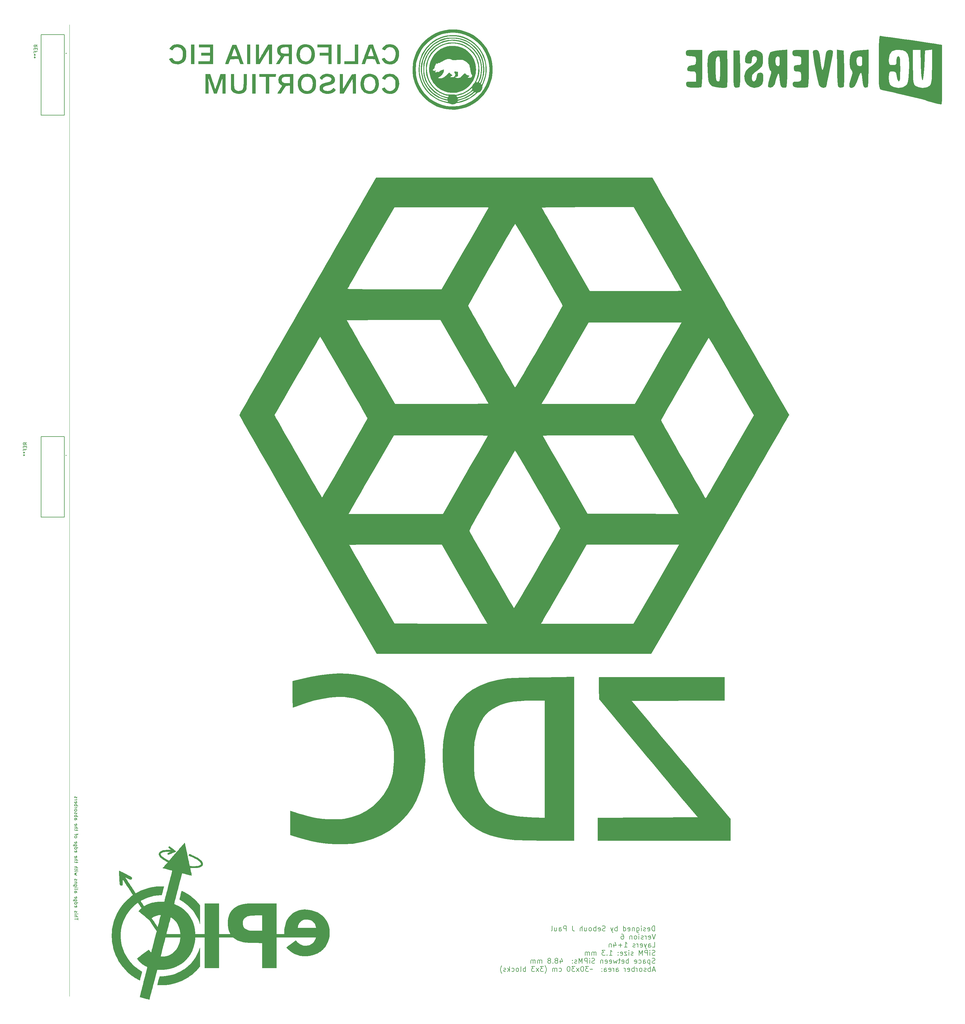
<source format=gbr>
%TF.GenerationSoftware,KiCad,Pcbnew,8.0.2-1*%
%TF.CreationDate,2024-10-14T18:52:49-04:00*%
%TF.ProjectId,OddLayers_1.3mm_SiPM,4f64644c-6179-4657-9273-5f312e336d6d,rev?*%
%TF.SameCoordinates,Original*%
%TF.FileFunction,Legend,Bot*%
%TF.FilePolarity,Positive*%
%FSLAX46Y46*%
G04 Gerber Fmt 4.6, Leading zero omitted, Abs format (unit mm)*
G04 Created by KiCad (PCBNEW 8.0.2-1) date 2024-10-14 18:52:49*
%MOMM*%
%LPD*%
G01*
G04 APERTURE LIST*
%ADD10C,0.100000*%
%ADD11C,0.150000*%
%ADD12C,0.000000*%
%ADD13C,0.200000*%
G04 APERTURE END LIST*
D10*
X75000000Y-325000000D02*
X75000000Y-35000000D01*
D11*
X249844173Y-305548838D02*
X249844173Y-304048838D01*
X249844173Y-304048838D02*
X249487030Y-304048838D01*
X249487030Y-304048838D02*
X249272744Y-304120267D01*
X249272744Y-304120267D02*
X249129887Y-304263124D01*
X249129887Y-304263124D02*
X249058458Y-304405981D01*
X249058458Y-304405981D02*
X248987030Y-304691695D01*
X248987030Y-304691695D02*
X248987030Y-304905981D01*
X248987030Y-304905981D02*
X249058458Y-305191695D01*
X249058458Y-305191695D02*
X249129887Y-305334552D01*
X249129887Y-305334552D02*
X249272744Y-305477410D01*
X249272744Y-305477410D02*
X249487030Y-305548838D01*
X249487030Y-305548838D02*
X249844173Y-305548838D01*
X247772744Y-305477410D02*
X247915601Y-305548838D01*
X247915601Y-305548838D02*
X248201316Y-305548838D01*
X248201316Y-305548838D02*
X248344173Y-305477410D01*
X248344173Y-305477410D02*
X248415601Y-305334552D01*
X248415601Y-305334552D02*
X248415601Y-304763124D01*
X248415601Y-304763124D02*
X248344173Y-304620267D01*
X248344173Y-304620267D02*
X248201316Y-304548838D01*
X248201316Y-304548838D02*
X247915601Y-304548838D01*
X247915601Y-304548838D02*
X247772744Y-304620267D01*
X247772744Y-304620267D02*
X247701316Y-304763124D01*
X247701316Y-304763124D02*
X247701316Y-304905981D01*
X247701316Y-304905981D02*
X248415601Y-305048838D01*
X247129887Y-305477410D02*
X246987030Y-305548838D01*
X246987030Y-305548838D02*
X246701316Y-305548838D01*
X246701316Y-305548838D02*
X246558459Y-305477410D01*
X246558459Y-305477410D02*
X246487030Y-305334552D01*
X246487030Y-305334552D02*
X246487030Y-305263124D01*
X246487030Y-305263124D02*
X246558459Y-305120267D01*
X246558459Y-305120267D02*
X246701316Y-305048838D01*
X246701316Y-305048838D02*
X246915602Y-305048838D01*
X246915602Y-305048838D02*
X247058459Y-304977410D01*
X247058459Y-304977410D02*
X247129887Y-304834552D01*
X247129887Y-304834552D02*
X247129887Y-304763124D01*
X247129887Y-304763124D02*
X247058459Y-304620267D01*
X247058459Y-304620267D02*
X246915602Y-304548838D01*
X246915602Y-304548838D02*
X246701316Y-304548838D01*
X246701316Y-304548838D02*
X246558459Y-304620267D01*
X245844173Y-305548838D02*
X245844173Y-304548838D01*
X245844173Y-304048838D02*
X245915601Y-304120267D01*
X245915601Y-304120267D02*
X245844173Y-304191695D01*
X245844173Y-304191695D02*
X245772744Y-304120267D01*
X245772744Y-304120267D02*
X245844173Y-304048838D01*
X245844173Y-304048838D02*
X245844173Y-304191695D01*
X244487030Y-304548838D02*
X244487030Y-305763124D01*
X244487030Y-305763124D02*
X244558458Y-305905981D01*
X244558458Y-305905981D02*
X244629887Y-305977410D01*
X244629887Y-305977410D02*
X244772744Y-306048838D01*
X244772744Y-306048838D02*
X244987030Y-306048838D01*
X244987030Y-306048838D02*
X245129887Y-305977410D01*
X244487030Y-305477410D02*
X244629887Y-305548838D01*
X244629887Y-305548838D02*
X244915601Y-305548838D01*
X244915601Y-305548838D02*
X245058458Y-305477410D01*
X245058458Y-305477410D02*
X245129887Y-305405981D01*
X245129887Y-305405981D02*
X245201315Y-305263124D01*
X245201315Y-305263124D02*
X245201315Y-304834552D01*
X245201315Y-304834552D02*
X245129887Y-304691695D01*
X245129887Y-304691695D02*
X245058458Y-304620267D01*
X245058458Y-304620267D02*
X244915601Y-304548838D01*
X244915601Y-304548838D02*
X244629887Y-304548838D01*
X244629887Y-304548838D02*
X244487030Y-304620267D01*
X243772744Y-304548838D02*
X243772744Y-305548838D01*
X243772744Y-304691695D02*
X243701315Y-304620267D01*
X243701315Y-304620267D02*
X243558458Y-304548838D01*
X243558458Y-304548838D02*
X243344172Y-304548838D01*
X243344172Y-304548838D02*
X243201315Y-304620267D01*
X243201315Y-304620267D02*
X243129887Y-304763124D01*
X243129887Y-304763124D02*
X243129887Y-305548838D01*
X241844172Y-305477410D02*
X241987029Y-305548838D01*
X241987029Y-305548838D02*
X242272744Y-305548838D01*
X242272744Y-305548838D02*
X242415601Y-305477410D01*
X242415601Y-305477410D02*
X242487029Y-305334552D01*
X242487029Y-305334552D02*
X242487029Y-304763124D01*
X242487029Y-304763124D02*
X242415601Y-304620267D01*
X242415601Y-304620267D02*
X242272744Y-304548838D01*
X242272744Y-304548838D02*
X241987029Y-304548838D01*
X241987029Y-304548838D02*
X241844172Y-304620267D01*
X241844172Y-304620267D02*
X241772744Y-304763124D01*
X241772744Y-304763124D02*
X241772744Y-304905981D01*
X241772744Y-304905981D02*
X242487029Y-305048838D01*
X240487030Y-305548838D02*
X240487030Y-304048838D01*
X240487030Y-305477410D02*
X240629887Y-305548838D01*
X240629887Y-305548838D02*
X240915601Y-305548838D01*
X240915601Y-305548838D02*
X241058458Y-305477410D01*
X241058458Y-305477410D02*
X241129887Y-305405981D01*
X241129887Y-305405981D02*
X241201315Y-305263124D01*
X241201315Y-305263124D02*
X241201315Y-304834552D01*
X241201315Y-304834552D02*
X241129887Y-304691695D01*
X241129887Y-304691695D02*
X241058458Y-304620267D01*
X241058458Y-304620267D02*
X240915601Y-304548838D01*
X240915601Y-304548838D02*
X240629887Y-304548838D01*
X240629887Y-304548838D02*
X240487030Y-304620267D01*
X238629887Y-305548838D02*
X238629887Y-304048838D01*
X238629887Y-304620267D02*
X238487030Y-304548838D01*
X238487030Y-304548838D02*
X238201315Y-304548838D01*
X238201315Y-304548838D02*
X238058458Y-304620267D01*
X238058458Y-304620267D02*
X237987030Y-304691695D01*
X237987030Y-304691695D02*
X237915601Y-304834552D01*
X237915601Y-304834552D02*
X237915601Y-305263124D01*
X237915601Y-305263124D02*
X237987030Y-305405981D01*
X237987030Y-305405981D02*
X238058458Y-305477410D01*
X238058458Y-305477410D02*
X238201315Y-305548838D01*
X238201315Y-305548838D02*
X238487030Y-305548838D01*
X238487030Y-305548838D02*
X238629887Y-305477410D01*
X237415601Y-304548838D02*
X237058458Y-305548838D01*
X236701315Y-304548838D02*
X237058458Y-305548838D01*
X237058458Y-305548838D02*
X237201315Y-305905981D01*
X237201315Y-305905981D02*
X237272744Y-305977410D01*
X237272744Y-305977410D02*
X237415601Y-306048838D01*
X235058458Y-305477410D02*
X234844173Y-305548838D01*
X234844173Y-305548838D02*
X234487030Y-305548838D01*
X234487030Y-305548838D02*
X234344173Y-305477410D01*
X234344173Y-305477410D02*
X234272744Y-305405981D01*
X234272744Y-305405981D02*
X234201315Y-305263124D01*
X234201315Y-305263124D02*
X234201315Y-305120267D01*
X234201315Y-305120267D02*
X234272744Y-304977410D01*
X234272744Y-304977410D02*
X234344173Y-304905981D01*
X234344173Y-304905981D02*
X234487030Y-304834552D01*
X234487030Y-304834552D02*
X234772744Y-304763124D01*
X234772744Y-304763124D02*
X234915601Y-304691695D01*
X234915601Y-304691695D02*
X234987030Y-304620267D01*
X234987030Y-304620267D02*
X235058458Y-304477410D01*
X235058458Y-304477410D02*
X235058458Y-304334552D01*
X235058458Y-304334552D02*
X234987030Y-304191695D01*
X234987030Y-304191695D02*
X234915601Y-304120267D01*
X234915601Y-304120267D02*
X234772744Y-304048838D01*
X234772744Y-304048838D02*
X234415601Y-304048838D01*
X234415601Y-304048838D02*
X234201315Y-304120267D01*
X232987030Y-305477410D02*
X233129887Y-305548838D01*
X233129887Y-305548838D02*
X233415602Y-305548838D01*
X233415602Y-305548838D02*
X233558459Y-305477410D01*
X233558459Y-305477410D02*
X233629887Y-305334552D01*
X233629887Y-305334552D02*
X233629887Y-304763124D01*
X233629887Y-304763124D02*
X233558459Y-304620267D01*
X233558459Y-304620267D02*
X233415602Y-304548838D01*
X233415602Y-304548838D02*
X233129887Y-304548838D01*
X233129887Y-304548838D02*
X232987030Y-304620267D01*
X232987030Y-304620267D02*
X232915602Y-304763124D01*
X232915602Y-304763124D02*
X232915602Y-304905981D01*
X232915602Y-304905981D02*
X233629887Y-305048838D01*
X232272745Y-305548838D02*
X232272745Y-304048838D01*
X232272745Y-304620267D02*
X232129888Y-304548838D01*
X232129888Y-304548838D02*
X231844173Y-304548838D01*
X231844173Y-304548838D02*
X231701316Y-304620267D01*
X231701316Y-304620267D02*
X231629888Y-304691695D01*
X231629888Y-304691695D02*
X231558459Y-304834552D01*
X231558459Y-304834552D02*
X231558459Y-305263124D01*
X231558459Y-305263124D02*
X231629888Y-305405981D01*
X231629888Y-305405981D02*
X231701316Y-305477410D01*
X231701316Y-305477410D02*
X231844173Y-305548838D01*
X231844173Y-305548838D02*
X232129888Y-305548838D01*
X232129888Y-305548838D02*
X232272745Y-305477410D01*
X230701316Y-305548838D02*
X230844173Y-305477410D01*
X230844173Y-305477410D02*
X230915602Y-305405981D01*
X230915602Y-305405981D02*
X230987030Y-305263124D01*
X230987030Y-305263124D02*
X230987030Y-304834552D01*
X230987030Y-304834552D02*
X230915602Y-304691695D01*
X230915602Y-304691695D02*
X230844173Y-304620267D01*
X230844173Y-304620267D02*
X230701316Y-304548838D01*
X230701316Y-304548838D02*
X230487030Y-304548838D01*
X230487030Y-304548838D02*
X230344173Y-304620267D01*
X230344173Y-304620267D02*
X230272745Y-304691695D01*
X230272745Y-304691695D02*
X230201316Y-304834552D01*
X230201316Y-304834552D02*
X230201316Y-305263124D01*
X230201316Y-305263124D02*
X230272745Y-305405981D01*
X230272745Y-305405981D02*
X230344173Y-305477410D01*
X230344173Y-305477410D02*
X230487030Y-305548838D01*
X230487030Y-305548838D02*
X230701316Y-305548838D01*
X228915602Y-304548838D02*
X228915602Y-305548838D01*
X229558459Y-304548838D02*
X229558459Y-305334552D01*
X229558459Y-305334552D02*
X229487030Y-305477410D01*
X229487030Y-305477410D02*
X229344173Y-305548838D01*
X229344173Y-305548838D02*
X229129887Y-305548838D01*
X229129887Y-305548838D02*
X228987030Y-305477410D01*
X228987030Y-305477410D02*
X228915602Y-305405981D01*
X228201316Y-305548838D02*
X228201316Y-304048838D01*
X227558459Y-305548838D02*
X227558459Y-304763124D01*
X227558459Y-304763124D02*
X227629887Y-304620267D01*
X227629887Y-304620267D02*
X227772744Y-304548838D01*
X227772744Y-304548838D02*
X227987030Y-304548838D01*
X227987030Y-304548838D02*
X228129887Y-304620267D01*
X228129887Y-304620267D02*
X228201316Y-304691695D01*
X225272744Y-304048838D02*
X225272744Y-305120267D01*
X225272744Y-305120267D02*
X225344173Y-305334552D01*
X225344173Y-305334552D02*
X225487030Y-305477410D01*
X225487030Y-305477410D02*
X225701316Y-305548838D01*
X225701316Y-305548838D02*
X225844173Y-305548838D01*
X223415602Y-305548838D02*
X223415602Y-304048838D01*
X223415602Y-304048838D02*
X222844173Y-304048838D01*
X222844173Y-304048838D02*
X222701316Y-304120267D01*
X222701316Y-304120267D02*
X222629887Y-304191695D01*
X222629887Y-304191695D02*
X222558459Y-304334552D01*
X222558459Y-304334552D02*
X222558459Y-304548838D01*
X222558459Y-304548838D02*
X222629887Y-304691695D01*
X222629887Y-304691695D02*
X222701316Y-304763124D01*
X222701316Y-304763124D02*
X222844173Y-304834552D01*
X222844173Y-304834552D02*
X223415602Y-304834552D01*
X221272745Y-305548838D02*
X221272745Y-304763124D01*
X221272745Y-304763124D02*
X221344173Y-304620267D01*
X221344173Y-304620267D02*
X221487030Y-304548838D01*
X221487030Y-304548838D02*
X221772745Y-304548838D01*
X221772745Y-304548838D02*
X221915602Y-304620267D01*
X221272745Y-305477410D02*
X221415602Y-305548838D01*
X221415602Y-305548838D02*
X221772745Y-305548838D01*
X221772745Y-305548838D02*
X221915602Y-305477410D01*
X221915602Y-305477410D02*
X221987030Y-305334552D01*
X221987030Y-305334552D02*
X221987030Y-305191695D01*
X221987030Y-305191695D02*
X221915602Y-305048838D01*
X221915602Y-305048838D02*
X221772745Y-304977410D01*
X221772745Y-304977410D02*
X221415602Y-304977410D01*
X221415602Y-304977410D02*
X221272745Y-304905981D01*
X219915602Y-304548838D02*
X219915602Y-305548838D01*
X220558459Y-304548838D02*
X220558459Y-305334552D01*
X220558459Y-305334552D02*
X220487030Y-305477410D01*
X220487030Y-305477410D02*
X220344173Y-305548838D01*
X220344173Y-305548838D02*
X220129887Y-305548838D01*
X220129887Y-305548838D02*
X219987030Y-305477410D01*
X219987030Y-305477410D02*
X219915602Y-305405981D01*
X218987030Y-305548838D02*
X219129887Y-305477410D01*
X219129887Y-305477410D02*
X219201316Y-305334552D01*
X219201316Y-305334552D02*
X219201316Y-304048838D01*
X250058458Y-306463754D02*
X249558458Y-307963754D01*
X249558458Y-307963754D02*
X249058458Y-306463754D01*
X247987030Y-307892326D02*
X248129887Y-307963754D01*
X248129887Y-307963754D02*
X248415602Y-307963754D01*
X248415602Y-307963754D02*
X248558459Y-307892326D01*
X248558459Y-307892326D02*
X248629887Y-307749468D01*
X248629887Y-307749468D02*
X248629887Y-307178040D01*
X248629887Y-307178040D02*
X248558459Y-307035183D01*
X248558459Y-307035183D02*
X248415602Y-306963754D01*
X248415602Y-306963754D02*
X248129887Y-306963754D01*
X248129887Y-306963754D02*
X247987030Y-307035183D01*
X247987030Y-307035183D02*
X247915602Y-307178040D01*
X247915602Y-307178040D02*
X247915602Y-307320897D01*
X247915602Y-307320897D02*
X248629887Y-307463754D01*
X247272745Y-307963754D02*
X247272745Y-306963754D01*
X247272745Y-307249468D02*
X247201316Y-307106611D01*
X247201316Y-307106611D02*
X247129888Y-307035183D01*
X247129888Y-307035183D02*
X246987030Y-306963754D01*
X246987030Y-306963754D02*
X246844173Y-306963754D01*
X246415602Y-307892326D02*
X246272745Y-307963754D01*
X246272745Y-307963754D02*
X245987031Y-307963754D01*
X245987031Y-307963754D02*
X245844174Y-307892326D01*
X245844174Y-307892326D02*
X245772745Y-307749468D01*
X245772745Y-307749468D02*
X245772745Y-307678040D01*
X245772745Y-307678040D02*
X245844174Y-307535183D01*
X245844174Y-307535183D02*
X245987031Y-307463754D01*
X245987031Y-307463754D02*
X246201317Y-307463754D01*
X246201317Y-307463754D02*
X246344174Y-307392326D01*
X246344174Y-307392326D02*
X246415602Y-307249468D01*
X246415602Y-307249468D02*
X246415602Y-307178040D01*
X246415602Y-307178040D02*
X246344174Y-307035183D01*
X246344174Y-307035183D02*
X246201317Y-306963754D01*
X246201317Y-306963754D02*
X245987031Y-306963754D01*
X245987031Y-306963754D02*
X245844174Y-307035183D01*
X245129888Y-307963754D02*
X245129888Y-306963754D01*
X245129888Y-306463754D02*
X245201316Y-306535183D01*
X245201316Y-306535183D02*
X245129888Y-306606611D01*
X245129888Y-306606611D02*
X245058459Y-306535183D01*
X245058459Y-306535183D02*
X245129888Y-306463754D01*
X245129888Y-306463754D02*
X245129888Y-306606611D01*
X244201316Y-307963754D02*
X244344173Y-307892326D01*
X244344173Y-307892326D02*
X244415602Y-307820897D01*
X244415602Y-307820897D02*
X244487030Y-307678040D01*
X244487030Y-307678040D02*
X244487030Y-307249468D01*
X244487030Y-307249468D02*
X244415602Y-307106611D01*
X244415602Y-307106611D02*
X244344173Y-307035183D01*
X244344173Y-307035183D02*
X244201316Y-306963754D01*
X244201316Y-306963754D02*
X243987030Y-306963754D01*
X243987030Y-306963754D02*
X243844173Y-307035183D01*
X243844173Y-307035183D02*
X243772745Y-307106611D01*
X243772745Y-307106611D02*
X243701316Y-307249468D01*
X243701316Y-307249468D02*
X243701316Y-307678040D01*
X243701316Y-307678040D02*
X243772745Y-307820897D01*
X243772745Y-307820897D02*
X243844173Y-307892326D01*
X243844173Y-307892326D02*
X243987030Y-307963754D01*
X243987030Y-307963754D02*
X244201316Y-307963754D01*
X243058459Y-306963754D02*
X243058459Y-307963754D01*
X243058459Y-307106611D02*
X242987030Y-307035183D01*
X242987030Y-307035183D02*
X242844173Y-306963754D01*
X242844173Y-306963754D02*
X242629887Y-306963754D01*
X242629887Y-306963754D02*
X242487030Y-307035183D01*
X242487030Y-307035183D02*
X242415602Y-307178040D01*
X242415602Y-307178040D02*
X242415602Y-307963754D01*
X239915602Y-306463754D02*
X240201316Y-306463754D01*
X240201316Y-306463754D02*
X240344173Y-306535183D01*
X240344173Y-306535183D02*
X240415602Y-306606611D01*
X240415602Y-306606611D02*
X240558459Y-306820897D01*
X240558459Y-306820897D02*
X240629887Y-307106611D01*
X240629887Y-307106611D02*
X240629887Y-307678040D01*
X240629887Y-307678040D02*
X240558459Y-307820897D01*
X240558459Y-307820897D02*
X240487030Y-307892326D01*
X240487030Y-307892326D02*
X240344173Y-307963754D01*
X240344173Y-307963754D02*
X240058459Y-307963754D01*
X240058459Y-307963754D02*
X239915602Y-307892326D01*
X239915602Y-307892326D02*
X239844173Y-307820897D01*
X239844173Y-307820897D02*
X239772744Y-307678040D01*
X239772744Y-307678040D02*
X239772744Y-307320897D01*
X239772744Y-307320897D02*
X239844173Y-307178040D01*
X239844173Y-307178040D02*
X239915602Y-307106611D01*
X239915602Y-307106611D02*
X240058459Y-307035183D01*
X240058459Y-307035183D02*
X240344173Y-307035183D01*
X240344173Y-307035183D02*
X240487030Y-307106611D01*
X240487030Y-307106611D02*
X240558459Y-307178040D01*
X240558459Y-307178040D02*
X240629887Y-307320897D01*
X249129887Y-310378670D02*
X249844173Y-310378670D01*
X249844173Y-310378670D02*
X249844173Y-308878670D01*
X247987030Y-310378670D02*
X247987030Y-309592956D01*
X247987030Y-309592956D02*
X248058458Y-309450099D01*
X248058458Y-309450099D02*
X248201315Y-309378670D01*
X248201315Y-309378670D02*
X248487030Y-309378670D01*
X248487030Y-309378670D02*
X248629887Y-309450099D01*
X247987030Y-310307242D02*
X248129887Y-310378670D01*
X248129887Y-310378670D02*
X248487030Y-310378670D01*
X248487030Y-310378670D02*
X248629887Y-310307242D01*
X248629887Y-310307242D02*
X248701315Y-310164384D01*
X248701315Y-310164384D02*
X248701315Y-310021527D01*
X248701315Y-310021527D02*
X248629887Y-309878670D01*
X248629887Y-309878670D02*
X248487030Y-309807242D01*
X248487030Y-309807242D02*
X248129887Y-309807242D01*
X248129887Y-309807242D02*
X247987030Y-309735813D01*
X247415601Y-309378670D02*
X247058458Y-310378670D01*
X246701315Y-309378670D02*
X247058458Y-310378670D01*
X247058458Y-310378670D02*
X247201315Y-310735813D01*
X247201315Y-310735813D02*
X247272744Y-310807242D01*
X247272744Y-310807242D02*
X247415601Y-310878670D01*
X245558458Y-310307242D02*
X245701315Y-310378670D01*
X245701315Y-310378670D02*
X245987030Y-310378670D01*
X245987030Y-310378670D02*
X246129887Y-310307242D01*
X246129887Y-310307242D02*
X246201315Y-310164384D01*
X246201315Y-310164384D02*
X246201315Y-309592956D01*
X246201315Y-309592956D02*
X246129887Y-309450099D01*
X246129887Y-309450099D02*
X245987030Y-309378670D01*
X245987030Y-309378670D02*
X245701315Y-309378670D01*
X245701315Y-309378670D02*
X245558458Y-309450099D01*
X245558458Y-309450099D02*
X245487030Y-309592956D01*
X245487030Y-309592956D02*
X245487030Y-309735813D01*
X245487030Y-309735813D02*
X246201315Y-309878670D01*
X244844173Y-310378670D02*
X244844173Y-309378670D01*
X244844173Y-309664384D02*
X244772744Y-309521527D01*
X244772744Y-309521527D02*
X244701316Y-309450099D01*
X244701316Y-309450099D02*
X244558458Y-309378670D01*
X244558458Y-309378670D02*
X244415601Y-309378670D01*
X243987030Y-310307242D02*
X243844173Y-310378670D01*
X243844173Y-310378670D02*
X243558459Y-310378670D01*
X243558459Y-310378670D02*
X243415602Y-310307242D01*
X243415602Y-310307242D02*
X243344173Y-310164384D01*
X243344173Y-310164384D02*
X243344173Y-310092956D01*
X243344173Y-310092956D02*
X243415602Y-309950099D01*
X243415602Y-309950099D02*
X243558459Y-309878670D01*
X243558459Y-309878670D02*
X243772745Y-309878670D01*
X243772745Y-309878670D02*
X243915602Y-309807242D01*
X243915602Y-309807242D02*
X243987030Y-309664384D01*
X243987030Y-309664384D02*
X243987030Y-309592956D01*
X243987030Y-309592956D02*
X243915602Y-309450099D01*
X243915602Y-309450099D02*
X243772745Y-309378670D01*
X243772745Y-309378670D02*
X243558459Y-309378670D01*
X243558459Y-309378670D02*
X243415602Y-309450099D01*
X240772744Y-310378670D02*
X241629887Y-310378670D01*
X241201316Y-310378670D02*
X241201316Y-308878670D01*
X241201316Y-308878670D02*
X241344173Y-309092956D01*
X241344173Y-309092956D02*
X241487030Y-309235813D01*
X241487030Y-309235813D02*
X241629887Y-309307242D01*
X240129888Y-309807242D02*
X238987031Y-309807242D01*
X239558459Y-310378670D02*
X239558459Y-309235813D01*
X237629888Y-309378670D02*
X237629888Y-310378670D01*
X237987030Y-308807242D02*
X238344173Y-309878670D01*
X238344173Y-309878670D02*
X237415602Y-309878670D01*
X236844174Y-309378670D02*
X236844174Y-310378670D01*
X236844174Y-309521527D02*
X236772745Y-309450099D01*
X236772745Y-309450099D02*
X236629888Y-309378670D01*
X236629888Y-309378670D02*
X236415602Y-309378670D01*
X236415602Y-309378670D02*
X236272745Y-309450099D01*
X236272745Y-309450099D02*
X236201317Y-309592956D01*
X236201317Y-309592956D02*
X236201317Y-310378670D01*
X249915601Y-312722158D02*
X249701316Y-312793586D01*
X249701316Y-312793586D02*
X249344173Y-312793586D01*
X249344173Y-312793586D02*
X249201316Y-312722158D01*
X249201316Y-312722158D02*
X249129887Y-312650729D01*
X249129887Y-312650729D02*
X249058458Y-312507872D01*
X249058458Y-312507872D02*
X249058458Y-312365015D01*
X249058458Y-312365015D02*
X249129887Y-312222158D01*
X249129887Y-312222158D02*
X249201316Y-312150729D01*
X249201316Y-312150729D02*
X249344173Y-312079300D01*
X249344173Y-312079300D02*
X249629887Y-312007872D01*
X249629887Y-312007872D02*
X249772744Y-311936443D01*
X249772744Y-311936443D02*
X249844173Y-311865015D01*
X249844173Y-311865015D02*
X249915601Y-311722158D01*
X249915601Y-311722158D02*
X249915601Y-311579300D01*
X249915601Y-311579300D02*
X249844173Y-311436443D01*
X249844173Y-311436443D02*
X249772744Y-311365015D01*
X249772744Y-311365015D02*
X249629887Y-311293586D01*
X249629887Y-311293586D02*
X249272744Y-311293586D01*
X249272744Y-311293586D02*
X249058458Y-311365015D01*
X248415602Y-312793586D02*
X248415602Y-311793586D01*
X248415602Y-311293586D02*
X248487030Y-311365015D01*
X248487030Y-311365015D02*
X248415602Y-311436443D01*
X248415602Y-311436443D02*
X248344173Y-311365015D01*
X248344173Y-311365015D02*
X248415602Y-311293586D01*
X248415602Y-311293586D02*
X248415602Y-311436443D01*
X247701316Y-312793586D02*
X247701316Y-311293586D01*
X247701316Y-311293586D02*
X247129887Y-311293586D01*
X247129887Y-311293586D02*
X246987030Y-311365015D01*
X246987030Y-311365015D02*
X246915601Y-311436443D01*
X246915601Y-311436443D02*
X246844173Y-311579300D01*
X246844173Y-311579300D02*
X246844173Y-311793586D01*
X246844173Y-311793586D02*
X246915601Y-311936443D01*
X246915601Y-311936443D02*
X246987030Y-312007872D01*
X246987030Y-312007872D02*
X247129887Y-312079300D01*
X247129887Y-312079300D02*
X247701316Y-312079300D01*
X246201316Y-312793586D02*
X246201316Y-311293586D01*
X246201316Y-311293586D02*
X245701316Y-312365015D01*
X245701316Y-312365015D02*
X245201316Y-311293586D01*
X245201316Y-311293586D02*
X245201316Y-312793586D01*
X243415601Y-312722158D02*
X243272744Y-312793586D01*
X243272744Y-312793586D02*
X242987030Y-312793586D01*
X242987030Y-312793586D02*
X242844173Y-312722158D01*
X242844173Y-312722158D02*
X242772744Y-312579300D01*
X242772744Y-312579300D02*
X242772744Y-312507872D01*
X242772744Y-312507872D02*
X242844173Y-312365015D01*
X242844173Y-312365015D02*
X242987030Y-312293586D01*
X242987030Y-312293586D02*
X243201316Y-312293586D01*
X243201316Y-312293586D02*
X243344173Y-312222158D01*
X243344173Y-312222158D02*
X243415601Y-312079300D01*
X243415601Y-312079300D02*
X243415601Y-312007872D01*
X243415601Y-312007872D02*
X243344173Y-311865015D01*
X243344173Y-311865015D02*
X243201316Y-311793586D01*
X243201316Y-311793586D02*
X242987030Y-311793586D01*
X242987030Y-311793586D02*
X242844173Y-311865015D01*
X242129887Y-312793586D02*
X242129887Y-311793586D01*
X242129887Y-311293586D02*
X242201315Y-311365015D01*
X242201315Y-311365015D02*
X242129887Y-311436443D01*
X242129887Y-311436443D02*
X242058458Y-311365015D01*
X242058458Y-311365015D02*
X242129887Y-311293586D01*
X242129887Y-311293586D02*
X242129887Y-311436443D01*
X241558458Y-311793586D02*
X240772744Y-311793586D01*
X240772744Y-311793586D02*
X241558458Y-312793586D01*
X241558458Y-312793586D02*
X240772744Y-312793586D01*
X239629886Y-312722158D02*
X239772743Y-312793586D01*
X239772743Y-312793586D02*
X240058458Y-312793586D01*
X240058458Y-312793586D02*
X240201315Y-312722158D01*
X240201315Y-312722158D02*
X240272743Y-312579300D01*
X240272743Y-312579300D02*
X240272743Y-312007872D01*
X240272743Y-312007872D02*
X240201315Y-311865015D01*
X240201315Y-311865015D02*
X240058458Y-311793586D01*
X240058458Y-311793586D02*
X239772743Y-311793586D01*
X239772743Y-311793586D02*
X239629886Y-311865015D01*
X239629886Y-311865015D02*
X239558458Y-312007872D01*
X239558458Y-312007872D02*
X239558458Y-312150729D01*
X239558458Y-312150729D02*
X240272743Y-312293586D01*
X238915601Y-312650729D02*
X238844172Y-312722158D01*
X238844172Y-312722158D02*
X238915601Y-312793586D01*
X238915601Y-312793586D02*
X238987029Y-312722158D01*
X238987029Y-312722158D02*
X238915601Y-312650729D01*
X238915601Y-312650729D02*
X238915601Y-312793586D01*
X238915601Y-311865015D02*
X238844172Y-311936443D01*
X238844172Y-311936443D02*
X238915601Y-312007872D01*
X238915601Y-312007872D02*
X238987029Y-311936443D01*
X238987029Y-311936443D02*
X238915601Y-311865015D01*
X238915601Y-311865015D02*
X238915601Y-312007872D01*
X236272743Y-312793586D02*
X237129886Y-312793586D01*
X236701315Y-312793586D02*
X236701315Y-311293586D01*
X236701315Y-311293586D02*
X236844172Y-311507872D01*
X236844172Y-311507872D02*
X236987029Y-311650729D01*
X236987029Y-311650729D02*
X237129886Y-311722158D01*
X235629887Y-312650729D02*
X235558458Y-312722158D01*
X235558458Y-312722158D02*
X235629887Y-312793586D01*
X235629887Y-312793586D02*
X235701315Y-312722158D01*
X235701315Y-312722158D02*
X235629887Y-312650729D01*
X235629887Y-312650729D02*
X235629887Y-312793586D01*
X235058458Y-311293586D02*
X234129886Y-311293586D01*
X234129886Y-311293586D02*
X234629886Y-311865015D01*
X234629886Y-311865015D02*
X234415601Y-311865015D01*
X234415601Y-311865015D02*
X234272744Y-311936443D01*
X234272744Y-311936443D02*
X234201315Y-312007872D01*
X234201315Y-312007872D02*
X234129886Y-312150729D01*
X234129886Y-312150729D02*
X234129886Y-312507872D01*
X234129886Y-312507872D02*
X234201315Y-312650729D01*
X234201315Y-312650729D02*
X234272744Y-312722158D01*
X234272744Y-312722158D02*
X234415601Y-312793586D01*
X234415601Y-312793586D02*
X234844172Y-312793586D01*
X234844172Y-312793586D02*
X234987029Y-312722158D01*
X234987029Y-312722158D02*
X235058458Y-312650729D01*
X232344173Y-312793586D02*
X232344173Y-311793586D01*
X232344173Y-311936443D02*
X232272744Y-311865015D01*
X232272744Y-311865015D02*
X232129887Y-311793586D01*
X232129887Y-311793586D02*
X231915601Y-311793586D01*
X231915601Y-311793586D02*
X231772744Y-311865015D01*
X231772744Y-311865015D02*
X231701316Y-312007872D01*
X231701316Y-312007872D02*
X231701316Y-312793586D01*
X231701316Y-312007872D02*
X231629887Y-311865015D01*
X231629887Y-311865015D02*
X231487030Y-311793586D01*
X231487030Y-311793586D02*
X231272744Y-311793586D01*
X231272744Y-311793586D02*
X231129887Y-311865015D01*
X231129887Y-311865015D02*
X231058458Y-312007872D01*
X231058458Y-312007872D02*
X231058458Y-312793586D01*
X230344173Y-312793586D02*
X230344173Y-311793586D01*
X230344173Y-311936443D02*
X230272744Y-311865015D01*
X230272744Y-311865015D02*
X230129887Y-311793586D01*
X230129887Y-311793586D02*
X229915601Y-311793586D01*
X229915601Y-311793586D02*
X229772744Y-311865015D01*
X229772744Y-311865015D02*
X229701316Y-312007872D01*
X229701316Y-312007872D02*
X229701316Y-312793586D01*
X229701316Y-312007872D02*
X229629887Y-311865015D01*
X229629887Y-311865015D02*
X229487030Y-311793586D01*
X229487030Y-311793586D02*
X229272744Y-311793586D01*
X229272744Y-311793586D02*
X229129887Y-311865015D01*
X229129887Y-311865015D02*
X229058458Y-312007872D01*
X229058458Y-312007872D02*
X229058458Y-312793586D01*
X249915601Y-315137074D02*
X249701316Y-315208502D01*
X249701316Y-315208502D02*
X249344173Y-315208502D01*
X249344173Y-315208502D02*
X249201316Y-315137074D01*
X249201316Y-315137074D02*
X249129887Y-315065645D01*
X249129887Y-315065645D02*
X249058458Y-314922788D01*
X249058458Y-314922788D02*
X249058458Y-314779931D01*
X249058458Y-314779931D02*
X249129887Y-314637074D01*
X249129887Y-314637074D02*
X249201316Y-314565645D01*
X249201316Y-314565645D02*
X249344173Y-314494216D01*
X249344173Y-314494216D02*
X249629887Y-314422788D01*
X249629887Y-314422788D02*
X249772744Y-314351359D01*
X249772744Y-314351359D02*
X249844173Y-314279931D01*
X249844173Y-314279931D02*
X249915601Y-314137074D01*
X249915601Y-314137074D02*
X249915601Y-313994216D01*
X249915601Y-313994216D02*
X249844173Y-313851359D01*
X249844173Y-313851359D02*
X249772744Y-313779931D01*
X249772744Y-313779931D02*
X249629887Y-313708502D01*
X249629887Y-313708502D02*
X249272744Y-313708502D01*
X249272744Y-313708502D02*
X249058458Y-313779931D01*
X248415602Y-314208502D02*
X248415602Y-315708502D01*
X248415602Y-314279931D02*
X248272745Y-314208502D01*
X248272745Y-314208502D02*
X247987030Y-314208502D01*
X247987030Y-314208502D02*
X247844173Y-314279931D01*
X247844173Y-314279931D02*
X247772745Y-314351359D01*
X247772745Y-314351359D02*
X247701316Y-314494216D01*
X247701316Y-314494216D02*
X247701316Y-314922788D01*
X247701316Y-314922788D02*
X247772745Y-315065645D01*
X247772745Y-315065645D02*
X247844173Y-315137074D01*
X247844173Y-315137074D02*
X247987030Y-315208502D01*
X247987030Y-315208502D02*
X248272745Y-315208502D01*
X248272745Y-315208502D02*
X248415602Y-315137074D01*
X246415602Y-315208502D02*
X246415602Y-314422788D01*
X246415602Y-314422788D02*
X246487030Y-314279931D01*
X246487030Y-314279931D02*
X246629887Y-314208502D01*
X246629887Y-314208502D02*
X246915602Y-314208502D01*
X246915602Y-314208502D02*
X247058459Y-314279931D01*
X246415602Y-315137074D02*
X246558459Y-315208502D01*
X246558459Y-315208502D02*
X246915602Y-315208502D01*
X246915602Y-315208502D02*
X247058459Y-315137074D01*
X247058459Y-315137074D02*
X247129887Y-314994216D01*
X247129887Y-314994216D02*
X247129887Y-314851359D01*
X247129887Y-314851359D02*
X247058459Y-314708502D01*
X247058459Y-314708502D02*
X246915602Y-314637074D01*
X246915602Y-314637074D02*
X246558459Y-314637074D01*
X246558459Y-314637074D02*
X246415602Y-314565645D01*
X245058459Y-315137074D02*
X245201316Y-315208502D01*
X245201316Y-315208502D02*
X245487030Y-315208502D01*
X245487030Y-315208502D02*
X245629887Y-315137074D01*
X245629887Y-315137074D02*
X245701316Y-315065645D01*
X245701316Y-315065645D02*
X245772744Y-314922788D01*
X245772744Y-314922788D02*
X245772744Y-314494216D01*
X245772744Y-314494216D02*
X245701316Y-314351359D01*
X245701316Y-314351359D02*
X245629887Y-314279931D01*
X245629887Y-314279931D02*
X245487030Y-314208502D01*
X245487030Y-314208502D02*
X245201316Y-314208502D01*
X245201316Y-314208502D02*
X245058459Y-314279931D01*
X243844173Y-315137074D02*
X243987030Y-315208502D01*
X243987030Y-315208502D02*
X244272745Y-315208502D01*
X244272745Y-315208502D02*
X244415602Y-315137074D01*
X244415602Y-315137074D02*
X244487030Y-314994216D01*
X244487030Y-314994216D02*
X244487030Y-314422788D01*
X244487030Y-314422788D02*
X244415602Y-314279931D01*
X244415602Y-314279931D02*
X244272745Y-314208502D01*
X244272745Y-314208502D02*
X243987030Y-314208502D01*
X243987030Y-314208502D02*
X243844173Y-314279931D01*
X243844173Y-314279931D02*
X243772745Y-314422788D01*
X243772745Y-314422788D02*
X243772745Y-314565645D01*
X243772745Y-314565645D02*
X244487030Y-314708502D01*
X241987031Y-315208502D02*
X241987031Y-313708502D01*
X241987031Y-314279931D02*
X241844174Y-314208502D01*
X241844174Y-314208502D02*
X241558459Y-314208502D01*
X241558459Y-314208502D02*
X241415602Y-314279931D01*
X241415602Y-314279931D02*
X241344174Y-314351359D01*
X241344174Y-314351359D02*
X241272745Y-314494216D01*
X241272745Y-314494216D02*
X241272745Y-314922788D01*
X241272745Y-314922788D02*
X241344174Y-315065645D01*
X241344174Y-315065645D02*
X241415602Y-315137074D01*
X241415602Y-315137074D02*
X241558459Y-315208502D01*
X241558459Y-315208502D02*
X241844174Y-315208502D01*
X241844174Y-315208502D02*
X241987031Y-315137074D01*
X240058459Y-315137074D02*
X240201316Y-315208502D01*
X240201316Y-315208502D02*
X240487031Y-315208502D01*
X240487031Y-315208502D02*
X240629888Y-315137074D01*
X240629888Y-315137074D02*
X240701316Y-314994216D01*
X240701316Y-314994216D02*
X240701316Y-314422788D01*
X240701316Y-314422788D02*
X240629888Y-314279931D01*
X240629888Y-314279931D02*
X240487031Y-314208502D01*
X240487031Y-314208502D02*
X240201316Y-314208502D01*
X240201316Y-314208502D02*
X240058459Y-314279931D01*
X240058459Y-314279931D02*
X239987031Y-314422788D01*
X239987031Y-314422788D02*
X239987031Y-314565645D01*
X239987031Y-314565645D02*
X240701316Y-314708502D01*
X239558459Y-314208502D02*
X238987031Y-314208502D01*
X239344174Y-313708502D02*
X239344174Y-314994216D01*
X239344174Y-314994216D02*
X239272745Y-315137074D01*
X239272745Y-315137074D02*
X239129888Y-315208502D01*
X239129888Y-315208502D02*
X238987031Y-315208502D01*
X238629888Y-314208502D02*
X238344174Y-315208502D01*
X238344174Y-315208502D02*
X238058459Y-314494216D01*
X238058459Y-314494216D02*
X237772745Y-315208502D01*
X237772745Y-315208502D02*
X237487031Y-314208502D01*
X236344173Y-315137074D02*
X236487030Y-315208502D01*
X236487030Y-315208502D02*
X236772745Y-315208502D01*
X236772745Y-315208502D02*
X236915602Y-315137074D01*
X236915602Y-315137074D02*
X236987030Y-314994216D01*
X236987030Y-314994216D02*
X236987030Y-314422788D01*
X236987030Y-314422788D02*
X236915602Y-314279931D01*
X236915602Y-314279931D02*
X236772745Y-314208502D01*
X236772745Y-314208502D02*
X236487030Y-314208502D01*
X236487030Y-314208502D02*
X236344173Y-314279931D01*
X236344173Y-314279931D02*
X236272745Y-314422788D01*
X236272745Y-314422788D02*
X236272745Y-314565645D01*
X236272745Y-314565645D02*
X236987030Y-314708502D01*
X235058459Y-315137074D02*
X235201316Y-315208502D01*
X235201316Y-315208502D02*
X235487031Y-315208502D01*
X235487031Y-315208502D02*
X235629888Y-315137074D01*
X235629888Y-315137074D02*
X235701316Y-314994216D01*
X235701316Y-314994216D02*
X235701316Y-314422788D01*
X235701316Y-314422788D02*
X235629888Y-314279931D01*
X235629888Y-314279931D02*
X235487031Y-314208502D01*
X235487031Y-314208502D02*
X235201316Y-314208502D01*
X235201316Y-314208502D02*
X235058459Y-314279931D01*
X235058459Y-314279931D02*
X234987031Y-314422788D01*
X234987031Y-314422788D02*
X234987031Y-314565645D01*
X234987031Y-314565645D02*
X235701316Y-314708502D01*
X234344174Y-314208502D02*
X234344174Y-315208502D01*
X234344174Y-314351359D02*
X234272745Y-314279931D01*
X234272745Y-314279931D02*
X234129888Y-314208502D01*
X234129888Y-314208502D02*
X233915602Y-314208502D01*
X233915602Y-314208502D02*
X233772745Y-314279931D01*
X233772745Y-314279931D02*
X233701317Y-314422788D01*
X233701317Y-314422788D02*
X233701317Y-315208502D01*
X231915602Y-315137074D02*
X231701317Y-315208502D01*
X231701317Y-315208502D02*
X231344174Y-315208502D01*
X231344174Y-315208502D02*
X231201317Y-315137074D01*
X231201317Y-315137074D02*
X231129888Y-315065645D01*
X231129888Y-315065645D02*
X231058459Y-314922788D01*
X231058459Y-314922788D02*
X231058459Y-314779931D01*
X231058459Y-314779931D02*
X231129888Y-314637074D01*
X231129888Y-314637074D02*
X231201317Y-314565645D01*
X231201317Y-314565645D02*
X231344174Y-314494216D01*
X231344174Y-314494216D02*
X231629888Y-314422788D01*
X231629888Y-314422788D02*
X231772745Y-314351359D01*
X231772745Y-314351359D02*
X231844174Y-314279931D01*
X231844174Y-314279931D02*
X231915602Y-314137074D01*
X231915602Y-314137074D02*
X231915602Y-313994216D01*
X231915602Y-313994216D02*
X231844174Y-313851359D01*
X231844174Y-313851359D02*
X231772745Y-313779931D01*
X231772745Y-313779931D02*
X231629888Y-313708502D01*
X231629888Y-313708502D02*
X231272745Y-313708502D01*
X231272745Y-313708502D02*
X231058459Y-313779931D01*
X230415603Y-315208502D02*
X230415603Y-314208502D01*
X230415603Y-313708502D02*
X230487031Y-313779931D01*
X230487031Y-313779931D02*
X230415603Y-313851359D01*
X230415603Y-313851359D02*
X230344174Y-313779931D01*
X230344174Y-313779931D02*
X230415603Y-313708502D01*
X230415603Y-313708502D02*
X230415603Y-313851359D01*
X229701317Y-315208502D02*
X229701317Y-313708502D01*
X229701317Y-313708502D02*
X229129888Y-313708502D01*
X229129888Y-313708502D02*
X228987031Y-313779931D01*
X228987031Y-313779931D02*
X228915602Y-313851359D01*
X228915602Y-313851359D02*
X228844174Y-313994216D01*
X228844174Y-313994216D02*
X228844174Y-314208502D01*
X228844174Y-314208502D02*
X228915602Y-314351359D01*
X228915602Y-314351359D02*
X228987031Y-314422788D01*
X228987031Y-314422788D02*
X229129888Y-314494216D01*
X229129888Y-314494216D02*
X229701317Y-314494216D01*
X228201317Y-315208502D02*
X228201317Y-313708502D01*
X228201317Y-313708502D02*
X227701317Y-314779931D01*
X227701317Y-314779931D02*
X227201317Y-313708502D01*
X227201317Y-313708502D02*
X227201317Y-315208502D01*
X226558459Y-315137074D02*
X226415602Y-315208502D01*
X226415602Y-315208502D02*
X226129888Y-315208502D01*
X226129888Y-315208502D02*
X225987031Y-315137074D01*
X225987031Y-315137074D02*
X225915602Y-314994216D01*
X225915602Y-314994216D02*
X225915602Y-314922788D01*
X225915602Y-314922788D02*
X225987031Y-314779931D01*
X225987031Y-314779931D02*
X226129888Y-314708502D01*
X226129888Y-314708502D02*
X226344174Y-314708502D01*
X226344174Y-314708502D02*
X226487031Y-314637074D01*
X226487031Y-314637074D02*
X226558459Y-314494216D01*
X226558459Y-314494216D02*
X226558459Y-314422788D01*
X226558459Y-314422788D02*
X226487031Y-314279931D01*
X226487031Y-314279931D02*
X226344174Y-314208502D01*
X226344174Y-314208502D02*
X226129888Y-314208502D01*
X226129888Y-314208502D02*
X225987031Y-314279931D01*
X225272745Y-315065645D02*
X225201316Y-315137074D01*
X225201316Y-315137074D02*
X225272745Y-315208502D01*
X225272745Y-315208502D02*
X225344173Y-315137074D01*
X225344173Y-315137074D02*
X225272745Y-315065645D01*
X225272745Y-315065645D02*
X225272745Y-315208502D01*
X225272745Y-314279931D02*
X225201316Y-314351359D01*
X225201316Y-314351359D02*
X225272745Y-314422788D01*
X225272745Y-314422788D02*
X225344173Y-314351359D01*
X225344173Y-314351359D02*
X225272745Y-314279931D01*
X225272745Y-314279931D02*
X225272745Y-314422788D01*
X221629888Y-314208502D02*
X221629888Y-315208502D01*
X221987030Y-313637074D02*
X222344173Y-314708502D01*
X222344173Y-314708502D02*
X221415602Y-314708502D01*
X220629888Y-314351359D02*
X220772745Y-314279931D01*
X220772745Y-314279931D02*
X220844174Y-314208502D01*
X220844174Y-314208502D02*
X220915602Y-314065645D01*
X220915602Y-314065645D02*
X220915602Y-313994216D01*
X220915602Y-313994216D02*
X220844174Y-313851359D01*
X220844174Y-313851359D02*
X220772745Y-313779931D01*
X220772745Y-313779931D02*
X220629888Y-313708502D01*
X220629888Y-313708502D02*
X220344174Y-313708502D01*
X220344174Y-313708502D02*
X220201317Y-313779931D01*
X220201317Y-313779931D02*
X220129888Y-313851359D01*
X220129888Y-313851359D02*
X220058459Y-313994216D01*
X220058459Y-313994216D02*
X220058459Y-314065645D01*
X220058459Y-314065645D02*
X220129888Y-314208502D01*
X220129888Y-314208502D02*
X220201317Y-314279931D01*
X220201317Y-314279931D02*
X220344174Y-314351359D01*
X220344174Y-314351359D02*
X220629888Y-314351359D01*
X220629888Y-314351359D02*
X220772745Y-314422788D01*
X220772745Y-314422788D02*
X220844174Y-314494216D01*
X220844174Y-314494216D02*
X220915602Y-314637074D01*
X220915602Y-314637074D02*
X220915602Y-314922788D01*
X220915602Y-314922788D02*
X220844174Y-315065645D01*
X220844174Y-315065645D02*
X220772745Y-315137074D01*
X220772745Y-315137074D02*
X220629888Y-315208502D01*
X220629888Y-315208502D02*
X220344174Y-315208502D01*
X220344174Y-315208502D02*
X220201317Y-315137074D01*
X220201317Y-315137074D02*
X220129888Y-315065645D01*
X220129888Y-315065645D02*
X220058459Y-314922788D01*
X220058459Y-314922788D02*
X220058459Y-314637074D01*
X220058459Y-314637074D02*
X220129888Y-314494216D01*
X220129888Y-314494216D02*
X220201317Y-314422788D01*
X220201317Y-314422788D02*
X220344174Y-314351359D01*
X219415603Y-315065645D02*
X219344174Y-315137074D01*
X219344174Y-315137074D02*
X219415603Y-315208502D01*
X219415603Y-315208502D02*
X219487031Y-315137074D01*
X219487031Y-315137074D02*
X219415603Y-315065645D01*
X219415603Y-315065645D02*
X219415603Y-315208502D01*
X218487031Y-314351359D02*
X218629888Y-314279931D01*
X218629888Y-314279931D02*
X218701317Y-314208502D01*
X218701317Y-314208502D02*
X218772745Y-314065645D01*
X218772745Y-314065645D02*
X218772745Y-313994216D01*
X218772745Y-313994216D02*
X218701317Y-313851359D01*
X218701317Y-313851359D02*
X218629888Y-313779931D01*
X218629888Y-313779931D02*
X218487031Y-313708502D01*
X218487031Y-313708502D02*
X218201317Y-313708502D01*
X218201317Y-313708502D02*
X218058460Y-313779931D01*
X218058460Y-313779931D02*
X217987031Y-313851359D01*
X217987031Y-313851359D02*
X217915602Y-313994216D01*
X217915602Y-313994216D02*
X217915602Y-314065645D01*
X217915602Y-314065645D02*
X217987031Y-314208502D01*
X217987031Y-314208502D02*
X218058460Y-314279931D01*
X218058460Y-314279931D02*
X218201317Y-314351359D01*
X218201317Y-314351359D02*
X218487031Y-314351359D01*
X218487031Y-314351359D02*
X218629888Y-314422788D01*
X218629888Y-314422788D02*
X218701317Y-314494216D01*
X218701317Y-314494216D02*
X218772745Y-314637074D01*
X218772745Y-314637074D02*
X218772745Y-314922788D01*
X218772745Y-314922788D02*
X218701317Y-315065645D01*
X218701317Y-315065645D02*
X218629888Y-315137074D01*
X218629888Y-315137074D02*
X218487031Y-315208502D01*
X218487031Y-315208502D02*
X218201317Y-315208502D01*
X218201317Y-315208502D02*
X218058460Y-315137074D01*
X218058460Y-315137074D02*
X217987031Y-315065645D01*
X217987031Y-315065645D02*
X217915602Y-314922788D01*
X217915602Y-314922788D02*
X217915602Y-314637074D01*
X217915602Y-314637074D02*
X217987031Y-314494216D01*
X217987031Y-314494216D02*
X218058460Y-314422788D01*
X218058460Y-314422788D02*
X218201317Y-314351359D01*
X216129889Y-315208502D02*
X216129889Y-314208502D01*
X216129889Y-314351359D02*
X216058460Y-314279931D01*
X216058460Y-314279931D02*
X215915603Y-314208502D01*
X215915603Y-314208502D02*
X215701317Y-314208502D01*
X215701317Y-314208502D02*
X215558460Y-314279931D01*
X215558460Y-314279931D02*
X215487032Y-314422788D01*
X215487032Y-314422788D02*
X215487032Y-315208502D01*
X215487032Y-314422788D02*
X215415603Y-314279931D01*
X215415603Y-314279931D02*
X215272746Y-314208502D01*
X215272746Y-314208502D02*
X215058460Y-314208502D01*
X215058460Y-314208502D02*
X214915603Y-314279931D01*
X214915603Y-314279931D02*
X214844174Y-314422788D01*
X214844174Y-314422788D02*
X214844174Y-315208502D01*
X214129889Y-315208502D02*
X214129889Y-314208502D01*
X214129889Y-314351359D02*
X214058460Y-314279931D01*
X214058460Y-314279931D02*
X213915603Y-314208502D01*
X213915603Y-314208502D02*
X213701317Y-314208502D01*
X213701317Y-314208502D02*
X213558460Y-314279931D01*
X213558460Y-314279931D02*
X213487032Y-314422788D01*
X213487032Y-314422788D02*
X213487032Y-315208502D01*
X213487032Y-314422788D02*
X213415603Y-314279931D01*
X213415603Y-314279931D02*
X213272746Y-314208502D01*
X213272746Y-314208502D02*
X213058460Y-314208502D01*
X213058460Y-314208502D02*
X212915603Y-314279931D01*
X212915603Y-314279931D02*
X212844174Y-314422788D01*
X212844174Y-314422788D02*
X212844174Y-315208502D01*
X249915601Y-317194847D02*
X249201316Y-317194847D01*
X250058458Y-317623418D02*
X249558458Y-316123418D01*
X249558458Y-316123418D02*
X249058458Y-317623418D01*
X248558459Y-317623418D02*
X248558459Y-316123418D01*
X248558459Y-316694847D02*
X248415602Y-316623418D01*
X248415602Y-316623418D02*
X248129887Y-316623418D01*
X248129887Y-316623418D02*
X247987030Y-316694847D01*
X247987030Y-316694847D02*
X247915602Y-316766275D01*
X247915602Y-316766275D02*
X247844173Y-316909132D01*
X247844173Y-316909132D02*
X247844173Y-317337704D01*
X247844173Y-317337704D02*
X247915602Y-317480561D01*
X247915602Y-317480561D02*
X247987030Y-317551990D01*
X247987030Y-317551990D02*
X248129887Y-317623418D01*
X248129887Y-317623418D02*
X248415602Y-317623418D01*
X248415602Y-317623418D02*
X248558459Y-317551990D01*
X247272744Y-317551990D02*
X247129887Y-317623418D01*
X247129887Y-317623418D02*
X246844173Y-317623418D01*
X246844173Y-317623418D02*
X246701316Y-317551990D01*
X246701316Y-317551990D02*
X246629887Y-317409132D01*
X246629887Y-317409132D02*
X246629887Y-317337704D01*
X246629887Y-317337704D02*
X246701316Y-317194847D01*
X246701316Y-317194847D02*
X246844173Y-317123418D01*
X246844173Y-317123418D02*
X247058459Y-317123418D01*
X247058459Y-317123418D02*
X247201316Y-317051990D01*
X247201316Y-317051990D02*
X247272744Y-316909132D01*
X247272744Y-316909132D02*
X247272744Y-316837704D01*
X247272744Y-316837704D02*
X247201316Y-316694847D01*
X247201316Y-316694847D02*
X247058459Y-316623418D01*
X247058459Y-316623418D02*
X246844173Y-316623418D01*
X246844173Y-316623418D02*
X246701316Y-316694847D01*
X245772744Y-317623418D02*
X245915601Y-317551990D01*
X245915601Y-317551990D02*
X245987030Y-317480561D01*
X245987030Y-317480561D02*
X246058458Y-317337704D01*
X246058458Y-317337704D02*
X246058458Y-316909132D01*
X246058458Y-316909132D02*
X245987030Y-316766275D01*
X245987030Y-316766275D02*
X245915601Y-316694847D01*
X245915601Y-316694847D02*
X245772744Y-316623418D01*
X245772744Y-316623418D02*
X245558458Y-316623418D01*
X245558458Y-316623418D02*
X245415601Y-316694847D01*
X245415601Y-316694847D02*
X245344173Y-316766275D01*
X245344173Y-316766275D02*
X245272744Y-316909132D01*
X245272744Y-316909132D02*
X245272744Y-317337704D01*
X245272744Y-317337704D02*
X245344173Y-317480561D01*
X245344173Y-317480561D02*
X245415601Y-317551990D01*
X245415601Y-317551990D02*
X245558458Y-317623418D01*
X245558458Y-317623418D02*
X245772744Y-317623418D01*
X244629887Y-317623418D02*
X244629887Y-316623418D01*
X244629887Y-316909132D02*
X244558458Y-316766275D01*
X244558458Y-316766275D02*
X244487030Y-316694847D01*
X244487030Y-316694847D02*
X244344172Y-316623418D01*
X244344172Y-316623418D02*
X244201315Y-316623418D01*
X243701316Y-317623418D02*
X243701316Y-316123418D01*
X243701316Y-316694847D02*
X243558459Y-316623418D01*
X243558459Y-316623418D02*
X243272744Y-316623418D01*
X243272744Y-316623418D02*
X243129887Y-316694847D01*
X243129887Y-316694847D02*
X243058459Y-316766275D01*
X243058459Y-316766275D02*
X242987030Y-316909132D01*
X242987030Y-316909132D02*
X242987030Y-317337704D01*
X242987030Y-317337704D02*
X243058459Y-317480561D01*
X243058459Y-317480561D02*
X243129887Y-317551990D01*
X243129887Y-317551990D02*
X243272744Y-317623418D01*
X243272744Y-317623418D02*
X243558459Y-317623418D01*
X243558459Y-317623418D02*
X243701316Y-317551990D01*
X241772744Y-317551990D02*
X241915601Y-317623418D01*
X241915601Y-317623418D02*
X242201316Y-317623418D01*
X242201316Y-317623418D02*
X242344173Y-317551990D01*
X242344173Y-317551990D02*
X242415601Y-317409132D01*
X242415601Y-317409132D02*
X242415601Y-316837704D01*
X242415601Y-316837704D02*
X242344173Y-316694847D01*
X242344173Y-316694847D02*
X242201316Y-316623418D01*
X242201316Y-316623418D02*
X241915601Y-316623418D01*
X241915601Y-316623418D02*
X241772744Y-316694847D01*
X241772744Y-316694847D02*
X241701316Y-316837704D01*
X241701316Y-316837704D02*
X241701316Y-316980561D01*
X241701316Y-316980561D02*
X242415601Y-317123418D01*
X241058459Y-317623418D02*
X241058459Y-316623418D01*
X241058459Y-316909132D02*
X240987030Y-316766275D01*
X240987030Y-316766275D02*
X240915602Y-316694847D01*
X240915602Y-316694847D02*
X240772744Y-316623418D01*
X240772744Y-316623418D02*
X240629887Y-316623418D01*
X238344174Y-317623418D02*
X238344174Y-316837704D01*
X238344174Y-316837704D02*
X238415602Y-316694847D01*
X238415602Y-316694847D02*
X238558459Y-316623418D01*
X238558459Y-316623418D02*
X238844174Y-316623418D01*
X238844174Y-316623418D02*
X238987031Y-316694847D01*
X238344174Y-317551990D02*
X238487031Y-317623418D01*
X238487031Y-317623418D02*
X238844174Y-317623418D01*
X238844174Y-317623418D02*
X238987031Y-317551990D01*
X238987031Y-317551990D02*
X239058459Y-317409132D01*
X239058459Y-317409132D02*
X239058459Y-317266275D01*
X239058459Y-317266275D02*
X238987031Y-317123418D01*
X238987031Y-317123418D02*
X238844174Y-317051990D01*
X238844174Y-317051990D02*
X238487031Y-317051990D01*
X238487031Y-317051990D02*
X238344174Y-316980561D01*
X237629888Y-317623418D02*
X237629888Y-316623418D01*
X237629888Y-316909132D02*
X237558459Y-316766275D01*
X237558459Y-316766275D02*
X237487031Y-316694847D01*
X237487031Y-316694847D02*
X237344173Y-316623418D01*
X237344173Y-316623418D02*
X237201316Y-316623418D01*
X236129888Y-317551990D02*
X236272745Y-317623418D01*
X236272745Y-317623418D02*
X236558460Y-317623418D01*
X236558460Y-317623418D02*
X236701317Y-317551990D01*
X236701317Y-317551990D02*
X236772745Y-317409132D01*
X236772745Y-317409132D02*
X236772745Y-316837704D01*
X236772745Y-316837704D02*
X236701317Y-316694847D01*
X236701317Y-316694847D02*
X236558460Y-316623418D01*
X236558460Y-316623418D02*
X236272745Y-316623418D01*
X236272745Y-316623418D02*
X236129888Y-316694847D01*
X236129888Y-316694847D02*
X236058460Y-316837704D01*
X236058460Y-316837704D02*
X236058460Y-316980561D01*
X236058460Y-316980561D02*
X236772745Y-317123418D01*
X234772746Y-317623418D02*
X234772746Y-316837704D01*
X234772746Y-316837704D02*
X234844174Y-316694847D01*
X234844174Y-316694847D02*
X234987031Y-316623418D01*
X234987031Y-316623418D02*
X235272746Y-316623418D01*
X235272746Y-316623418D02*
X235415603Y-316694847D01*
X234772746Y-317551990D02*
X234915603Y-317623418D01*
X234915603Y-317623418D02*
X235272746Y-317623418D01*
X235272746Y-317623418D02*
X235415603Y-317551990D01*
X235415603Y-317551990D02*
X235487031Y-317409132D01*
X235487031Y-317409132D02*
X235487031Y-317266275D01*
X235487031Y-317266275D02*
X235415603Y-317123418D01*
X235415603Y-317123418D02*
X235272746Y-317051990D01*
X235272746Y-317051990D02*
X234915603Y-317051990D01*
X234915603Y-317051990D02*
X234772746Y-316980561D01*
X234058460Y-317480561D02*
X233987031Y-317551990D01*
X233987031Y-317551990D02*
X234058460Y-317623418D01*
X234058460Y-317623418D02*
X234129888Y-317551990D01*
X234129888Y-317551990D02*
X234058460Y-317480561D01*
X234058460Y-317480561D02*
X234058460Y-317623418D01*
X234058460Y-316694847D02*
X233987031Y-316766275D01*
X233987031Y-316766275D02*
X234058460Y-316837704D01*
X234058460Y-316837704D02*
X234129888Y-316766275D01*
X234129888Y-316766275D02*
X234058460Y-316694847D01*
X234058460Y-316694847D02*
X234058460Y-316837704D01*
X231272745Y-317051990D02*
X231201317Y-316980561D01*
X231201317Y-316980561D02*
X231058460Y-316909132D01*
X231058460Y-316909132D02*
X230772745Y-317051990D01*
X230772745Y-317051990D02*
X230629888Y-316980561D01*
X230629888Y-316980561D02*
X230558460Y-316909132D01*
X230129888Y-316123418D02*
X229201316Y-316123418D01*
X229201316Y-316123418D02*
X229701316Y-316694847D01*
X229701316Y-316694847D02*
X229487031Y-316694847D01*
X229487031Y-316694847D02*
X229344174Y-316766275D01*
X229344174Y-316766275D02*
X229272745Y-316837704D01*
X229272745Y-316837704D02*
X229201316Y-316980561D01*
X229201316Y-316980561D02*
X229201316Y-317337704D01*
X229201316Y-317337704D02*
X229272745Y-317480561D01*
X229272745Y-317480561D02*
X229344174Y-317551990D01*
X229344174Y-317551990D02*
X229487031Y-317623418D01*
X229487031Y-317623418D02*
X229915602Y-317623418D01*
X229915602Y-317623418D02*
X230058459Y-317551990D01*
X230058459Y-317551990D02*
X230129888Y-317480561D01*
X228272745Y-316123418D02*
X228129888Y-316123418D01*
X228129888Y-316123418D02*
X227987031Y-316194847D01*
X227987031Y-316194847D02*
X227915603Y-316266275D01*
X227915603Y-316266275D02*
X227844174Y-316409132D01*
X227844174Y-316409132D02*
X227772745Y-316694847D01*
X227772745Y-316694847D02*
X227772745Y-317051990D01*
X227772745Y-317051990D02*
X227844174Y-317337704D01*
X227844174Y-317337704D02*
X227915603Y-317480561D01*
X227915603Y-317480561D02*
X227987031Y-317551990D01*
X227987031Y-317551990D02*
X228129888Y-317623418D01*
X228129888Y-317623418D02*
X228272745Y-317623418D01*
X228272745Y-317623418D02*
X228415603Y-317551990D01*
X228415603Y-317551990D02*
X228487031Y-317480561D01*
X228487031Y-317480561D02*
X228558460Y-317337704D01*
X228558460Y-317337704D02*
X228629888Y-317051990D01*
X228629888Y-317051990D02*
X228629888Y-316694847D01*
X228629888Y-316694847D02*
X228558460Y-316409132D01*
X228558460Y-316409132D02*
X228487031Y-316266275D01*
X228487031Y-316266275D02*
X228415603Y-316194847D01*
X228415603Y-316194847D02*
X228272745Y-316123418D01*
X227272746Y-317623418D02*
X226487032Y-316623418D01*
X227272746Y-316623418D02*
X226487032Y-317623418D01*
X226058460Y-316123418D02*
X225129888Y-316123418D01*
X225129888Y-316123418D02*
X225629888Y-316694847D01*
X225629888Y-316694847D02*
X225415603Y-316694847D01*
X225415603Y-316694847D02*
X225272746Y-316766275D01*
X225272746Y-316766275D02*
X225201317Y-316837704D01*
X225201317Y-316837704D02*
X225129888Y-316980561D01*
X225129888Y-316980561D02*
X225129888Y-317337704D01*
X225129888Y-317337704D02*
X225201317Y-317480561D01*
X225201317Y-317480561D02*
X225272746Y-317551990D01*
X225272746Y-317551990D02*
X225415603Y-317623418D01*
X225415603Y-317623418D02*
X225844174Y-317623418D01*
X225844174Y-317623418D02*
X225987031Y-317551990D01*
X225987031Y-317551990D02*
X226058460Y-317480561D01*
X224201317Y-316123418D02*
X224058460Y-316123418D01*
X224058460Y-316123418D02*
X223915603Y-316194847D01*
X223915603Y-316194847D02*
X223844175Y-316266275D01*
X223844175Y-316266275D02*
X223772746Y-316409132D01*
X223772746Y-316409132D02*
X223701317Y-316694847D01*
X223701317Y-316694847D02*
X223701317Y-317051990D01*
X223701317Y-317051990D02*
X223772746Y-317337704D01*
X223772746Y-317337704D02*
X223844175Y-317480561D01*
X223844175Y-317480561D02*
X223915603Y-317551990D01*
X223915603Y-317551990D02*
X224058460Y-317623418D01*
X224058460Y-317623418D02*
X224201317Y-317623418D01*
X224201317Y-317623418D02*
X224344175Y-317551990D01*
X224344175Y-317551990D02*
X224415603Y-317480561D01*
X224415603Y-317480561D02*
X224487032Y-317337704D01*
X224487032Y-317337704D02*
X224558460Y-317051990D01*
X224558460Y-317051990D02*
X224558460Y-316694847D01*
X224558460Y-316694847D02*
X224487032Y-316409132D01*
X224487032Y-316409132D02*
X224415603Y-316266275D01*
X224415603Y-316266275D02*
X224344175Y-316194847D01*
X224344175Y-316194847D02*
X224201317Y-316123418D01*
X221272747Y-317551990D02*
X221415604Y-317623418D01*
X221415604Y-317623418D02*
X221701318Y-317623418D01*
X221701318Y-317623418D02*
X221844175Y-317551990D01*
X221844175Y-317551990D02*
X221915604Y-317480561D01*
X221915604Y-317480561D02*
X221987032Y-317337704D01*
X221987032Y-317337704D02*
X221987032Y-316909132D01*
X221987032Y-316909132D02*
X221915604Y-316766275D01*
X221915604Y-316766275D02*
X221844175Y-316694847D01*
X221844175Y-316694847D02*
X221701318Y-316623418D01*
X221701318Y-316623418D02*
X221415604Y-316623418D01*
X221415604Y-316623418D02*
X221272747Y-316694847D01*
X220629890Y-317623418D02*
X220629890Y-316623418D01*
X220629890Y-316766275D02*
X220558461Y-316694847D01*
X220558461Y-316694847D02*
X220415604Y-316623418D01*
X220415604Y-316623418D02*
X220201318Y-316623418D01*
X220201318Y-316623418D02*
X220058461Y-316694847D01*
X220058461Y-316694847D02*
X219987033Y-316837704D01*
X219987033Y-316837704D02*
X219987033Y-317623418D01*
X219987033Y-316837704D02*
X219915604Y-316694847D01*
X219915604Y-316694847D02*
X219772747Y-316623418D01*
X219772747Y-316623418D02*
X219558461Y-316623418D01*
X219558461Y-316623418D02*
X219415604Y-316694847D01*
X219415604Y-316694847D02*
X219344175Y-316837704D01*
X219344175Y-316837704D02*
X219344175Y-317623418D01*
X217058461Y-318194847D02*
X217129890Y-318123418D01*
X217129890Y-318123418D02*
X217272747Y-317909132D01*
X217272747Y-317909132D02*
X217344176Y-317766275D01*
X217344176Y-317766275D02*
X217415604Y-317551990D01*
X217415604Y-317551990D02*
X217487033Y-317194847D01*
X217487033Y-317194847D02*
X217487033Y-316909132D01*
X217487033Y-316909132D02*
X217415604Y-316551990D01*
X217415604Y-316551990D02*
X217344176Y-316337704D01*
X217344176Y-316337704D02*
X217272747Y-316194847D01*
X217272747Y-316194847D02*
X217129890Y-315980561D01*
X217129890Y-315980561D02*
X217058461Y-315909132D01*
X216629890Y-316123418D02*
X215701318Y-316123418D01*
X215701318Y-316123418D02*
X216201318Y-316694847D01*
X216201318Y-316694847D02*
X215987033Y-316694847D01*
X215987033Y-316694847D02*
X215844176Y-316766275D01*
X215844176Y-316766275D02*
X215772747Y-316837704D01*
X215772747Y-316837704D02*
X215701318Y-316980561D01*
X215701318Y-316980561D02*
X215701318Y-317337704D01*
X215701318Y-317337704D02*
X215772747Y-317480561D01*
X215772747Y-317480561D02*
X215844176Y-317551990D01*
X215844176Y-317551990D02*
X215987033Y-317623418D01*
X215987033Y-317623418D02*
X216415604Y-317623418D01*
X216415604Y-317623418D02*
X216558461Y-317551990D01*
X216558461Y-317551990D02*
X216629890Y-317480561D01*
X215201319Y-317623418D02*
X214415605Y-316623418D01*
X215201319Y-316623418D02*
X214415605Y-317623418D01*
X213987033Y-316123418D02*
X213058461Y-316123418D01*
X213058461Y-316123418D02*
X213558461Y-316694847D01*
X213558461Y-316694847D02*
X213344176Y-316694847D01*
X213344176Y-316694847D02*
X213201319Y-316766275D01*
X213201319Y-316766275D02*
X213129890Y-316837704D01*
X213129890Y-316837704D02*
X213058461Y-316980561D01*
X213058461Y-316980561D02*
X213058461Y-317337704D01*
X213058461Y-317337704D02*
X213129890Y-317480561D01*
X213129890Y-317480561D02*
X213201319Y-317551990D01*
X213201319Y-317551990D02*
X213344176Y-317623418D01*
X213344176Y-317623418D02*
X213772747Y-317623418D01*
X213772747Y-317623418D02*
X213915604Y-317551990D01*
X213915604Y-317551990D02*
X213987033Y-317480561D01*
X211272748Y-317623418D02*
X211272748Y-316123418D01*
X211272748Y-316694847D02*
X211129891Y-316623418D01*
X211129891Y-316623418D02*
X210844176Y-316623418D01*
X210844176Y-316623418D02*
X210701319Y-316694847D01*
X210701319Y-316694847D02*
X210629891Y-316766275D01*
X210629891Y-316766275D02*
X210558462Y-316909132D01*
X210558462Y-316909132D02*
X210558462Y-317337704D01*
X210558462Y-317337704D02*
X210629891Y-317480561D01*
X210629891Y-317480561D02*
X210701319Y-317551990D01*
X210701319Y-317551990D02*
X210844176Y-317623418D01*
X210844176Y-317623418D02*
X211129891Y-317623418D01*
X211129891Y-317623418D02*
X211272748Y-317551990D01*
X209701319Y-317623418D02*
X209844176Y-317551990D01*
X209844176Y-317551990D02*
X209915605Y-317409132D01*
X209915605Y-317409132D02*
X209915605Y-316123418D01*
X208915605Y-317623418D02*
X209058462Y-317551990D01*
X209058462Y-317551990D02*
X209129891Y-317480561D01*
X209129891Y-317480561D02*
X209201319Y-317337704D01*
X209201319Y-317337704D02*
X209201319Y-316909132D01*
X209201319Y-316909132D02*
X209129891Y-316766275D01*
X209129891Y-316766275D02*
X209058462Y-316694847D01*
X209058462Y-316694847D02*
X208915605Y-316623418D01*
X208915605Y-316623418D02*
X208701319Y-316623418D01*
X208701319Y-316623418D02*
X208558462Y-316694847D01*
X208558462Y-316694847D02*
X208487034Y-316766275D01*
X208487034Y-316766275D02*
X208415605Y-316909132D01*
X208415605Y-316909132D02*
X208415605Y-317337704D01*
X208415605Y-317337704D02*
X208487034Y-317480561D01*
X208487034Y-317480561D02*
X208558462Y-317551990D01*
X208558462Y-317551990D02*
X208701319Y-317623418D01*
X208701319Y-317623418D02*
X208915605Y-317623418D01*
X207129891Y-317551990D02*
X207272748Y-317623418D01*
X207272748Y-317623418D02*
X207558462Y-317623418D01*
X207558462Y-317623418D02*
X207701319Y-317551990D01*
X207701319Y-317551990D02*
X207772748Y-317480561D01*
X207772748Y-317480561D02*
X207844176Y-317337704D01*
X207844176Y-317337704D02*
X207844176Y-316909132D01*
X207844176Y-316909132D02*
X207772748Y-316766275D01*
X207772748Y-316766275D02*
X207701319Y-316694847D01*
X207701319Y-316694847D02*
X207558462Y-316623418D01*
X207558462Y-316623418D02*
X207272748Y-316623418D01*
X207272748Y-316623418D02*
X207129891Y-316694847D01*
X206487034Y-317623418D02*
X206487034Y-316123418D01*
X206344177Y-317051990D02*
X205915605Y-317623418D01*
X205915605Y-316623418D02*
X206487034Y-317194847D01*
X205344176Y-317551990D02*
X205201319Y-317623418D01*
X205201319Y-317623418D02*
X204915605Y-317623418D01*
X204915605Y-317623418D02*
X204772748Y-317551990D01*
X204772748Y-317551990D02*
X204701319Y-317409132D01*
X204701319Y-317409132D02*
X204701319Y-317337704D01*
X204701319Y-317337704D02*
X204772748Y-317194847D01*
X204772748Y-317194847D02*
X204915605Y-317123418D01*
X204915605Y-317123418D02*
X205129891Y-317123418D01*
X205129891Y-317123418D02*
X205272748Y-317051990D01*
X205272748Y-317051990D02*
X205344176Y-316909132D01*
X205344176Y-316909132D02*
X205344176Y-316837704D01*
X205344176Y-316837704D02*
X205272748Y-316694847D01*
X205272748Y-316694847D02*
X205129891Y-316623418D01*
X205129891Y-316623418D02*
X204915605Y-316623418D01*
X204915605Y-316623418D02*
X204772748Y-316694847D01*
X204201319Y-318194847D02*
X204129890Y-318123418D01*
X204129890Y-318123418D02*
X203987033Y-317909132D01*
X203987033Y-317909132D02*
X203915605Y-317766275D01*
X203915605Y-317766275D02*
X203844176Y-317551990D01*
X203844176Y-317551990D02*
X203772747Y-317194847D01*
X203772747Y-317194847D02*
X203772747Y-316909132D01*
X203772747Y-316909132D02*
X203844176Y-316551990D01*
X203844176Y-316551990D02*
X203915605Y-316337704D01*
X203915605Y-316337704D02*
X203987033Y-316194847D01*
X203987033Y-316194847D02*
X204129890Y-315980561D01*
X204129890Y-315980561D02*
X204201319Y-315909132D01*
X77545180Y-302252383D02*
X77545180Y-301680955D01*
X76545180Y-301966669D02*
X77545180Y-301966669D01*
X76545180Y-301347621D02*
X77545180Y-301347621D01*
X76545180Y-300919050D02*
X77068990Y-300919050D01*
X77068990Y-300919050D02*
X77164228Y-300966669D01*
X77164228Y-300966669D02*
X77211847Y-301061907D01*
X77211847Y-301061907D02*
X77211847Y-301204764D01*
X77211847Y-301204764D02*
X77164228Y-301300002D01*
X77164228Y-301300002D02*
X77116609Y-301347621D01*
X76545180Y-300442859D02*
X77211847Y-300442859D01*
X77545180Y-300442859D02*
X77497561Y-300490478D01*
X77497561Y-300490478D02*
X77449942Y-300442859D01*
X77449942Y-300442859D02*
X77497561Y-300395240D01*
X77497561Y-300395240D02*
X77545180Y-300442859D01*
X77545180Y-300442859D02*
X77449942Y-300442859D01*
X76592800Y-300014288D02*
X76545180Y-299919050D01*
X76545180Y-299919050D02*
X76545180Y-299728574D01*
X76545180Y-299728574D02*
X76592800Y-299633336D01*
X76592800Y-299633336D02*
X76688038Y-299585717D01*
X76688038Y-299585717D02*
X76735657Y-299585717D01*
X76735657Y-299585717D02*
X76830895Y-299633336D01*
X76830895Y-299633336D02*
X76878514Y-299728574D01*
X76878514Y-299728574D02*
X76878514Y-299871431D01*
X76878514Y-299871431D02*
X76926133Y-299966669D01*
X76926133Y-299966669D02*
X77021371Y-300014288D01*
X77021371Y-300014288D02*
X77068990Y-300014288D01*
X77068990Y-300014288D02*
X77164228Y-299966669D01*
X77164228Y-299966669D02*
X77211847Y-299871431D01*
X77211847Y-299871431D02*
X77211847Y-299728574D01*
X77211847Y-299728574D02*
X77164228Y-299633336D01*
X76592800Y-298014288D02*
X76545180Y-298109526D01*
X76545180Y-298109526D02*
X76545180Y-298300002D01*
X76545180Y-298300002D02*
X76592800Y-298395240D01*
X76592800Y-298395240D02*
X76688038Y-298442859D01*
X76688038Y-298442859D02*
X77068990Y-298442859D01*
X77068990Y-298442859D02*
X77164228Y-298395240D01*
X77164228Y-298395240D02*
X77211847Y-298300002D01*
X77211847Y-298300002D02*
X77211847Y-298109526D01*
X77211847Y-298109526D02*
X77164228Y-298014288D01*
X77164228Y-298014288D02*
X77068990Y-297966669D01*
X77068990Y-297966669D02*
X76973752Y-297966669D01*
X76973752Y-297966669D02*
X76878514Y-298442859D01*
X76545180Y-297109526D02*
X77545180Y-297109526D01*
X76592800Y-297109526D02*
X76545180Y-297204764D01*
X76545180Y-297204764D02*
X76545180Y-297395240D01*
X76545180Y-297395240D02*
X76592800Y-297490478D01*
X76592800Y-297490478D02*
X76640419Y-297538097D01*
X76640419Y-297538097D02*
X76735657Y-297585716D01*
X76735657Y-297585716D02*
X77021371Y-297585716D01*
X77021371Y-297585716D02*
X77116609Y-297538097D01*
X77116609Y-297538097D02*
X77164228Y-297490478D01*
X77164228Y-297490478D02*
X77211847Y-297395240D01*
X77211847Y-297395240D02*
X77211847Y-297204764D01*
X77211847Y-297204764D02*
X77164228Y-297109526D01*
X77211847Y-296204764D02*
X76402323Y-296204764D01*
X76402323Y-296204764D02*
X76307085Y-296252383D01*
X76307085Y-296252383D02*
X76259466Y-296300002D01*
X76259466Y-296300002D02*
X76211847Y-296395240D01*
X76211847Y-296395240D02*
X76211847Y-296538097D01*
X76211847Y-296538097D02*
X76259466Y-296633335D01*
X76592800Y-296204764D02*
X76545180Y-296300002D01*
X76545180Y-296300002D02*
X76545180Y-296490478D01*
X76545180Y-296490478D02*
X76592800Y-296585716D01*
X76592800Y-296585716D02*
X76640419Y-296633335D01*
X76640419Y-296633335D02*
X76735657Y-296680954D01*
X76735657Y-296680954D02*
X77021371Y-296680954D01*
X77021371Y-296680954D02*
X77116609Y-296633335D01*
X77116609Y-296633335D02*
X77164228Y-296585716D01*
X77164228Y-296585716D02*
X77211847Y-296490478D01*
X77211847Y-296490478D02*
X77211847Y-296300002D01*
X77211847Y-296300002D02*
X77164228Y-296204764D01*
X76592800Y-295347621D02*
X76545180Y-295442859D01*
X76545180Y-295442859D02*
X76545180Y-295633335D01*
X76545180Y-295633335D02*
X76592800Y-295728573D01*
X76592800Y-295728573D02*
X76688038Y-295776192D01*
X76688038Y-295776192D02*
X77068990Y-295776192D01*
X77068990Y-295776192D02*
X77164228Y-295728573D01*
X77164228Y-295728573D02*
X77211847Y-295633335D01*
X77211847Y-295633335D02*
X77211847Y-295442859D01*
X77211847Y-295442859D02*
X77164228Y-295347621D01*
X77164228Y-295347621D02*
X77068990Y-295300002D01*
X77068990Y-295300002D02*
X76973752Y-295300002D01*
X76973752Y-295300002D02*
X76878514Y-295776192D01*
X76545180Y-293680954D02*
X77068990Y-293680954D01*
X77068990Y-293680954D02*
X77164228Y-293728573D01*
X77164228Y-293728573D02*
X77211847Y-293823811D01*
X77211847Y-293823811D02*
X77211847Y-294014287D01*
X77211847Y-294014287D02*
X77164228Y-294109525D01*
X76592800Y-293680954D02*
X76545180Y-293776192D01*
X76545180Y-293776192D02*
X76545180Y-294014287D01*
X76545180Y-294014287D02*
X76592800Y-294109525D01*
X76592800Y-294109525D02*
X76688038Y-294157144D01*
X76688038Y-294157144D02*
X76783276Y-294157144D01*
X76783276Y-294157144D02*
X76878514Y-294109525D01*
X76878514Y-294109525D02*
X76926133Y-294014287D01*
X76926133Y-294014287D02*
X76926133Y-293776192D01*
X76926133Y-293776192D02*
X76973752Y-293680954D01*
X76545180Y-293061906D02*
X76592800Y-293157144D01*
X76592800Y-293157144D02*
X76688038Y-293204763D01*
X76688038Y-293204763D02*
X77545180Y-293204763D01*
X76545180Y-292680953D02*
X77211847Y-292680953D01*
X77545180Y-292680953D02*
X77497561Y-292728572D01*
X77497561Y-292728572D02*
X77449942Y-292680953D01*
X77449942Y-292680953D02*
X77497561Y-292633334D01*
X77497561Y-292633334D02*
X77545180Y-292680953D01*
X77545180Y-292680953D02*
X77449942Y-292680953D01*
X77211847Y-291776192D02*
X76402323Y-291776192D01*
X76402323Y-291776192D02*
X76307085Y-291823811D01*
X76307085Y-291823811D02*
X76259466Y-291871430D01*
X76259466Y-291871430D02*
X76211847Y-291966668D01*
X76211847Y-291966668D02*
X76211847Y-292109525D01*
X76211847Y-292109525D02*
X76259466Y-292204763D01*
X76592800Y-291776192D02*
X76545180Y-291871430D01*
X76545180Y-291871430D02*
X76545180Y-292061906D01*
X76545180Y-292061906D02*
X76592800Y-292157144D01*
X76592800Y-292157144D02*
X76640419Y-292204763D01*
X76640419Y-292204763D02*
X76735657Y-292252382D01*
X76735657Y-292252382D02*
X77021371Y-292252382D01*
X77021371Y-292252382D02*
X77116609Y-292204763D01*
X77116609Y-292204763D02*
X77164228Y-292157144D01*
X77164228Y-292157144D02*
X77211847Y-292061906D01*
X77211847Y-292061906D02*
X77211847Y-291871430D01*
X77211847Y-291871430D02*
X77164228Y-291776192D01*
X77211847Y-291300001D02*
X76545180Y-291300001D01*
X77116609Y-291300001D02*
X77164228Y-291252382D01*
X77164228Y-291252382D02*
X77211847Y-291157144D01*
X77211847Y-291157144D02*
X77211847Y-291014287D01*
X77211847Y-291014287D02*
X77164228Y-290919049D01*
X77164228Y-290919049D02*
X77068990Y-290871430D01*
X77068990Y-290871430D02*
X76545180Y-290871430D01*
X76592800Y-290442858D02*
X76545180Y-290347620D01*
X76545180Y-290347620D02*
X76545180Y-290157144D01*
X76545180Y-290157144D02*
X76592800Y-290061906D01*
X76592800Y-290061906D02*
X76688038Y-290014287D01*
X76688038Y-290014287D02*
X76735657Y-290014287D01*
X76735657Y-290014287D02*
X76830895Y-290061906D01*
X76830895Y-290061906D02*
X76878514Y-290157144D01*
X76878514Y-290157144D02*
X76878514Y-290300001D01*
X76878514Y-290300001D02*
X76926133Y-290395239D01*
X76926133Y-290395239D02*
X77021371Y-290442858D01*
X77021371Y-290442858D02*
X77068990Y-290442858D01*
X77068990Y-290442858D02*
X77164228Y-290395239D01*
X77164228Y-290395239D02*
X77211847Y-290300001D01*
X77211847Y-290300001D02*
X77211847Y-290157144D01*
X77211847Y-290157144D02*
X77164228Y-290061906D01*
X77211847Y-288919048D02*
X76545180Y-288728572D01*
X76545180Y-288728572D02*
X77021371Y-288538096D01*
X77021371Y-288538096D02*
X76545180Y-288347620D01*
X76545180Y-288347620D02*
X77211847Y-288157144D01*
X76545180Y-287776191D02*
X77211847Y-287776191D01*
X77545180Y-287776191D02*
X77497561Y-287823810D01*
X77497561Y-287823810D02*
X77449942Y-287776191D01*
X77449942Y-287776191D02*
X77497561Y-287728572D01*
X77497561Y-287728572D02*
X77545180Y-287776191D01*
X77545180Y-287776191D02*
X77449942Y-287776191D01*
X77211847Y-287442858D02*
X77211847Y-287061906D01*
X77545180Y-287300001D02*
X76688038Y-287300001D01*
X76688038Y-287300001D02*
X76592800Y-287252382D01*
X76592800Y-287252382D02*
X76545180Y-287157144D01*
X76545180Y-287157144D02*
X76545180Y-287061906D01*
X76545180Y-286728572D02*
X77545180Y-286728572D01*
X76545180Y-286300001D02*
X77068990Y-286300001D01*
X77068990Y-286300001D02*
X77164228Y-286347620D01*
X77164228Y-286347620D02*
X77211847Y-286442858D01*
X77211847Y-286442858D02*
X77211847Y-286585715D01*
X77211847Y-286585715D02*
X77164228Y-286680953D01*
X77164228Y-286680953D02*
X77116609Y-286728572D01*
X77211847Y-285204762D02*
X77211847Y-284823810D01*
X77545180Y-285061905D02*
X76688038Y-285061905D01*
X76688038Y-285061905D02*
X76592800Y-285014286D01*
X76592800Y-285014286D02*
X76545180Y-284919048D01*
X76545180Y-284919048D02*
X76545180Y-284823810D01*
X76545180Y-284490476D02*
X77545180Y-284490476D01*
X76545180Y-284061905D02*
X77068990Y-284061905D01*
X77068990Y-284061905D02*
X77164228Y-284109524D01*
X77164228Y-284109524D02*
X77211847Y-284204762D01*
X77211847Y-284204762D02*
X77211847Y-284347619D01*
X77211847Y-284347619D02*
X77164228Y-284442857D01*
X77164228Y-284442857D02*
X77116609Y-284490476D01*
X76592800Y-283204762D02*
X76545180Y-283300000D01*
X76545180Y-283300000D02*
X76545180Y-283490476D01*
X76545180Y-283490476D02*
X76592800Y-283585714D01*
X76592800Y-283585714D02*
X76688038Y-283633333D01*
X76688038Y-283633333D02*
X77068990Y-283633333D01*
X77068990Y-283633333D02*
X77164228Y-283585714D01*
X77164228Y-283585714D02*
X77211847Y-283490476D01*
X77211847Y-283490476D02*
X77211847Y-283300000D01*
X77211847Y-283300000D02*
X77164228Y-283204762D01*
X77164228Y-283204762D02*
X77068990Y-283157143D01*
X77068990Y-283157143D02*
X76973752Y-283157143D01*
X76973752Y-283157143D02*
X76878514Y-283633333D01*
X76592800Y-281585714D02*
X76545180Y-281680952D01*
X76545180Y-281680952D02*
X76545180Y-281871428D01*
X76545180Y-281871428D02*
X76592800Y-281966666D01*
X76592800Y-281966666D02*
X76688038Y-282014285D01*
X76688038Y-282014285D02*
X77068990Y-282014285D01*
X77068990Y-282014285D02*
X77164228Y-281966666D01*
X77164228Y-281966666D02*
X77211847Y-281871428D01*
X77211847Y-281871428D02*
X77211847Y-281680952D01*
X77211847Y-281680952D02*
X77164228Y-281585714D01*
X77164228Y-281585714D02*
X77068990Y-281538095D01*
X77068990Y-281538095D02*
X76973752Y-281538095D01*
X76973752Y-281538095D02*
X76878514Y-282014285D01*
X76545180Y-280680952D02*
X77545180Y-280680952D01*
X76592800Y-280680952D02*
X76545180Y-280776190D01*
X76545180Y-280776190D02*
X76545180Y-280966666D01*
X76545180Y-280966666D02*
X76592800Y-281061904D01*
X76592800Y-281061904D02*
X76640419Y-281109523D01*
X76640419Y-281109523D02*
X76735657Y-281157142D01*
X76735657Y-281157142D02*
X77021371Y-281157142D01*
X77021371Y-281157142D02*
X77116609Y-281109523D01*
X77116609Y-281109523D02*
X77164228Y-281061904D01*
X77164228Y-281061904D02*
X77211847Y-280966666D01*
X77211847Y-280966666D02*
X77211847Y-280776190D01*
X77211847Y-280776190D02*
X77164228Y-280680952D01*
X77211847Y-279776190D02*
X76402323Y-279776190D01*
X76402323Y-279776190D02*
X76307085Y-279823809D01*
X76307085Y-279823809D02*
X76259466Y-279871428D01*
X76259466Y-279871428D02*
X76211847Y-279966666D01*
X76211847Y-279966666D02*
X76211847Y-280109523D01*
X76211847Y-280109523D02*
X76259466Y-280204761D01*
X76592800Y-279776190D02*
X76545180Y-279871428D01*
X76545180Y-279871428D02*
X76545180Y-280061904D01*
X76545180Y-280061904D02*
X76592800Y-280157142D01*
X76592800Y-280157142D02*
X76640419Y-280204761D01*
X76640419Y-280204761D02*
X76735657Y-280252380D01*
X76735657Y-280252380D02*
X77021371Y-280252380D01*
X77021371Y-280252380D02*
X77116609Y-280204761D01*
X77116609Y-280204761D02*
X77164228Y-280157142D01*
X77164228Y-280157142D02*
X77211847Y-280061904D01*
X77211847Y-280061904D02*
X77211847Y-279871428D01*
X77211847Y-279871428D02*
X77164228Y-279776190D01*
X76592800Y-278919047D02*
X76545180Y-279014285D01*
X76545180Y-279014285D02*
X76545180Y-279204761D01*
X76545180Y-279204761D02*
X76592800Y-279299999D01*
X76592800Y-279299999D02*
X76688038Y-279347618D01*
X76688038Y-279347618D02*
X77068990Y-279347618D01*
X77068990Y-279347618D02*
X77164228Y-279299999D01*
X77164228Y-279299999D02*
X77211847Y-279204761D01*
X77211847Y-279204761D02*
X77211847Y-279014285D01*
X77211847Y-279014285D02*
X77164228Y-278919047D01*
X77164228Y-278919047D02*
X77068990Y-278871428D01*
X77068990Y-278871428D02*
X76973752Y-278871428D01*
X76973752Y-278871428D02*
X76878514Y-279347618D01*
X76545180Y-277538094D02*
X76592800Y-277633332D01*
X76592800Y-277633332D02*
X76640419Y-277680951D01*
X76640419Y-277680951D02*
X76735657Y-277728570D01*
X76735657Y-277728570D02*
X77021371Y-277728570D01*
X77021371Y-277728570D02*
X77116609Y-277680951D01*
X77116609Y-277680951D02*
X77164228Y-277633332D01*
X77164228Y-277633332D02*
X77211847Y-277538094D01*
X77211847Y-277538094D02*
X77211847Y-277395237D01*
X77211847Y-277395237D02*
X77164228Y-277299999D01*
X77164228Y-277299999D02*
X77116609Y-277252380D01*
X77116609Y-277252380D02*
X77021371Y-277204761D01*
X77021371Y-277204761D02*
X76735657Y-277204761D01*
X76735657Y-277204761D02*
X76640419Y-277252380D01*
X76640419Y-277252380D02*
X76592800Y-277299999D01*
X76592800Y-277299999D02*
X76545180Y-277395237D01*
X76545180Y-277395237D02*
X76545180Y-277538094D01*
X77211847Y-276919046D02*
X77211847Y-276538094D01*
X76545180Y-276776189D02*
X77402323Y-276776189D01*
X77402323Y-276776189D02*
X77497561Y-276728570D01*
X77497561Y-276728570D02*
X77545180Y-276633332D01*
X77545180Y-276633332D02*
X77545180Y-276538094D01*
X77211847Y-275585712D02*
X77211847Y-275204760D01*
X77545180Y-275442855D02*
X76688038Y-275442855D01*
X76688038Y-275442855D02*
X76592800Y-275395236D01*
X76592800Y-275395236D02*
X76545180Y-275299998D01*
X76545180Y-275299998D02*
X76545180Y-275204760D01*
X76545180Y-274871426D02*
X77545180Y-274871426D01*
X76545180Y-274442855D02*
X77068990Y-274442855D01*
X77068990Y-274442855D02*
X77164228Y-274490474D01*
X77164228Y-274490474D02*
X77211847Y-274585712D01*
X77211847Y-274585712D02*
X77211847Y-274728569D01*
X77211847Y-274728569D02*
X77164228Y-274823807D01*
X77164228Y-274823807D02*
X77116609Y-274871426D01*
X76592800Y-273585712D02*
X76545180Y-273680950D01*
X76545180Y-273680950D02*
X76545180Y-273871426D01*
X76545180Y-273871426D02*
X76592800Y-273966664D01*
X76592800Y-273966664D02*
X76688038Y-274014283D01*
X76688038Y-274014283D02*
X77068990Y-274014283D01*
X77068990Y-274014283D02*
X77164228Y-273966664D01*
X77164228Y-273966664D02*
X77211847Y-273871426D01*
X77211847Y-273871426D02*
X77211847Y-273680950D01*
X77211847Y-273680950D02*
X77164228Y-273585712D01*
X77164228Y-273585712D02*
X77068990Y-273538093D01*
X77068990Y-273538093D02*
X76973752Y-273538093D01*
X76973752Y-273538093D02*
X76878514Y-274014283D01*
X76545180Y-271919045D02*
X77068990Y-271919045D01*
X77068990Y-271919045D02*
X77164228Y-271966664D01*
X77164228Y-271966664D02*
X77211847Y-272061902D01*
X77211847Y-272061902D02*
X77211847Y-272252378D01*
X77211847Y-272252378D02*
X77164228Y-272347616D01*
X76592800Y-271919045D02*
X76545180Y-272014283D01*
X76545180Y-272014283D02*
X76545180Y-272252378D01*
X76545180Y-272252378D02*
X76592800Y-272347616D01*
X76592800Y-272347616D02*
X76688038Y-272395235D01*
X76688038Y-272395235D02*
X76783276Y-272395235D01*
X76783276Y-272395235D02*
X76878514Y-272347616D01*
X76878514Y-272347616D02*
X76926133Y-272252378D01*
X76926133Y-272252378D02*
X76926133Y-272014283D01*
X76926133Y-272014283D02*
X76973752Y-271919045D01*
X76545180Y-271442854D02*
X77545180Y-271442854D01*
X77164228Y-271442854D02*
X77211847Y-271347616D01*
X77211847Y-271347616D02*
X77211847Y-271157140D01*
X77211847Y-271157140D02*
X77164228Y-271061902D01*
X77164228Y-271061902D02*
X77116609Y-271014283D01*
X77116609Y-271014283D02*
X77021371Y-270966664D01*
X77021371Y-270966664D02*
X76735657Y-270966664D01*
X76735657Y-270966664D02*
X76640419Y-271014283D01*
X76640419Y-271014283D02*
X76592800Y-271061902D01*
X76592800Y-271061902D02*
X76545180Y-271157140D01*
X76545180Y-271157140D02*
X76545180Y-271347616D01*
X76545180Y-271347616D02*
X76592800Y-271442854D01*
X76592800Y-270585711D02*
X76545180Y-270490473D01*
X76545180Y-270490473D02*
X76545180Y-270299997D01*
X76545180Y-270299997D02*
X76592800Y-270204759D01*
X76592800Y-270204759D02*
X76688038Y-270157140D01*
X76688038Y-270157140D02*
X76735657Y-270157140D01*
X76735657Y-270157140D02*
X76830895Y-270204759D01*
X76830895Y-270204759D02*
X76878514Y-270299997D01*
X76878514Y-270299997D02*
X76878514Y-270442854D01*
X76878514Y-270442854D02*
X76926133Y-270538092D01*
X76926133Y-270538092D02*
X77021371Y-270585711D01*
X77021371Y-270585711D02*
X77068990Y-270585711D01*
X77068990Y-270585711D02*
X77164228Y-270538092D01*
X77164228Y-270538092D02*
X77211847Y-270442854D01*
X77211847Y-270442854D02*
X77211847Y-270299997D01*
X77211847Y-270299997D02*
X77164228Y-270204759D01*
X76545180Y-269585711D02*
X76592800Y-269680949D01*
X76592800Y-269680949D02*
X76640419Y-269728568D01*
X76640419Y-269728568D02*
X76735657Y-269776187D01*
X76735657Y-269776187D02*
X77021371Y-269776187D01*
X77021371Y-269776187D02*
X77116609Y-269728568D01*
X77116609Y-269728568D02*
X77164228Y-269680949D01*
X77164228Y-269680949D02*
X77211847Y-269585711D01*
X77211847Y-269585711D02*
X77211847Y-269442854D01*
X77211847Y-269442854D02*
X77164228Y-269347616D01*
X77164228Y-269347616D02*
X77116609Y-269299997D01*
X77116609Y-269299997D02*
X77021371Y-269252378D01*
X77021371Y-269252378D02*
X76735657Y-269252378D01*
X76735657Y-269252378D02*
X76640419Y-269299997D01*
X76640419Y-269299997D02*
X76592800Y-269347616D01*
X76592800Y-269347616D02*
X76545180Y-269442854D01*
X76545180Y-269442854D02*
X76545180Y-269585711D01*
X76545180Y-268823806D02*
X77211847Y-268823806D01*
X77021371Y-268823806D02*
X77116609Y-268776187D01*
X77116609Y-268776187D02*
X77164228Y-268728568D01*
X77164228Y-268728568D02*
X77211847Y-268633330D01*
X77211847Y-268633330D02*
X77211847Y-268538092D01*
X76545180Y-268204758D02*
X77545180Y-268204758D01*
X77164228Y-268204758D02*
X77211847Y-268109520D01*
X77211847Y-268109520D02*
X77211847Y-267919044D01*
X77211847Y-267919044D02*
X77164228Y-267823806D01*
X77164228Y-267823806D02*
X77116609Y-267776187D01*
X77116609Y-267776187D02*
X77021371Y-267728568D01*
X77021371Y-267728568D02*
X76735657Y-267728568D01*
X76735657Y-267728568D02*
X76640419Y-267776187D01*
X76640419Y-267776187D02*
X76592800Y-267823806D01*
X76592800Y-267823806D02*
X76545180Y-267919044D01*
X76545180Y-267919044D02*
X76545180Y-268109520D01*
X76545180Y-268109520D02*
X76592800Y-268204758D01*
X76592800Y-266919044D02*
X76545180Y-267014282D01*
X76545180Y-267014282D02*
X76545180Y-267204758D01*
X76545180Y-267204758D02*
X76592800Y-267299996D01*
X76592800Y-267299996D02*
X76688038Y-267347615D01*
X76688038Y-267347615D02*
X77068990Y-267347615D01*
X77068990Y-267347615D02*
X77164228Y-267299996D01*
X77164228Y-267299996D02*
X77211847Y-267204758D01*
X77211847Y-267204758D02*
X77211847Y-267014282D01*
X77211847Y-267014282D02*
X77164228Y-266919044D01*
X77164228Y-266919044D02*
X77068990Y-266871425D01*
X77068990Y-266871425D02*
X76973752Y-266871425D01*
X76973752Y-266871425D02*
X76878514Y-267347615D01*
X76545180Y-266442853D02*
X77211847Y-266442853D01*
X77021371Y-266442853D02*
X77116609Y-266395234D01*
X77116609Y-266395234D02*
X77164228Y-266347615D01*
X77164228Y-266347615D02*
X77211847Y-266252377D01*
X77211847Y-266252377D02*
X77211847Y-266157139D01*
X76592800Y-265871424D02*
X76545180Y-265776186D01*
X76545180Y-265776186D02*
X76545180Y-265585710D01*
X76545180Y-265585710D02*
X76592800Y-265490472D01*
X76592800Y-265490472D02*
X76688038Y-265442853D01*
X76688038Y-265442853D02*
X76735657Y-265442853D01*
X76735657Y-265442853D02*
X76830895Y-265490472D01*
X76830895Y-265490472D02*
X76878514Y-265585710D01*
X76878514Y-265585710D02*
X76878514Y-265728567D01*
X76878514Y-265728567D02*
X76926133Y-265823805D01*
X76926133Y-265823805D02*
X77021371Y-265871424D01*
X77021371Y-265871424D02*
X77068990Y-265871424D01*
X77068990Y-265871424D02*
X77164228Y-265823805D01*
X77164228Y-265823805D02*
X77211847Y-265728567D01*
X77211847Y-265728567D02*
X77211847Y-265585710D01*
X77211847Y-265585710D02*
X77164228Y-265490472D01*
X65454819Y-41666666D02*
X64978628Y-41333333D01*
X65454819Y-41095238D02*
X64454819Y-41095238D01*
X64454819Y-41095238D02*
X64454819Y-41476190D01*
X64454819Y-41476190D02*
X64502438Y-41571428D01*
X64502438Y-41571428D02*
X64550057Y-41619047D01*
X64550057Y-41619047D02*
X64645295Y-41666666D01*
X64645295Y-41666666D02*
X64788152Y-41666666D01*
X64788152Y-41666666D02*
X64883390Y-41619047D01*
X64883390Y-41619047D02*
X64931009Y-41571428D01*
X64931009Y-41571428D02*
X64978628Y-41476190D01*
X64978628Y-41476190D02*
X64978628Y-41095238D01*
X64931009Y-42095238D02*
X64931009Y-42428571D01*
X65454819Y-42571428D02*
X65454819Y-42095238D01*
X65454819Y-42095238D02*
X64454819Y-42095238D01*
X64454819Y-42095238D02*
X64454819Y-42571428D01*
X64931009Y-43333333D02*
X64931009Y-43000000D01*
X65454819Y-43000000D02*
X64454819Y-43000000D01*
X64454819Y-43000000D02*
X64454819Y-43476190D01*
X64454819Y-44000000D02*
X64692914Y-44000000D01*
X64597676Y-43761905D02*
X64692914Y-44000000D01*
X64692914Y-44000000D02*
X64597676Y-44238095D01*
X64883390Y-43857143D02*
X64692914Y-44000000D01*
X64692914Y-44000000D02*
X64883390Y-44142857D01*
X64454819Y-44761905D02*
X64692914Y-44761905D01*
X64597676Y-44523810D02*
X64692914Y-44761905D01*
X64692914Y-44761905D02*
X64597676Y-45000000D01*
X64883390Y-44619048D02*
X64692914Y-44761905D01*
X64692914Y-44761905D02*
X64883390Y-44904762D01*
X62199819Y-160411666D02*
X61723628Y-160078333D01*
X62199819Y-159840238D02*
X61199819Y-159840238D01*
X61199819Y-159840238D02*
X61199819Y-160221190D01*
X61199819Y-160221190D02*
X61247438Y-160316428D01*
X61247438Y-160316428D02*
X61295057Y-160364047D01*
X61295057Y-160364047D02*
X61390295Y-160411666D01*
X61390295Y-160411666D02*
X61533152Y-160411666D01*
X61533152Y-160411666D02*
X61628390Y-160364047D01*
X61628390Y-160364047D02*
X61676009Y-160316428D01*
X61676009Y-160316428D02*
X61723628Y-160221190D01*
X61723628Y-160221190D02*
X61723628Y-159840238D01*
X61676009Y-160840238D02*
X61676009Y-161173571D01*
X62199819Y-161316428D02*
X62199819Y-160840238D01*
X62199819Y-160840238D02*
X61199819Y-160840238D01*
X61199819Y-160840238D02*
X61199819Y-161316428D01*
X61676009Y-162078333D02*
X61676009Y-161745000D01*
X62199819Y-161745000D02*
X61199819Y-161745000D01*
X61199819Y-161745000D02*
X61199819Y-162221190D01*
X61199819Y-162745000D02*
X61437914Y-162745000D01*
X61342676Y-162506905D02*
X61437914Y-162745000D01*
X61437914Y-162745000D02*
X61342676Y-162983095D01*
X61628390Y-162602143D02*
X61437914Y-162745000D01*
X61437914Y-162745000D02*
X61628390Y-162887857D01*
X61199819Y-163506905D02*
X61437914Y-163506905D01*
X61342676Y-163268810D02*
X61437914Y-163506905D01*
X61437914Y-163506905D02*
X61342676Y-163745000D01*
X61628390Y-163364048D02*
X61437914Y-163506905D01*
X61437914Y-163506905D02*
X61628390Y-163649762D01*
D12*
%TO.C,G\u002A\u002A\u002A*%
G36*
X275370486Y-47827142D02*
G01*
X275378606Y-48251102D01*
X275396809Y-50134474D01*
X275384268Y-51733149D01*
X275343596Y-52889406D01*
X275277404Y-53445522D01*
X274970130Y-53740556D01*
X274223337Y-53843753D01*
X274044776Y-53814638D01*
X273763697Y-53701385D01*
X273573811Y-53417502D01*
X273457241Y-52845476D01*
X273396110Y-51867789D01*
X273372541Y-50366926D01*
X273368657Y-48225373D01*
X273368657Y-42728358D01*
X275264179Y-42728358D01*
X275370486Y-47827142D01*
G37*
G36*
X305297924Y-42607408D02*
G01*
X306350746Y-42728358D01*
X306457053Y-47827142D01*
X306465173Y-48251102D01*
X306483376Y-50134474D01*
X306470835Y-51733149D01*
X306430163Y-52889406D01*
X306363972Y-53445522D01*
X306056697Y-53740556D01*
X305309904Y-53843753D01*
X305121594Y-53811953D01*
X304844355Y-53691249D01*
X304652481Y-53393197D01*
X304526548Y-52801642D01*
X304447133Y-51800431D01*
X304394813Y-50273409D01*
X304350163Y-48104423D01*
X304245103Y-42486459D01*
X305297924Y-42607408D01*
G37*
G36*
X298268738Y-42554105D02*
G01*
X298626633Y-42694958D01*
X298891026Y-43088586D01*
X299106438Y-43860163D01*
X299317388Y-45134865D01*
X299568397Y-47037869D01*
X299719135Y-47963640D01*
X299936660Y-48534916D01*
X300168555Y-48359808D01*
X300409121Y-47444840D01*
X300652659Y-45796537D01*
X300785915Y-44798580D01*
X300969206Y-43683700D01*
X301118548Y-43048030D01*
X301473839Y-42707388D01*
X302165441Y-42551357D01*
X302830735Y-42657381D01*
X303128358Y-43028737D01*
X303113764Y-43227630D01*
X302984615Y-44111079D01*
X302749988Y-45454911D01*
X302444100Y-47086747D01*
X302101169Y-48834210D01*
X301755410Y-50524920D01*
X301441041Y-51986498D01*
X301192278Y-53046568D01*
X301043337Y-53532748D01*
X300945443Y-53659478D01*
X300285612Y-53915582D01*
X299518650Y-53690896D01*
X298966839Y-53058955D01*
X298876382Y-52786264D01*
X298623257Y-51780015D01*
X298304791Y-50322047D01*
X297958994Y-48609814D01*
X297623874Y-46840769D01*
X297337443Y-45212367D01*
X297137711Y-43922061D01*
X297062687Y-43167305D01*
X297222186Y-42758221D01*
X297968257Y-42538806D01*
X298268738Y-42554105D01*
G37*
G36*
X264080597Y-47972636D02*
G01*
X264077989Y-48730047D01*
X264047625Y-50603045D01*
X263988556Y-52147026D01*
X263907536Y-53218942D01*
X263811321Y-53675744D01*
X263525355Y-53774456D01*
X262646560Y-53850095D01*
X261441918Y-53833704D01*
X260701009Y-53785436D01*
X259810389Y-53645059D01*
X259381164Y-53367597D01*
X259220648Y-52869403D01*
X259208405Y-52776712D01*
X259249318Y-52277710D01*
X259663433Y-52062587D01*
X260642290Y-52016418D01*
X262185075Y-52016418D01*
X262185075Y-50500000D01*
X262181985Y-50039061D01*
X262083194Y-49306899D01*
X261698195Y-49027965D01*
X260831842Y-48983582D01*
X260016964Y-48939729D01*
X259615623Y-48701151D01*
X259599752Y-48130597D01*
X259640468Y-47924504D01*
X260032115Y-47385438D01*
X260952985Y-47158816D01*
X261743148Y-47019392D01*
X262111525Y-46627773D01*
X262185075Y-45737174D01*
X262181762Y-45363813D01*
X262071192Y-44722278D01*
X261639659Y-44475027D01*
X260668657Y-44434328D01*
X260536597Y-44433990D01*
X259625411Y-44368595D01*
X259235007Y-44097193D01*
X259152239Y-43486567D01*
X259153661Y-43331775D01*
X259231700Y-42886026D01*
X259553975Y-42649204D01*
X260291782Y-42555425D01*
X261616418Y-42538806D01*
X264080597Y-42538806D01*
X264080597Y-47972636D01*
G37*
G36*
X295925373Y-47972636D02*
G01*
X295922765Y-48730047D01*
X295892401Y-50603045D01*
X295833332Y-52147026D01*
X295752312Y-53218942D01*
X295656097Y-53675744D01*
X295370131Y-53774456D01*
X294491337Y-53850095D01*
X293286694Y-53833704D01*
X292545785Y-53785436D01*
X291655166Y-53645059D01*
X291225940Y-53367597D01*
X291065424Y-52869403D01*
X291061489Y-52351834D01*
X291401023Y-52077498D01*
X292297513Y-52016418D01*
X292708850Y-52012955D01*
X293362222Y-51902252D01*
X293611139Y-51470826D01*
X293650746Y-50500000D01*
X293648952Y-50174379D01*
X293566872Y-49367968D01*
X293242687Y-49043464D01*
X292513433Y-48983582D01*
X292018860Y-48960948D01*
X291498526Y-48713159D01*
X291376119Y-48035821D01*
X291403280Y-47623677D01*
X291700627Y-47190065D01*
X292513433Y-47088059D01*
X293265763Y-47018307D01*
X293587345Y-46652664D01*
X293650746Y-45761194D01*
X293650581Y-45660200D01*
X293577900Y-44824116D01*
X293213188Y-44493014D01*
X292323881Y-44434328D01*
X291542260Y-44389885D01*
X291096149Y-44127499D01*
X290997015Y-43486567D01*
X290998437Y-43331775D01*
X291076476Y-42886026D01*
X291398751Y-42649204D01*
X292136558Y-42555425D01*
X293461194Y-42538806D01*
X295925373Y-42538806D01*
X295925373Y-47972636D01*
G37*
G36*
X271587450Y-48246734D02*
G01*
X271604745Y-50134128D01*
X271590094Y-51739799D01*
X271546392Y-52905036D01*
X271476532Y-53471131D01*
X271471887Y-53482897D01*
X271155401Y-53785104D01*
X270430323Y-53881728D01*
X269130333Y-53795781D01*
X268023132Y-53651824D01*
X267010021Y-53360392D01*
X266351391Y-52826871D01*
X265962966Y-51922281D01*
X265760471Y-50517641D01*
X265659632Y-48483973D01*
X265652803Y-48225373D01*
X268061194Y-48225373D01*
X268065932Y-49263667D01*
X268108048Y-50594987D01*
X268214959Y-51390732D01*
X268412030Y-51793090D01*
X268724627Y-51944247D01*
X269011168Y-51938684D01*
X269210597Y-51695654D01*
X269324538Y-51081806D01*
X269376017Y-49968070D01*
X269388060Y-48225373D01*
X269377583Y-46566003D01*
X269329043Y-45419045D01*
X269219388Y-44779522D01*
X269025591Y-44518364D01*
X268724627Y-44506498D01*
X268532978Y-44569051D01*
X268288524Y-44844101D01*
X268145319Y-45450379D01*
X268077998Y-46530074D01*
X268061194Y-48225373D01*
X265652803Y-48225373D01*
X265622446Y-47075734D01*
X265631796Y-45714044D01*
X265729700Y-44808304D01*
X265938418Y-44185999D01*
X266280212Y-43674613D01*
X266493942Y-43429103D01*
X267078093Y-42999092D01*
X267912826Y-42795826D01*
X269250431Y-42739914D01*
X271473134Y-42728358D01*
X271579441Y-47827142D01*
X271587042Y-48225373D01*
X271587450Y-48246734D01*
G37*
G36*
X313743284Y-47927072D02*
G01*
X313740471Y-48725108D01*
X313710148Y-50601237D01*
X313651814Y-52145989D01*
X313572051Y-53217100D01*
X313477442Y-53672309D01*
X313298612Y-53778429D01*
X312624457Y-53826585D01*
X312306832Y-53611409D01*
X312057435Y-52888320D01*
X311923619Y-51538853D01*
X311841771Y-50596458D01*
X311675988Y-49706427D01*
X311481330Y-49362686D01*
X311251746Y-49602951D01*
X310859194Y-50392829D01*
X310426296Y-51542537D01*
X310189904Y-52197554D01*
X309596449Y-53377375D01*
X309027570Y-53852716D01*
X308433684Y-53878014D01*
X307999440Y-53513192D01*
X307994139Y-52629051D01*
X308403297Y-51163187D01*
X308653632Y-50410869D01*
X308894056Y-49477644D01*
X308870177Y-48934632D01*
X308597066Y-48580985D01*
X308276808Y-47984086D01*
X308090312Y-46877710D01*
X308080798Y-45950746D01*
X310141791Y-45950746D01*
X310169465Y-46565460D01*
X310404628Y-47171404D01*
X310994776Y-47398755D01*
X311110036Y-47413652D01*
X311594751Y-47364733D01*
X311803225Y-46940644D01*
X311847761Y-45950746D01*
X311846961Y-45738827D01*
X311782947Y-44856237D01*
X311536319Y-44507754D01*
X310994776Y-44502737D01*
X310602129Y-44601550D01*
X310234064Y-45019633D01*
X310141791Y-45950746D01*
X308080798Y-45950746D01*
X308076913Y-45572186D01*
X308237867Y-44349621D01*
X308574430Y-43492124D01*
X308969796Y-43135313D01*
X309898017Y-42805069D01*
X311417713Y-42615892D01*
X313743284Y-42447676D01*
X313743284Y-45950746D01*
X313743284Y-47927072D01*
G37*
G36*
X281453664Y-43141997D02*
G01*
X281596090Y-43246225D01*
X282043357Y-43743357D01*
X282219786Y-44471175D01*
X282201450Y-45688768D01*
X282143632Y-46453301D01*
X281938182Y-47356301D01*
X281443067Y-48003226D01*
X280476866Y-48712127D01*
X279519661Y-49434887D01*
X279002193Y-50123376D01*
X278865672Y-50931959D01*
X278883699Y-51250561D01*
X279151200Y-51911050D01*
X279598999Y-51992988D01*
X280046057Y-51538990D01*
X280311333Y-50591671D01*
X280388591Y-50052421D01*
X280690488Y-49498509D01*
X281353870Y-49362686D01*
X281569399Y-49367631D01*
X282037277Y-49509942D01*
X282236135Y-50001926D01*
X282277612Y-51047160D01*
X282247877Y-51799230D01*
X282005715Y-52717395D01*
X281435050Y-53321787D01*
X280882778Y-53637470D01*
X279582440Y-53894467D01*
X278375982Y-53572868D01*
X277388279Y-52795304D01*
X276744206Y-51684404D01*
X276568638Y-50362801D01*
X276986449Y-48953125D01*
X277144177Y-48724433D01*
X277883290Y-48000203D01*
X278881972Y-47267322D01*
X279336567Y-46961644D01*
X280141542Y-46182956D01*
X280382090Y-45377333D01*
X280219508Y-44657713D01*
X279623881Y-44434328D01*
X279404664Y-44449406D01*
X278979173Y-44753133D01*
X278865672Y-45596822D01*
X278828751Y-46249208D01*
X278552973Y-46636432D01*
X277823134Y-46639360D01*
X277190395Y-46503375D01*
X276873243Y-46101808D01*
X276845888Y-45200948D01*
X277009893Y-44349669D01*
X277718577Y-43267091D01*
X278815963Y-42651094D01*
X280121258Y-42582467D01*
X281453664Y-43141997D01*
G37*
G36*
X289480597Y-47927072D02*
G01*
X289477757Y-48724672D01*
X289447110Y-50601293D01*
X289388142Y-52146826D01*
X289307510Y-53218913D01*
X289211869Y-53675195D01*
X288922632Y-53807794D01*
X288169332Y-53833155D01*
X287918306Y-53772258D01*
X287564394Y-53459474D01*
X287346455Y-52743861D01*
X287191674Y-51447761D01*
X287162422Y-51122774D01*
X287049784Y-50034992D01*
X286937612Y-49595716D01*
X286772404Y-49716888D01*
X286500656Y-50310447D01*
X286116607Y-51351967D01*
X285806376Y-52479079D01*
X285696081Y-52828175D01*
X285143825Y-53542313D01*
X284410745Y-53861697D01*
X283751652Y-53642099D01*
X283664595Y-53374393D01*
X283763783Y-52480268D01*
X284140611Y-51163187D01*
X284390946Y-50410869D01*
X284631370Y-49477644D01*
X284607490Y-48934632D01*
X284334380Y-48580985D01*
X284236503Y-48477019D01*
X283920017Y-47655049D01*
X283780768Y-46442345D01*
X283793706Y-45950746D01*
X285879104Y-45950746D01*
X285881727Y-46138859D01*
X286053458Y-47041234D01*
X286542537Y-47394993D01*
X286930297Y-47371675D01*
X287150128Y-46952495D01*
X287205970Y-45950746D01*
X287164614Y-45039908D01*
X286969842Y-44556525D01*
X286542537Y-44506498D01*
X286447994Y-44529909D01*
X286009914Y-44955051D01*
X285879104Y-45950746D01*
X283793706Y-45950746D01*
X283815571Y-45119978D01*
X284021239Y-43969020D01*
X284394585Y-43270541D01*
X284850949Y-43047696D01*
X285917805Y-42779402D01*
X287237869Y-42609900D01*
X289480597Y-42447676D01*
X289480597Y-45950746D01*
X289480597Y-47927072D01*
G37*
G36*
X335731343Y-49948521D02*
G01*
X335728561Y-51546083D01*
X335713500Y-53892537D01*
X335687145Y-55899984D01*
X335651509Y-57463626D01*
X335608606Y-58478664D01*
X335560451Y-58840298D01*
X335486497Y-58837307D01*
X334739907Y-58719470D01*
X333644066Y-58479387D01*
X332472124Y-58184964D01*
X331497231Y-57904105D01*
X330992537Y-57704716D01*
X330699602Y-57588172D01*
X329753644Y-57315109D01*
X328294319Y-56939330D01*
X326452288Y-56494155D01*
X324358209Y-56012902D01*
X322814148Y-55665488D01*
X320843856Y-55218784D01*
X319199248Y-54841988D01*
X318018441Y-54566802D01*
X317439552Y-54424925D01*
X317394723Y-54410988D01*
X317183211Y-54270547D01*
X317025911Y-53952025D01*
X316914922Y-53358740D01*
X316842348Y-52394008D01*
X316800289Y-50961146D01*
X316780845Y-48963473D01*
X316776119Y-46304303D01*
X316777689Y-45534874D01*
X316777989Y-45506716D01*
X319808955Y-45506716D01*
X319812095Y-45944697D01*
X319900800Y-46722025D01*
X320227749Y-47032082D01*
X320946269Y-47088059D01*
X321698599Y-47018307D01*
X322020181Y-46652664D01*
X322083582Y-45761194D01*
X322084610Y-45640348D01*
X322231651Y-44722057D01*
X322652239Y-44434328D01*
X322776113Y-44454292D01*
X322998446Y-44703708D01*
X323134358Y-45337746D01*
X323202343Y-46480726D01*
X323220895Y-48256965D01*
X323198167Y-50035994D01*
X323119678Y-51206410D01*
X322973323Y-51804540D01*
X322747015Y-51923929D01*
X322676306Y-51886099D01*
X322349300Y-51326811D01*
X322155473Y-50375919D01*
X322014325Y-49458258D01*
X321669403Y-49064898D01*
X320923384Y-48983582D01*
X320395898Y-49003133D01*
X319991885Y-49190837D01*
X319835204Y-49743468D01*
X319808955Y-50857607D01*
X319863650Y-51970257D01*
X320114612Y-52778650D01*
X320651517Y-53321787D01*
X321274131Y-53649375D01*
X322621750Y-53908003D01*
X323955029Y-53724718D01*
X324962885Y-53114477D01*
X325263825Y-52688143D01*
X325539506Y-51905897D01*
X325712459Y-50711640D01*
X325818008Y-48932612D01*
X325844233Y-47635219D01*
X327011940Y-47635219D01*
X327018803Y-49695000D01*
X327052637Y-51133641D01*
X327133284Y-52081734D01*
X327280584Y-52673186D01*
X327514376Y-53041901D01*
X327854502Y-53321787D01*
X328580681Y-53679385D01*
X329882176Y-53899382D01*
X331151433Y-53743219D01*
X332071094Y-53218656D01*
X332331911Y-52809476D01*
X332513912Y-52161310D01*
X332626071Y-51148948D01*
X332682800Y-49641208D01*
X332698507Y-47506908D01*
X332698507Y-42488444D01*
X330613433Y-42728358D01*
X330423881Y-47277612D01*
X330301911Y-49371201D01*
X330138056Y-50857335D01*
X329955125Y-51592882D01*
X329769969Y-51580851D01*
X329599441Y-50824251D01*
X329460392Y-49326092D01*
X329369675Y-47089381D01*
X329263230Y-42538806D01*
X327011940Y-42538806D01*
X327011940Y-47002626D01*
X327011940Y-47635219D01*
X325844233Y-47635219D01*
X325857020Y-47002626D01*
X325750463Y-45143895D01*
X325426152Y-43862556D01*
X324837808Y-43064200D01*
X323939155Y-42654420D01*
X322683916Y-42538806D01*
X321904335Y-42587162D01*
X320697994Y-43026671D01*
X320020655Y-43978053D01*
X319808955Y-45506716D01*
X316777989Y-45506716D01*
X316801991Y-43250841D01*
X316852072Y-41281276D01*
X316923259Y-39737105D01*
X317010882Y-38729256D01*
X317110271Y-38368656D01*
X317490654Y-38409903D01*
X318511771Y-38543415D01*
X320034567Y-38751155D01*
X321927557Y-39014426D01*
X324059257Y-39314529D01*
X326298183Y-39632766D01*
X328512850Y-39950438D01*
X330571775Y-40248848D01*
X332343473Y-40509298D01*
X333696461Y-40713088D01*
X334499254Y-40841522D01*
X335731343Y-41056744D01*
X335731343Y-42488444D01*
X335731343Y-49948521D01*
G37*
D13*
%TO.C,REF\u002A\u002A*%
X66500000Y-37965000D02*
X73500000Y-37965000D01*
X66500000Y-62035000D02*
X66500000Y-37965000D01*
X73500000Y-37965000D02*
X73500000Y-62035000D01*
X73500000Y-62035000D02*
X66500000Y-62035000D01*
X74100000Y-43600000D02*
G75*
G02*
X73900000Y-43600000I-100000J0D01*
G01*
X73900000Y-43600000D02*
G75*
G02*
X74100000Y-43600000I100000J0D01*
G01*
X66500000Y-157965000D02*
X73500000Y-157965000D01*
X66500000Y-182035000D02*
X66500000Y-157965000D01*
X73500000Y-157965000D02*
X73500000Y-182035000D01*
X73500000Y-182035000D02*
X66500000Y-182035000D01*
X74100000Y-163600000D02*
G75*
G02*
X73900000Y-163600000I-100000J0D01*
G01*
X73900000Y-163600000D02*
G75*
G02*
X74100000Y-163600000I100000J0D01*
G01*
D12*
%TO.C,G\u002A\u002A\u002A*%
G36*
X129008667Y-46814667D02*
G01*
X128077334Y-46814667D01*
X128077334Y-40972667D01*
X129008667Y-40972667D01*
X129008667Y-46814667D01*
G37*
G36*
X130617334Y-55620000D02*
G01*
X129601334Y-55620000D01*
X129601334Y-49778000D01*
X130617334Y-49778000D01*
X130617334Y-55620000D01*
G37*
G36*
X112329334Y-46823117D02*
G01*
X111842500Y-46797725D01*
X111355667Y-46772334D01*
X111333389Y-43872500D01*
X111311111Y-40972667D01*
X112329334Y-40972667D01*
X112329334Y-46823117D01*
G37*
G36*
X161266667Y-46814667D02*
G01*
X157118000Y-46814667D01*
X157118000Y-45968000D01*
X160250667Y-45968000D01*
X160250667Y-40972667D01*
X161266667Y-40972667D01*
X161266667Y-46814667D01*
G37*
G36*
X136671000Y-50582334D02*
G01*
X135676167Y-50606187D01*
X134681334Y-50630041D01*
X134681334Y-55620000D01*
X133665334Y-55620000D01*
X133665334Y-50624667D01*
X131718000Y-50624667D01*
X131718000Y-49778000D01*
X136722612Y-49778000D01*
X136671000Y-50582334D01*
G37*
G36*
X153308000Y-46814667D02*
G01*
X152376667Y-46814667D01*
X152376667Y-44274667D01*
X149752000Y-44274667D01*
X149752000Y-43428000D01*
X152376667Y-43428000D01*
X152376667Y-41819334D01*
X149074667Y-41819334D01*
X149074667Y-40972667D01*
X153308000Y-40972667D01*
X153308000Y-46814667D01*
G37*
G36*
X156017334Y-43837222D02*
G01*
X156016434Y-44347479D01*
X156012581Y-44989242D01*
X156006052Y-45561686D01*
X155997231Y-46044809D01*
X155986506Y-46418608D01*
X155974263Y-46663080D01*
X155960889Y-46758222D01*
X155905384Y-46779670D01*
X155716383Y-46804852D01*
X155452889Y-46814667D01*
X155001334Y-46814667D01*
X155001334Y-40972667D01*
X156017334Y-40972667D01*
X156017334Y-43837222D01*
G37*
G36*
X117917334Y-46817526D02*
G01*
X113557000Y-46772334D01*
X113531267Y-46371934D01*
X113505534Y-45971535D01*
X115224600Y-45948601D01*
X116943667Y-45925667D01*
X116967873Y-45102388D01*
X116992079Y-44279110D01*
X114403667Y-44232334D01*
X114377862Y-43830167D01*
X114352056Y-43428000D01*
X116986000Y-43428000D01*
X116986000Y-41819334D01*
X113684000Y-41819334D01*
X113684000Y-40972667D01*
X117917334Y-40972667D01*
X117917334Y-46817526D01*
G37*
G36*
X160589334Y-55620000D02*
G01*
X159660766Y-55620000D01*
X159638217Y-53355167D01*
X159615667Y-51090334D01*
X159415703Y-51471334D01*
X159343074Y-51602247D01*
X159184003Y-51876762D01*
X158962555Y-52251783D01*
X158693223Y-52702939D01*
X158390500Y-53205857D01*
X158068879Y-53736167D01*
X156922019Y-55620000D01*
X155763334Y-55620000D01*
X155763334Y-49778000D01*
X156694667Y-49778000D01*
X156698609Y-52042834D01*
X156702552Y-54307667D01*
X156902094Y-53926667D01*
X156971490Y-53801555D01*
X157129183Y-53530204D01*
X157349854Y-53158169D01*
X157618855Y-52709955D01*
X157921540Y-52210064D01*
X158243261Y-51683000D01*
X159384886Y-49820334D01*
X160589334Y-49770582D01*
X160589334Y-55620000D01*
G37*
G36*
X131633334Y-45498233D02*
G01*
X131994501Y-44865283D01*
X132029879Y-44803750D01*
X132205580Y-44504498D01*
X132445383Y-44102516D01*
X132729902Y-43630034D01*
X133039749Y-43119285D01*
X133355538Y-42602500D01*
X134355408Y-40972667D01*
X135528000Y-40972667D01*
X135528000Y-46814667D01*
X134586714Y-46814667D01*
X134612857Y-44498703D01*
X134639000Y-42182740D01*
X134396576Y-42614870D01*
X134316489Y-42753908D01*
X134147204Y-43041014D01*
X133916654Y-43427792D01*
X133639906Y-43889067D01*
X133332030Y-44399666D01*
X133008096Y-44934414D01*
X131862040Y-46821827D01*
X131303187Y-46797080D01*
X130744334Y-46772334D01*
X130722056Y-43872500D01*
X130699778Y-40972667D01*
X131633334Y-40972667D01*
X131633334Y-45498233D01*
G37*
G36*
X117692150Y-51661834D02*
G01*
X117788637Y-51944956D01*
X117973258Y-52492683D01*
X118140227Y-52995648D01*
X118280107Y-53425036D01*
X118383461Y-53752036D01*
X118440853Y-53947834D01*
X118479750Y-54086870D01*
X118545354Y-54275842D01*
X118591061Y-54349883D01*
X118633121Y-54281504D01*
X118704622Y-54090811D01*
X118788383Y-53820716D01*
X118802745Y-53771744D01*
X118889263Y-53494944D01*
X119017949Y-53099917D01*
X119177864Y-52619599D01*
X119358068Y-52086926D01*
X119547623Y-51534834D01*
X120155481Y-49778000D01*
X121642667Y-49778000D01*
X121642667Y-55620000D01*
X120711334Y-55620000D01*
X120702798Y-50921000D01*
X119869888Y-53249334D01*
X119036979Y-55577667D01*
X118618454Y-55602762D01*
X118199930Y-55627858D01*
X117346422Y-53232096D01*
X116492913Y-50836334D01*
X116540976Y-53228167D01*
X116589040Y-55620000D01*
X115631334Y-55620000D01*
X115631334Y-49778000D01*
X117047715Y-49778000D01*
X117692150Y-51661834D01*
G37*
G36*
X124197220Y-51831167D02*
G01*
X124203869Y-52290813D01*
X124214228Y-52838781D01*
X124227007Y-53255701D01*
X124244124Y-53564351D01*
X124267496Y-53787510D01*
X124299044Y-53947956D01*
X124340683Y-54068465D01*
X124394334Y-54171817D01*
X124518108Y-54360546D01*
X124787835Y-54629114D01*
X125122595Y-54772138D01*
X125564709Y-54812796D01*
X125845763Y-54798943D01*
X126289095Y-54697632D01*
X126613986Y-54486752D01*
X126837292Y-54152801D01*
X126975863Y-53682277D01*
X126978265Y-53668787D01*
X127004534Y-53428924D01*
X127027338Y-53057543D01*
X127045316Y-52589426D01*
X127057102Y-52059355D01*
X127061334Y-51502111D01*
X127061334Y-49778000D01*
X128000562Y-49778000D01*
X127975448Y-52000500D01*
X127971545Y-52336884D01*
X127963240Y-52939374D01*
X127953349Y-53405953D01*
X127939942Y-53759358D01*
X127921087Y-54022326D01*
X127894854Y-54217595D01*
X127859310Y-54367902D01*
X127812525Y-54495983D01*
X127752567Y-54624576D01*
X127700568Y-54723570D01*
X127441719Y-55070728D01*
X127085827Y-55339046D01*
X126597437Y-55557146D01*
X126318588Y-55636338D01*
X125948576Y-55681610D01*
X125477701Y-55679951D01*
X124916850Y-55617605D01*
X124347303Y-55440137D01*
X123894329Y-55147684D01*
X123550487Y-54736605D01*
X123293667Y-54321470D01*
X123267451Y-52049735D01*
X123241234Y-49778000D01*
X124169440Y-49778000D01*
X124197220Y-51831167D01*
G37*
G36*
X126367753Y-44909684D02*
G01*
X126575795Y-45461970D01*
X126752788Y-45933086D01*
X126891486Y-46303741D01*
X126984645Y-46554642D01*
X127025018Y-46666500D01*
X127036189Y-46729652D01*
X126991615Y-46784189D01*
X126845933Y-46808874D01*
X126565123Y-46814667D01*
X126057500Y-46814667D01*
X125893213Y-46370167D01*
X125833630Y-46208284D01*
X125713159Y-45877893D01*
X125615340Y-45606005D01*
X125501753Y-45286344D01*
X123067755Y-45333000D01*
X122531667Y-46772334D01*
X122044834Y-46797725D01*
X121759881Y-46802409D01*
X121603696Y-46774455D01*
X121558000Y-46708034D01*
X121579867Y-46626731D01*
X121655521Y-46401217D01*
X121778681Y-46052607D01*
X121942523Y-45599739D01*
X122140222Y-45061452D01*
X122364956Y-44456585D01*
X122407373Y-44343572D01*
X123438455Y-44343572D01*
X123471955Y-44391365D01*
X123612181Y-44422320D01*
X123879920Y-44439009D01*
X124295959Y-44444000D01*
X125189367Y-44444000D01*
X124782334Y-43279834D01*
X124724196Y-43113423D01*
X124582330Y-42706232D01*
X124463213Y-42362766D01*
X124377933Y-42115049D01*
X124337576Y-41995109D01*
X124324089Y-41992655D01*
X124262113Y-42096172D01*
X124161999Y-42323712D01*
X124034079Y-42650921D01*
X123888682Y-43053442D01*
X123825413Y-43234828D01*
X123683709Y-43640927D01*
X123564956Y-43981054D01*
X123480086Y-44223903D01*
X123440032Y-44338167D01*
X123438455Y-44343572D01*
X122407373Y-44343572D01*
X122609900Y-43803976D01*
X123661800Y-41015000D01*
X124894541Y-41015000D01*
X125935916Y-43766667D01*
X126135907Y-44295519D01*
X126191958Y-44444000D01*
X126367753Y-44909684D01*
G37*
G36*
X141878000Y-55620000D02*
G01*
X140862000Y-55620000D01*
X140862000Y-53241915D01*
X139651884Y-53291667D01*
X138923442Y-54452224D01*
X138195000Y-55612782D01*
X137618504Y-55616391D01*
X137487072Y-55616301D01*
X137230848Y-55604465D01*
X137111638Y-55571967D01*
X137106175Y-55514167D01*
X137129243Y-55477383D01*
X137235618Y-55311304D01*
X137407648Y-55044580D01*
X137627576Y-54704712D01*
X137877650Y-54319201D01*
X138013603Y-54107971D01*
X138234673Y-53755222D01*
X138406987Y-53467951D01*
X138515614Y-53271380D01*
X138545624Y-53190735D01*
X138535822Y-53182604D01*
X138417196Y-53108493D01*
X138223646Y-53001108D01*
X138130450Y-52941877D01*
X137896292Y-52737765D01*
X137687331Y-52492917D01*
X137588687Y-52345299D01*
X137489617Y-52138340D01*
X137444291Y-51903483D01*
X137433331Y-51570343D01*
X137440756Y-51448385D01*
X138421340Y-51448385D01*
X138436765Y-51740805D01*
X138571913Y-52037638D01*
X138733053Y-52229001D01*
X139058430Y-52396999D01*
X139107759Y-52408880D01*
X139378711Y-52448438D01*
X139737838Y-52476235D01*
X140121167Y-52486861D01*
X140862000Y-52487334D01*
X140862000Y-50624667D01*
X139968796Y-50624667D01*
X139894921Y-50624855D01*
X139391196Y-50641887D01*
X139025887Y-50693019D01*
X138773000Y-50787422D01*
X138606540Y-50934268D01*
X138500513Y-51142729D01*
X138421340Y-51448385D01*
X137440756Y-51448385D01*
X137456996Y-51181662D01*
X137579766Y-50731614D01*
X137820910Y-50372471D01*
X138195664Y-50074334D01*
X138604328Y-49820334D01*
X140241164Y-49794135D01*
X141878000Y-49767937D01*
X141878000Y-52487334D01*
X141878000Y-55620000D01*
G37*
G36*
X166950978Y-44392970D02*
G01*
X167177036Y-45002909D01*
X167377647Y-45549208D01*
X167545830Y-46012952D01*
X167674604Y-46375228D01*
X167756988Y-46617119D01*
X167786000Y-46719713D01*
X167760568Y-46763290D01*
X167608596Y-46799653D01*
X167306343Y-46797725D01*
X166826686Y-46772334D01*
X166299090Y-45333000D01*
X165074045Y-45310148D01*
X163849000Y-45287295D01*
X163587657Y-46029814D01*
X163326313Y-46772334D01*
X162797444Y-46797723D01*
X162530238Y-46806830D01*
X162366842Y-46795526D01*
X162307334Y-46753156D01*
X162317728Y-46670723D01*
X162346173Y-46591116D01*
X162429828Y-46364552D01*
X162560273Y-46014529D01*
X162730268Y-45560389D01*
X162932571Y-45021471D01*
X163159939Y-44417117D01*
X163182098Y-44358334D01*
X164188285Y-44358334D01*
X164190285Y-44377574D01*
X164312005Y-44414057D01*
X164593755Y-44436409D01*
X165029337Y-44444000D01*
X165318382Y-44440401D01*
X165631215Y-44426508D01*
X165844492Y-44404603D01*
X165923334Y-44377288D01*
X165920801Y-44362710D01*
X165878024Y-44218309D01*
X165788306Y-43943750D01*
X165659314Y-43561585D01*
X165498715Y-43094365D01*
X165314176Y-42564641D01*
X165113364Y-41994964D01*
X165097592Y-41993969D01*
X165032869Y-42102825D01*
X164930824Y-42335189D01*
X164801740Y-42666816D01*
X164655900Y-43073464D01*
X164586188Y-43274126D01*
X164443411Y-43679046D01*
X164322118Y-44015008D01*
X164233385Y-44251581D01*
X164188285Y-44358334D01*
X163182098Y-44358334D01*
X163405131Y-43766667D01*
X164443380Y-41015000D01*
X165047597Y-40990301D01*
X165651813Y-40965602D01*
X165921354Y-41667634D01*
X165931902Y-41695113D01*
X166189936Y-42370464D01*
X166450447Y-43057833D01*
X166706455Y-43738307D01*
X166945121Y-44377288D01*
X166950978Y-44392970D01*
G37*
G36*
X170967408Y-40898470D02*
G01*
X171435246Y-40944059D01*
X171808036Y-41028224D01*
X171830576Y-41036117D01*
X172270448Y-41269132D01*
X172688121Y-41625538D01*
X173042007Y-42062954D01*
X173290521Y-42539000D01*
X173350693Y-42710578D01*
X173430135Y-43028619D01*
X173470906Y-43387686D01*
X173482293Y-43851334D01*
X173460146Y-44340048D01*
X173325640Y-45062005D01*
X173069413Y-45666878D01*
X172691775Y-46154189D01*
X172193040Y-46523460D01*
X171573518Y-46774214D01*
X171224749Y-46844378D01*
X170632217Y-46866388D01*
X170043409Y-46786317D01*
X169527897Y-46609757D01*
X169192879Y-46418161D01*
X168788830Y-46061865D01*
X168470510Y-45587000D01*
X168291014Y-45248334D01*
X168555514Y-45138582D01*
X168764522Y-45057544D01*
X169065774Y-44977268D01*
X169254400Y-44993480D01*
X169347300Y-45105473D01*
X169518558Y-45440856D01*
X169833923Y-45738194D01*
X170252621Y-45928381D01*
X170749334Y-45995348D01*
X171129844Y-45961125D01*
X171594586Y-45794542D01*
X171961266Y-45493094D01*
X172226774Y-45060777D01*
X172388002Y-44501587D01*
X172441840Y-43819522D01*
X172417563Y-43386659D01*
X172285809Y-42804294D01*
X172043102Y-42343252D01*
X171693370Y-42008208D01*
X171240544Y-41803832D01*
X170688553Y-41734798D01*
X170635171Y-41735553D01*
X170164138Y-41816552D01*
X169786622Y-42024130D01*
X169521667Y-42348271D01*
X169504443Y-42380084D01*
X169374675Y-42570288D01*
X169232579Y-42644473D01*
X169035744Y-42609346D01*
X168741758Y-42471615D01*
X168385181Y-42284882D01*
X168572909Y-41950212D01*
X168702570Y-41758645D01*
X169026223Y-41425288D01*
X169412868Y-41147764D01*
X169798972Y-40976528D01*
X170027558Y-40930253D01*
X170474764Y-40893266D01*
X170967408Y-40898470D01*
G37*
G36*
X167422623Y-53101145D02*
G01*
X167305575Y-53824602D01*
X167067720Y-54431106D01*
X166707727Y-54922942D01*
X166224264Y-55302397D01*
X165616000Y-55571757D01*
X165468339Y-55611249D01*
X164992517Y-55671463D01*
X164463914Y-55665487D01*
X163953428Y-55596818D01*
X163531956Y-55468954D01*
X163166524Y-55271467D01*
X162685317Y-54860455D01*
X162321395Y-54333147D01*
X162079843Y-53697684D01*
X161965748Y-52962206D01*
X161968381Y-52699000D01*
X163003719Y-52699000D01*
X163030470Y-53174688D01*
X163164048Y-53758843D01*
X163406811Y-54222989D01*
X163755416Y-54561373D01*
X164206520Y-54768243D01*
X164503367Y-54833237D01*
X164877017Y-54837444D01*
X165275195Y-54734501D01*
X165325385Y-54715758D01*
X165765127Y-54458273D01*
X166094100Y-54073999D01*
X166310694Y-53565480D01*
X166413299Y-52935261D01*
X166415820Y-52893825D01*
X166397346Y-52214942D01*
X166264274Y-51638785D01*
X166023009Y-51174376D01*
X165679958Y-50830737D01*
X165241524Y-50616891D01*
X164714114Y-50541860D01*
X164284917Y-50583566D01*
X163861076Y-50754366D01*
X163496807Y-51070460D01*
X163306691Y-51321437D01*
X163130667Y-51690788D01*
X163033963Y-52135818D01*
X163003719Y-52699000D01*
X161968381Y-52699000D01*
X161972056Y-52331708D01*
X162087302Y-51655044D01*
X162308467Y-51051919D01*
X162625701Y-50548200D01*
X163029156Y-50169749D01*
X163294345Y-50004440D01*
X163756878Y-49809939D01*
X164273361Y-49715928D01*
X164892338Y-49710440D01*
X165241525Y-49741994D01*
X165869090Y-49892034D01*
X166387453Y-50163714D01*
X166810269Y-50565466D01*
X167151191Y-51105726D01*
X167201409Y-51209464D01*
X167303636Y-51459610D01*
X167368361Y-51713917D01*
X167406996Y-52027430D01*
X167430954Y-52455197D01*
X167425297Y-52893825D01*
X167422623Y-53101145D01*
G37*
G36*
X141454667Y-46814667D02*
G01*
X140523334Y-46814667D01*
X140523334Y-44444000D01*
X139276007Y-44444000D01*
X138524645Y-45629334D01*
X137773284Y-46814667D01*
X137234250Y-46814667D01*
X137063000Y-46813010D01*
X136842992Y-46797411D01*
X136746328Y-46759085D01*
X136742896Y-46690416D01*
X136761162Y-46653665D01*
X136859997Y-46484907D01*
X137026006Y-46216079D01*
X137241643Y-45875374D01*
X137489363Y-45490983D01*
X137546173Y-45403493D01*
X137796396Y-45013845D01*
X137964868Y-44738162D01*
X138062045Y-44553892D01*
X138098380Y-44438487D01*
X138084328Y-44369395D01*
X138030342Y-44324067D01*
X137894394Y-44236917D01*
X137587460Y-43986785D01*
X137327424Y-43708043D01*
X137166389Y-43453209D01*
X137119536Y-43294787D01*
X137070872Y-42987826D01*
X137054607Y-42700967D01*
X138053889Y-42700967D01*
X138068376Y-42902034D01*
X138192277Y-43236481D01*
X138447937Y-43467862D01*
X138841531Y-43603253D01*
X139109870Y-43643735D01*
X139475714Y-43673046D01*
X139837334Y-43679518D01*
X140153736Y-43663974D01*
X140383925Y-43627240D01*
X140486906Y-43570140D01*
X140497511Y-43509340D01*
X140508794Y-43298621D01*
X140511705Y-42987193D01*
X140505416Y-42617640D01*
X140481000Y-41777000D01*
X140057667Y-41749289D01*
X139574137Y-41737848D01*
X139034054Y-41783656D01*
X138603505Y-41892974D01*
X138307893Y-42061274D01*
X138300569Y-42067842D01*
X138143291Y-42238724D01*
X138071181Y-42424286D01*
X138053889Y-42700967D01*
X137054607Y-42700967D01*
X137052000Y-42654991D01*
X137078984Y-42284488D01*
X137222190Y-41829908D01*
X137497313Y-41471409D01*
X137914063Y-41192519D01*
X137936390Y-41181420D01*
X138096364Y-41106326D01*
X138247172Y-41051797D01*
X138418564Y-41014550D01*
X138640289Y-40991298D01*
X138942096Y-40978757D01*
X139353736Y-40973642D01*
X139904958Y-40972667D01*
X141454667Y-40972667D01*
X141454667Y-42987193D01*
X141454667Y-46814667D01*
G37*
G36*
X148312212Y-44447208D02*
G01*
X148153121Y-45116962D01*
X147863455Y-45719931D01*
X147454680Y-46208043D01*
X146932632Y-46574429D01*
X146303149Y-46812219D01*
X145939608Y-46861018D01*
X145487907Y-46861199D01*
X145022347Y-46816209D01*
X144616595Y-46729652D01*
X144356411Y-46632455D01*
X143854404Y-46320680D01*
X143440148Y-45885345D01*
X143123905Y-45346501D01*
X142915938Y-44724195D01*
X142826510Y-44038478D01*
X142833486Y-43909304D01*
X143873048Y-43909304D01*
X143882897Y-44266092D01*
X143919041Y-44555901D01*
X143996186Y-44809027D01*
X144129242Y-45094442D01*
X144251640Y-45313527D01*
X144464009Y-45585272D01*
X144716973Y-45768793D01*
X144729838Y-45775669D01*
X145011718Y-45893752D01*
X145328350Y-45981960D01*
X145617016Y-46026346D01*
X145815000Y-46012964D01*
X145932512Y-45979344D01*
X146134635Y-45930924D01*
X146429151Y-45799050D01*
X146734295Y-45544505D01*
X146997149Y-45214128D01*
X147174530Y-44852692D01*
X147260870Y-44454056D01*
X147292642Y-43960040D01*
X147267444Y-43447327D01*
X147188396Y-42976315D01*
X147058614Y-42607405D01*
X147037628Y-42568065D01*
X146734838Y-42170140D01*
X146353352Y-41898903D01*
X145921911Y-41752349D01*
X145469253Y-41728469D01*
X145024117Y-41825256D01*
X144615241Y-42040704D01*
X144271365Y-42372804D01*
X144021226Y-42819550D01*
X143992342Y-42900999D01*
X143900093Y-43341615D01*
X143873048Y-43909304D01*
X142833486Y-43909304D01*
X142865884Y-43309400D01*
X142869502Y-43284741D01*
X143043681Y-42565681D01*
X143334183Y-41968405D01*
X143742989Y-41489837D01*
X144272082Y-41126901D01*
X144333507Y-41097653D01*
X144716541Y-40981126D01*
X145193279Y-40911162D01*
X145705533Y-40890681D01*
X146195116Y-40922605D01*
X146603840Y-41009854D01*
X146807756Y-41088941D01*
X147316552Y-41403058D01*
X147735043Y-41841401D01*
X148053541Y-42384479D01*
X148262361Y-43012801D01*
X148351813Y-43706874D01*
X148338271Y-43960040D01*
X148312212Y-44447208D01*
G37*
G36*
X171313144Y-49729035D02*
G01*
X171821596Y-49849233D01*
X172255139Y-50068516D01*
X172653833Y-50401456D01*
X172930257Y-50723854D01*
X173264342Y-51317006D01*
X173460997Y-51989188D01*
X173515736Y-52722361D01*
X173424072Y-53498485D01*
X173339712Y-53825776D01*
X173070403Y-54451483D01*
X172687896Y-54959946D01*
X172199534Y-55342681D01*
X171612662Y-55591203D01*
X171193085Y-55664897D01*
X170631708Y-55672418D01*
X170069085Y-55599610D01*
X169581977Y-55451743D01*
X169220663Y-55242120D01*
X168865037Y-54940768D01*
X168572722Y-54599716D01*
X168391917Y-54266949D01*
X168356407Y-54153166D01*
X168363069Y-54049558D01*
X168465518Y-53975377D01*
X168696500Y-53890106D01*
X168748293Y-53872576D01*
X169031312Y-53787208D01*
X169199970Y-53770595D01*
X169291316Y-53826720D01*
X169342401Y-53959567D01*
X169343452Y-53963649D01*
X169472931Y-54196389D01*
X169714659Y-54436340D01*
X170019514Y-54643199D01*
X170338370Y-54776664D01*
X170505154Y-54811335D01*
X170995891Y-54806505D01*
X171466760Y-54658255D01*
X171877933Y-54383328D01*
X172189577Y-53998469D01*
X172193084Y-53992333D01*
X172286247Y-53812161D01*
X172346596Y-53635194D01*
X172381089Y-53418316D01*
X172396682Y-53118410D01*
X172400334Y-52692361D01*
X172400003Y-52494604D01*
X172393888Y-52137359D01*
X172373659Y-51887198D01*
X172331120Y-51700626D01*
X172258077Y-51534148D01*
X172146334Y-51344267D01*
X172134004Y-51324652D01*
X171816968Y-50955660D01*
X171428666Y-50699819D01*
X171000114Y-50559015D01*
X170562329Y-50535128D01*
X170146325Y-50630044D01*
X169783118Y-50845645D01*
X169503724Y-51183814D01*
X169447133Y-51279184D01*
X169334360Y-51442378D01*
X169267106Y-51501298D01*
X169213707Y-51481799D01*
X169038593Y-51410344D01*
X168794918Y-51307026D01*
X168372072Y-51125123D01*
X168565870Y-50779336D01*
X168601160Y-50718548D01*
X168964018Y-50269203D01*
X169435184Y-49948914D01*
X170015727Y-49757138D01*
X170706716Y-49693334D01*
X171313144Y-49729035D01*
G37*
G36*
X148692700Y-52699000D02*
G01*
X148691164Y-52900476D01*
X148665395Y-53432874D01*
X148597670Y-53852686D01*
X148474819Y-54201518D01*
X148283676Y-54520980D01*
X148011069Y-54852678D01*
X147988845Y-54877077D01*
X147662423Y-55181898D01*
X147298434Y-55406210D01*
X146831000Y-55591243D01*
X146664045Y-55634558D01*
X146212268Y-55681331D01*
X145702757Y-55663632D01*
X145201714Y-55585923D01*
X144775342Y-55452668D01*
X144580596Y-55357796D01*
X144080037Y-54993643D01*
X143692271Y-54510212D01*
X143421936Y-53916693D01*
X143273675Y-53222279D01*
X143265604Y-52927808D01*
X144260504Y-52927808D01*
X144348000Y-53468500D01*
X144536863Y-53957105D01*
X144829493Y-54358081D01*
X144934217Y-54452361D01*
X145213210Y-54644560D01*
X145478243Y-54763564D01*
X145568044Y-54786555D01*
X146101080Y-54838185D01*
X146577855Y-54740300D01*
X146986470Y-54505320D01*
X147315027Y-54145665D01*
X147551630Y-53673755D01*
X147684380Y-53102010D01*
X147701379Y-52442850D01*
X147678819Y-52204412D01*
X147540369Y-51611783D01*
X147291815Y-51147121D01*
X146932760Y-50809580D01*
X146789187Y-50721380D01*
X146581272Y-50633756D01*
X146334633Y-50592595D01*
X145984314Y-50582334D01*
X145767848Y-50585387D01*
X145484107Y-50611486D01*
X145272092Y-50676257D01*
X145070032Y-50794000D01*
X144876224Y-50955035D01*
X144582236Y-51348642D01*
X144380021Y-51832335D01*
X144271978Y-52370572D01*
X144260504Y-52927808D01*
X143265604Y-52927808D01*
X143252129Y-52436158D01*
X143253751Y-52405647D01*
X143285323Y-51991384D01*
X143337455Y-51677738D01*
X143425131Y-51400071D01*
X143563337Y-51093746D01*
X143881148Y-50579986D01*
X144300996Y-50166668D01*
X144813529Y-49887202D01*
X145428002Y-49736646D01*
X146153667Y-49710056D01*
X146168931Y-49710719D01*
X146569746Y-49736866D01*
X146863129Y-49782830D01*
X147108973Y-49862398D01*
X147367171Y-49989355D01*
X147547276Y-50094498D01*
X147916428Y-50379392D01*
X148211114Y-50737760D01*
X148474367Y-51217334D01*
X148500651Y-51273843D01*
X148587427Y-51483553D01*
X148643555Y-51687055D01*
X148675501Y-51928218D01*
X148689728Y-52250910D01*
X148691001Y-52442850D01*
X148692700Y-52699000D01*
G37*
G36*
X107489663Y-40899774D02*
G01*
X107937593Y-40943214D01*
X108287888Y-41021359D01*
X108513437Y-41116937D01*
X108968258Y-41419789D01*
X109371396Y-41830814D01*
X109678746Y-42309178D01*
X109727528Y-42410321D01*
X109814028Y-42614650D01*
X109869210Y-42812817D01*
X109900022Y-43048689D01*
X109913414Y-43366128D01*
X109916334Y-43809000D01*
X109915700Y-43946806D01*
X109891555Y-44532178D01*
X109824218Y-44996023D01*
X109702461Y-45375869D01*
X109515059Y-45709243D01*
X109250783Y-46033671D01*
X109084464Y-46200600D01*
X108558873Y-46578407D01*
X107949149Y-46812527D01*
X107923781Y-46818722D01*
X107425421Y-46876121D01*
X106879609Y-46839802D01*
X106338762Y-46721047D01*
X105855295Y-46531140D01*
X105481625Y-46281365D01*
X105457509Y-46258221D01*
X105305170Y-46083685D01*
X105130204Y-45851645D01*
X104965055Y-45609256D01*
X104842172Y-45403673D01*
X104794000Y-45282050D01*
X104795983Y-45275494D01*
X104889023Y-45213017D01*
X105081202Y-45129186D01*
X105317072Y-45044244D01*
X105541182Y-44978435D01*
X105698083Y-44952000D01*
X105747244Y-44964325D01*
X105810000Y-45072504D01*
X105812267Y-45094919D01*
X105891018Y-45263081D01*
X106049834Y-45474104D01*
X106244542Y-45675260D01*
X106430974Y-45813816D01*
X106505837Y-45850815D01*
X106951900Y-45976332D01*
X107431877Y-45982056D01*
X107890253Y-45872823D01*
X108271518Y-45653471D01*
X108407777Y-45529662D01*
X108642149Y-45237769D01*
X108793523Y-44892238D01*
X108874978Y-44456419D01*
X108899595Y-43893667D01*
X108892818Y-43577894D01*
X108830427Y-43032181D01*
X108694202Y-42606034D01*
X108473731Y-42272930D01*
X108158600Y-42006347D01*
X108033340Y-41933212D01*
X107621482Y-41785854D01*
X107174684Y-41732422D01*
X106749546Y-41775743D01*
X106402667Y-41918644D01*
X106359132Y-41949736D01*
X106136116Y-42161613D01*
X105979334Y-42389803D01*
X105963744Y-42421743D01*
X105850216Y-42593268D01*
X105748765Y-42664168D01*
X105723729Y-42662056D01*
X105563450Y-42612817D01*
X105344825Y-42518442D01*
X105121834Y-42405720D01*
X104948455Y-42301436D01*
X104878667Y-42232378D01*
X104883278Y-42207226D01*
X104966894Y-42056328D01*
X105128157Y-41843153D01*
X105331179Y-41609674D01*
X105540071Y-41397861D01*
X105718945Y-41249685D01*
X105740473Y-41235502D01*
X106022994Y-41083430D01*
X106308041Y-40974024D01*
X106574655Y-40923550D01*
X107012538Y-40892674D01*
X107489663Y-40899774D01*
G37*
G36*
X152567777Y-49732872D02*
G01*
X153152240Y-49866725D01*
X153628714Y-50113563D01*
X154016141Y-50481652D01*
X154106397Y-50599738D01*
X154217638Y-50799569D01*
X154276503Y-51033994D01*
X154304844Y-51370273D01*
X154308825Y-51461607D01*
X154305463Y-51782200D01*
X154260140Y-52010891D01*
X154162480Y-52208778D01*
X154063120Y-52346582D01*
X153725777Y-52647386D01*
X153251597Y-52890239D01*
X152627047Y-53082846D01*
X152344026Y-53151420D01*
X151894387Y-53262601D01*
X151569222Y-53348272D01*
X151341650Y-53416954D01*
X151184790Y-53477167D01*
X151071759Y-53537431D01*
X150975676Y-53606266D01*
X150875609Y-53708695D01*
X150770201Y-53969415D01*
X150799985Y-54253173D01*
X150965568Y-54506088D01*
X151239466Y-54677265D01*
X151641367Y-54792308D01*
X152107040Y-54827583D01*
X152588334Y-54775108D01*
X152752391Y-54737316D01*
X153019834Y-54643267D01*
X153250488Y-54494542D01*
X153514509Y-54251478D01*
X153932684Y-53834174D01*
X154593873Y-54495363D01*
X154326016Y-54800435D01*
X154138329Y-54993998D01*
X153625938Y-55359211D01*
X153019549Y-55585582D01*
X152969861Y-55597305D01*
X152310939Y-55691047D01*
X151673360Y-55674608D01*
X151083558Y-55555730D01*
X150567965Y-55342152D01*
X150153015Y-55041616D01*
X149865139Y-54661862D01*
X149779196Y-54415515D01*
X149733322Y-54016080D01*
X149764237Y-53605648D01*
X149871575Y-53263692D01*
X150045673Y-53028567D01*
X150393064Y-52755141D01*
X150852171Y-52527232D01*
X151390994Y-52363794D01*
X151724678Y-52290007D01*
X152102750Y-52205600D01*
X152402785Y-52137791D01*
X152775897Y-52012745D01*
X153086852Y-51808098D01*
X153264070Y-51554648D01*
X153295711Y-51270367D01*
X153169935Y-50973229D01*
X153167581Y-50969895D01*
X152924653Y-50758765D01*
X152571466Y-50613219D01*
X152156531Y-50541686D01*
X151728358Y-50552599D01*
X151335458Y-50654389D01*
X151166310Y-50753124D01*
X150944596Y-50932332D01*
X150733675Y-51141353D01*
X150575994Y-51337601D01*
X150514000Y-51478494D01*
X150471857Y-51482433D01*
X150333812Y-51400816D01*
X150133000Y-51245952D01*
X149968420Y-51100254D01*
X149812305Y-50939880D01*
X149752000Y-50845173D01*
X149752014Y-50844498D01*
X149810549Y-50746927D01*
X149961066Y-50572532D01*
X150171418Y-50358605D01*
X150215341Y-50317062D01*
X150619780Y-50010090D01*
X151068047Y-49813465D01*
X151595889Y-49715910D01*
X152239048Y-49706144D01*
X152567777Y-49732872D01*
G37*
G36*
X201441104Y-48431292D02*
G01*
X201418859Y-49283058D01*
X201352931Y-50079956D01*
X201243321Y-50767619D01*
X201221390Y-50868223D01*
X200834312Y-52240270D01*
X200304815Y-53536391D01*
X199642436Y-54747915D01*
X198856712Y-55866165D01*
X197957178Y-56882468D01*
X196953371Y-57788151D01*
X195854829Y-58574539D01*
X194671087Y-59232959D01*
X193411681Y-59754736D01*
X192086150Y-60131196D01*
X190704028Y-60353666D01*
X189969632Y-60405131D01*
X188583524Y-60378251D01*
X187223509Y-60193461D01*
X185902182Y-59857635D01*
X184632139Y-59377645D01*
X183425976Y-58760365D01*
X182296288Y-58012667D01*
X181255671Y-57141423D01*
X180316720Y-56153507D01*
X179492032Y-55055791D01*
X178794202Y-53855148D01*
X178599549Y-53455431D01*
X178288075Y-52729162D01*
X178028371Y-51980666D01*
X177793364Y-51136399D01*
X177769078Y-51039600D01*
X177699142Y-50743531D01*
X177647519Y-50476733D01*
X177611454Y-50206106D01*
X177588195Y-49898552D01*
X177574990Y-49520971D01*
X177569086Y-49040265D01*
X177568301Y-48683397D01*
X178492685Y-48683397D01*
X178516076Y-49377779D01*
X178567241Y-50003410D01*
X178646240Y-50511154D01*
X179009894Y-51836129D01*
X179521031Y-53104670D01*
X180165662Y-54282284D01*
X180935441Y-55360881D01*
X181822024Y-56332375D01*
X182817066Y-57188678D01*
X183912221Y-57921703D01*
X185099146Y-58523361D01*
X186369496Y-58985566D01*
X187714924Y-59300230D01*
X187895876Y-59328060D01*
X188529215Y-59389137D01*
X189248094Y-59416110D01*
X189992231Y-59409093D01*
X190701342Y-59368197D01*
X191315144Y-59293535D01*
X191506800Y-59257282D01*
X191958963Y-59152688D01*
X192452953Y-59019624D01*
X192911640Y-58878159D01*
X193882320Y-58504139D01*
X195089534Y-57886343D01*
X196197443Y-57138368D01*
X197197949Y-56269460D01*
X198082957Y-55288864D01*
X198844370Y-54205824D01*
X199474093Y-53029584D01*
X199964030Y-51769391D01*
X200306085Y-50434488D01*
X200335495Y-50269445D01*
X200418923Y-49571949D01*
X200461252Y-48788297D01*
X200461996Y-47980160D01*
X200420669Y-47209206D01*
X200336786Y-46537107D01*
X200146411Y-45692747D01*
X199814192Y-44664607D01*
X199386139Y-43649155D01*
X198884279Y-42697730D01*
X198330641Y-41861667D01*
X197729778Y-41127316D01*
X196762681Y-40166572D01*
X195689945Y-39336726D01*
X194515960Y-38640637D01*
X193245115Y-38081164D01*
X191881799Y-37661167D01*
X191400868Y-37566089D01*
X190703508Y-37482448D01*
X189937376Y-37436496D01*
X189155854Y-37429796D01*
X188412323Y-37463913D01*
X187760165Y-37540410D01*
X187715325Y-37547980D01*
X186377118Y-37859253D01*
X185111113Y-38318850D01*
X183926218Y-38918199D01*
X182831338Y-39648728D01*
X181835382Y-40501866D01*
X180947255Y-41469040D01*
X180175866Y-42541679D01*
X179530120Y-43711211D01*
X179018926Y-44969065D01*
X178651189Y-46306667D01*
X178588588Y-46679077D01*
X178528999Y-47284911D01*
X178497012Y-47969396D01*
X178492685Y-48683397D01*
X177568301Y-48683397D01*
X177567729Y-48423334D01*
X177567871Y-48171068D01*
X177570497Y-47611803D01*
X177578640Y-47175783D01*
X177595143Y-46829635D01*
X177622845Y-46539984D01*
X177664587Y-46273456D01*
X177723211Y-45996676D01*
X177801557Y-45676269D01*
X178125138Y-44589317D01*
X178666858Y-43262362D01*
X179339876Y-42031510D01*
X180136079Y-40903750D01*
X181047353Y-39886069D01*
X182065583Y-38985454D01*
X183182656Y-38208893D01*
X184390458Y-37563372D01*
X185680874Y-37055880D01*
X187045791Y-36693404D01*
X188477095Y-36482932D01*
X189143248Y-36441580D01*
X190535373Y-36477040D01*
X191901835Y-36675162D01*
X193230652Y-37031547D01*
X194509842Y-37541799D01*
X195727422Y-38201521D01*
X196871412Y-39006316D01*
X197929828Y-39951787D01*
X198878953Y-41011267D01*
X199687329Y-42152496D01*
X200347935Y-43372148D01*
X200865142Y-44678304D01*
X201243321Y-46079048D01*
X201245743Y-46090442D01*
X201354546Y-46780617D01*
X201419666Y-47579022D01*
X201429756Y-47980160D01*
X201441104Y-48431292D01*
G37*
G36*
X196109044Y-50683510D02*
G01*
X195856868Y-51275846D01*
X195655289Y-51672461D01*
X195061413Y-52590497D01*
X194348868Y-53396299D01*
X193530121Y-54080377D01*
X192617639Y-54633240D01*
X191623887Y-55045398D01*
X190561334Y-55307359D01*
X190367873Y-55331072D01*
X189939377Y-55352553D01*
X189434737Y-55351827D01*
X188911451Y-55330584D01*
X188427016Y-55290511D01*
X188038931Y-55233297D01*
X187874954Y-55197732D01*
X186877564Y-54883280D01*
X185935875Y-54418547D01*
X185070225Y-53817303D01*
X184300951Y-53093319D01*
X183648389Y-52260366D01*
X183477864Y-51991717D01*
X182988894Y-51027413D01*
X182657261Y-50022647D01*
X182482407Y-48993168D01*
X182475600Y-48613823D01*
X183534000Y-48613823D01*
X183534184Y-48615561D01*
X183609538Y-48676002D01*
X183780319Y-48758818D01*
X183995632Y-48816450D01*
X184198086Y-48769090D01*
X184369585Y-48691026D01*
X184441425Y-48698171D01*
X184380667Y-48804334D01*
X184332655Y-48879887D01*
X184349134Y-48932630D01*
X184368628Y-48947425D01*
X184296708Y-49013771D01*
X184220410Y-49089238D01*
X184270013Y-49193213D01*
X184320042Y-49229120D01*
X184460295Y-49238304D01*
X184695972Y-49162226D01*
X184770957Y-49133701D01*
X185009697Y-49079320D01*
X185181964Y-49120975D01*
X185240748Y-49148595D01*
X185370041Y-49141777D01*
X185518935Y-49007321D01*
X185526566Y-48998780D01*
X185737267Y-48826530D01*
X185990972Y-48691668D01*
X186217015Y-48608687D01*
X186548096Y-48502428D01*
X186783658Y-48447873D01*
X186893815Y-48452926D01*
X186901291Y-48518823D01*
X186879360Y-48710618D01*
X186828087Y-48975955D01*
X186806757Y-49060444D01*
X186649428Y-49461796D01*
X186416396Y-49858497D01*
X186137978Y-50210938D01*
X185844490Y-50479508D01*
X185566248Y-50624600D01*
X185521796Y-50637657D01*
X185288272Y-50739372D01*
X185134154Y-50858108D01*
X185077319Y-50940030D01*
X185088864Y-50949372D01*
X185095477Y-50945016D01*
X185224902Y-50941583D01*
X185424739Y-50997078D01*
X185565752Y-51038219D01*
X185964765Y-51058265D01*
X186385602Y-50972516D01*
X186759477Y-50791562D01*
X186929817Y-50671301D01*
X187330532Y-50365138D01*
X187698845Y-50054051D01*
X187997982Y-49770056D01*
X188191167Y-49545167D01*
X188230932Y-49489395D01*
X188357492Y-49333547D01*
X188434414Y-49271854D01*
X188447132Y-49276976D01*
X188558590Y-49360761D01*
X188750079Y-49525824D01*
X188988933Y-49744329D01*
X189490865Y-50214950D01*
X189122543Y-50379852D01*
X188952769Y-50467086D01*
X188835612Y-50575104D01*
X188878492Y-50651890D01*
X189076801Y-50692692D01*
X189425933Y-50692760D01*
X189463413Y-50690802D01*
X189730365Y-50669176D01*
X189891021Y-50619314D01*
X190002176Y-50509886D01*
X190120628Y-50309563D01*
X190317378Y-49952126D01*
X190143022Y-49557967D01*
X190082025Y-49415378D01*
X190000578Y-49204534D01*
X189968667Y-49089904D01*
X189986049Y-49059638D01*
X190129434Y-49023003D01*
X190391676Y-49025712D01*
X190741301Y-49068634D01*
X191048268Y-49119404D01*
X191091215Y-49766202D01*
X191095479Y-49832494D01*
X191111002Y-50132004D01*
X191116148Y-50348993D01*
X191109731Y-50440295D01*
X191106470Y-50442879D01*
X191000099Y-50474796D01*
X190802150Y-50512183D01*
X190554489Y-50569774D01*
X190349667Y-50647706D01*
X190332928Y-50656776D01*
X190247606Y-50719082D01*
X190284960Y-50773937D01*
X190463101Y-50854329D01*
X190479095Y-50860694D01*
X190809178Y-50929227D01*
X191247967Y-50913216D01*
X191446689Y-50887143D01*
X191673812Y-50829381D01*
X191836476Y-50724800D01*
X191999692Y-50541232D01*
X192166245Y-50356727D01*
X192435243Y-50101108D01*
X192721555Y-49861725D01*
X193193792Y-49497396D01*
X193422730Y-49764246D01*
X193430465Y-49773168D01*
X193709103Y-49997179D01*
X194100233Y-50142663D01*
X194286519Y-50194827D01*
X194496859Y-50288503D01*
X194540798Y-50381743D01*
X194420205Y-50476500D01*
X194354659Y-50507669D01*
X194153129Y-50603500D01*
X194042820Y-50672160D01*
X194019936Y-50759262D01*
X194152999Y-50824893D01*
X194434236Y-50861904D01*
X194836144Y-50840083D01*
X195122500Y-50719294D01*
X195269801Y-50505738D01*
X195273117Y-50206757D01*
X195127514Y-49829694D01*
X195101888Y-49776805D01*
X195004000Y-49503092D01*
X194908228Y-49142777D01*
X194832110Y-48759404D01*
X194810840Y-48632058D01*
X194744576Y-48276061D01*
X194680041Y-47979738D01*
X194628638Y-47797024D01*
X194585850Y-47621726D01*
X194593609Y-47452551D01*
X194593192Y-47308704D01*
X194483373Y-47069629D01*
X194276361Y-46786568D01*
X193997055Y-46485841D01*
X193670350Y-46193764D01*
X193321144Y-45936657D01*
X192974334Y-45740838D01*
X192713287Y-45637836D01*
X192392632Y-45558447D01*
X192014422Y-45514917D01*
X191551362Y-45505665D01*
X190976155Y-45529110D01*
X190261505Y-45583669D01*
X189976829Y-45606803D01*
X189691813Y-45618137D01*
X189487599Y-45600164D01*
X189313419Y-45547084D01*
X189118505Y-45453098D01*
X188989623Y-45391141D01*
X188641516Y-45286874D01*
X188221047Y-45257906D01*
X187934380Y-45270198D01*
X187693836Y-45318328D01*
X187444121Y-45422614D01*
X187120380Y-45603416D01*
X187066912Y-45634783D01*
X186768872Y-45802336D01*
X186515057Y-45933876D01*
X186355569Y-46003212D01*
X186306720Y-46021200D01*
X186095345Y-46126819D01*
X185857807Y-46272872D01*
X185769344Y-46327903D01*
X185559034Y-46421986D01*
X185414910Y-46436138D01*
X185269659Y-46452497D01*
X185095160Y-46565527D01*
X185029180Y-46623736D01*
X184882715Y-46695480D01*
X184729403Y-46650722D01*
X184644555Y-46611696D01*
X184554428Y-46629946D01*
X184496680Y-46785965D01*
X184488744Y-46814372D01*
X184390342Y-47050024D01*
X184248551Y-47295928D01*
X184215501Y-47348137D01*
X184117965Y-47567501D01*
X184099894Y-47737432D01*
X184104433Y-47767533D01*
X184040907Y-47965970D01*
X183837942Y-48234429D01*
X183719791Y-48368607D01*
X183586051Y-48532238D01*
X183534000Y-48613823D01*
X182475600Y-48613823D01*
X182463773Y-47954730D01*
X182600800Y-46923082D01*
X182892931Y-45913976D01*
X183339608Y-44943162D01*
X183940271Y-44026392D01*
X184324999Y-43574668D01*
X185045354Y-42911605D01*
X185867916Y-42336216D01*
X186755694Y-41873083D01*
X187671697Y-41546786D01*
X187994589Y-41473980D01*
X188633410Y-41388924D01*
X189334626Y-41353326D01*
X190042166Y-41367232D01*
X190699959Y-41430691D01*
X191251932Y-41543750D01*
X192277724Y-41913467D01*
X193240417Y-42421622D01*
X194092788Y-43046569D01*
X194827246Y-43777932D01*
X195436195Y-44605333D01*
X195912043Y-45518396D01*
X196247196Y-46506742D01*
X196434060Y-47559996D01*
X196465042Y-48667780D01*
X196456645Y-48837528D01*
X196394798Y-49524965D01*
X196283642Y-50120088D01*
X196256784Y-50206757D01*
X196109044Y-50683510D01*
G37*
G36*
X199621225Y-49037945D02*
G01*
X199465965Y-50262163D01*
X199164655Y-51447542D01*
X198716522Y-52572000D01*
X198628318Y-52759605D01*
X198457510Y-53165919D01*
X198365721Y-53473972D01*
X198342738Y-53715000D01*
X198327917Y-53948222D01*
X198209736Y-54311265D01*
X198187923Y-54378274D01*
X197928112Y-54766918D01*
X197784572Y-54893008D01*
X197579789Y-55072895D01*
X197174260Y-55254950D01*
X197138119Y-55270933D01*
X197086759Y-55293646D01*
X196873139Y-55430014D01*
X196596907Y-55635653D01*
X196295939Y-55883457D01*
X195840191Y-56260629D01*
X194832422Y-56974857D01*
X193794119Y-57544034D01*
X192697076Y-57984631D01*
X192661039Y-57996613D01*
X192257765Y-58117379D01*
X191816049Y-58230561D01*
X191385802Y-58325098D01*
X191016938Y-58389931D01*
X190759369Y-58414000D01*
X190548251Y-58458609D01*
X190320404Y-58573448D01*
X190116823Y-58696002D01*
X189926334Y-58775293D01*
X189758883Y-58808121D01*
X189268720Y-58805193D01*
X188822403Y-58658921D01*
X188795475Y-58645291D01*
X188528544Y-58543096D01*
X188172812Y-58442711D01*
X187797573Y-58364073D01*
X187517040Y-58312488D01*
X186291353Y-57986204D01*
X185120977Y-57511659D01*
X184020103Y-56900179D01*
X183002921Y-56163086D01*
X182083620Y-55311707D01*
X181276392Y-54357364D01*
X180595425Y-53311383D01*
X180054910Y-52185086D01*
X179662208Y-51011823D01*
X179404172Y-49759838D01*
X179303255Y-48509949D01*
X179308264Y-48388442D01*
X179656417Y-48388442D01*
X179684655Y-49306011D01*
X179789353Y-50145575D01*
X179979424Y-50963884D01*
X180263784Y-51817690D01*
X180390719Y-52137733D01*
X180948483Y-53259305D01*
X181643517Y-54296315D01*
X182462256Y-55236217D01*
X183391135Y-56066462D01*
X184416587Y-56774502D01*
X185525048Y-57347789D01*
X186702951Y-57773775D01*
X186762198Y-57790686D01*
X187139736Y-57892133D01*
X187495305Y-57978497D01*
X187758907Y-58032618D01*
X187831010Y-58044267D01*
X188021166Y-58064194D01*
X188090998Y-58036182D01*
X188076407Y-57951003D01*
X188075344Y-57947834D01*
X190869964Y-57947834D01*
X190876479Y-58049500D01*
X191008562Y-58066829D01*
X191301113Y-58030555D01*
X191765773Y-57923823D01*
X192307096Y-57761176D01*
X192885012Y-57555988D01*
X193459449Y-57321637D01*
X193990334Y-57071497D01*
X194266798Y-56921922D01*
X194682635Y-56672489D01*
X195103544Y-56396284D01*
X195504358Y-56112084D01*
X195859911Y-55838671D01*
X196145035Y-55594822D01*
X196334565Y-55399316D01*
X196403334Y-55270933D01*
X196368807Y-55199158D01*
X196235738Y-55178963D01*
X196047636Y-55239629D01*
X195853000Y-55372230D01*
X195275730Y-55846954D01*
X194394676Y-56430833D01*
X193433880Y-56933380D01*
X192442130Y-57329857D01*
X191468209Y-57595529D01*
X191434937Y-57602359D01*
X191141108Y-57678635D01*
X190972926Y-57766759D01*
X190890520Y-57886836D01*
X190869964Y-57947834D01*
X188075344Y-57947834D01*
X188049266Y-57870109D01*
X188021334Y-57729742D01*
X187973702Y-57679761D01*
X187819139Y-57652000D01*
X187799617Y-57651626D01*
X187538134Y-57613620D01*
X187167049Y-57522470D01*
X186727643Y-57391273D01*
X186261198Y-57233128D01*
X185808997Y-57061131D01*
X185412322Y-56888380D01*
X185140180Y-56753656D01*
X184084966Y-56119308D01*
X183136089Y-55365677D01*
X182299721Y-54506759D01*
X181582035Y-53556549D01*
X180989206Y-52529042D01*
X180527405Y-51438233D01*
X180202805Y-50298118D01*
X180021581Y-49122691D01*
X179993179Y-48049661D01*
X180334313Y-48049661D01*
X180366575Y-49234222D01*
X180545032Y-50357815D01*
X180876439Y-51451124D01*
X181367547Y-52544835D01*
X181409945Y-52625507D01*
X182054354Y-53662434D01*
X182825471Y-54599045D01*
X183708701Y-55423286D01*
X184689449Y-56123104D01*
X185753116Y-56686445D01*
X186885109Y-57101256D01*
X186991041Y-57131745D01*
X187394957Y-57240865D01*
X187667668Y-57296258D01*
X187832985Y-57299062D01*
X187914715Y-57250411D01*
X187924404Y-57206731D01*
X190984667Y-57206731D01*
X190989341Y-57325248D01*
X191005834Y-57393338D01*
X191777593Y-57194974D01*
X192816361Y-56835571D01*
X193782887Y-56393161D01*
X194646331Y-55882392D01*
X195375850Y-55317913D01*
X195511459Y-55193065D01*
X195682286Y-55012860D01*
X195745142Y-54893008D01*
X195718231Y-54806305D01*
X195687769Y-54776833D01*
X195598693Y-54762475D01*
X195457298Y-54837066D01*
X195229190Y-55015307D01*
X194380512Y-55644113D01*
X193471935Y-56177203D01*
X192545889Y-56591433D01*
X191640834Y-56866957D01*
X191537114Y-56890722D01*
X191245585Y-56965510D01*
X191078482Y-57031639D01*
X191002584Y-57106311D01*
X190984667Y-57206731D01*
X187924404Y-57206731D01*
X187936667Y-57151442D01*
X187923035Y-57078209D01*
X187819776Y-56989734D01*
X187583990Y-56929967D01*
X187376573Y-56888495D01*
X186750917Y-56705567D01*
X186066754Y-56436369D01*
X185371238Y-56102775D01*
X184711525Y-55726661D01*
X184134769Y-55329901D01*
X183288434Y-54595140D01*
X182494871Y-53701128D01*
X181833302Y-52705385D01*
X181300082Y-51602353D01*
X180891565Y-50386478D01*
X180869019Y-50301554D01*
X180804146Y-50012978D01*
X180759420Y-49711471D01*
X180731412Y-49357964D01*
X180716692Y-48913386D01*
X180711831Y-48338667D01*
X180711824Y-48334347D01*
X180713016Y-47979336D01*
X181002435Y-47979336D01*
X181037740Y-49094594D01*
X181207149Y-50198643D01*
X181508532Y-51251163D01*
X181958138Y-52259353D01*
X182555188Y-53216661D01*
X183276952Y-54093389D01*
X184105255Y-54872470D01*
X185021924Y-55536836D01*
X186008786Y-56069421D01*
X187047667Y-56453157D01*
X187083679Y-56463482D01*
X187495630Y-56579905D01*
X187776499Y-56650676D01*
X187955719Y-56677102D01*
X188062723Y-56660493D01*
X188126943Y-56602157D01*
X188177812Y-56503403D01*
X188209871Y-56432418D01*
X188264317Y-56280139D01*
X188261795Y-56276167D01*
X190647883Y-56276167D01*
X190687497Y-56366995D01*
X190796050Y-56523088D01*
X190942334Y-56706510D01*
X191535000Y-56550786D01*
X191583950Y-56537805D01*
X192699122Y-56168780D01*
X193701280Y-55686071D01*
X194610434Y-55080109D01*
X194941058Y-54817662D01*
X195165594Y-54614517D01*
X195291080Y-54454593D01*
X195338223Y-54311265D01*
X195327734Y-54157908D01*
X195282318Y-53923482D01*
X194847993Y-54292608D01*
X194176536Y-54815581D01*
X193481673Y-55270265D01*
X192820750Y-55619012D01*
X192671681Y-55683651D01*
X192272380Y-55836882D01*
X191842776Y-55980355D01*
X191429475Y-56100113D01*
X191079082Y-56182203D01*
X190838202Y-56212667D01*
X190718227Y-56226760D01*
X190647883Y-56276167D01*
X188261795Y-56276167D01*
X188227390Y-56221986D01*
X188084564Y-56212667D01*
X188045057Y-56211809D01*
X187681627Y-56155462D01*
X187218382Y-56021986D01*
X186691106Y-55826789D01*
X186135579Y-55585279D01*
X185587584Y-55312861D01*
X185082903Y-55024944D01*
X184657317Y-54736935D01*
X184536037Y-54643216D01*
X183714257Y-53891780D01*
X182996034Y-53025150D01*
X182397687Y-52068883D01*
X181935537Y-51048536D01*
X181625904Y-49989667D01*
X181587137Y-49781261D01*
X181517926Y-49185095D01*
X181486042Y-48517588D01*
X181490983Y-47919906D01*
X181793773Y-47919906D01*
X181815100Y-48983039D01*
X181982099Y-50028586D01*
X182289753Y-51041033D01*
X182733046Y-52004863D01*
X183306961Y-52904560D01*
X184006481Y-53724609D01*
X184826589Y-54449493D01*
X185762268Y-55063697D01*
X185801153Y-55085185D01*
X186330145Y-55342394D01*
X186900775Y-55565247D01*
X187467028Y-55739436D01*
X187982886Y-55850652D01*
X188402334Y-55884587D01*
X188591841Y-55879720D01*
X189022297Y-55869467D01*
X189418334Y-55860894D01*
X189627157Y-55860755D01*
X189998679Y-55874981D01*
X190307334Y-55902928D01*
X190320471Y-55904648D01*
X190745575Y-55901076D01*
X191271134Y-55806950D01*
X191863831Y-55633550D01*
X192490348Y-55392155D01*
X193117368Y-55094042D01*
X193711575Y-54750491D01*
X193727918Y-54739950D01*
X193999061Y-54546479D01*
X194305818Y-54300671D01*
X194620004Y-54028612D01*
X194913433Y-53756387D01*
X195157921Y-53510082D01*
X195325283Y-53315781D01*
X195387334Y-53199571D01*
X195435327Y-53089916D01*
X195570356Y-52895709D01*
X195761901Y-52663910D01*
X196065412Y-52273169D01*
X196465917Y-51565140D01*
X196779917Y-50755079D01*
X197002378Y-49872203D01*
X197128265Y-48945729D01*
X197152546Y-48004875D01*
X197070185Y-47078856D01*
X196876149Y-46196889D01*
X196553420Y-45303148D01*
X196037949Y-44305269D01*
X195395400Y-43403840D01*
X194637716Y-42609453D01*
X193776842Y-41932703D01*
X192824721Y-41384182D01*
X191793296Y-40974484D01*
X190694511Y-40714201D01*
X190540246Y-40692426D01*
X189944843Y-40649054D01*
X189277998Y-40649528D01*
X188599167Y-40690759D01*
X187967805Y-40769658D01*
X187443368Y-40883135D01*
X186540039Y-41199885D01*
X185521967Y-41713902D01*
X184603149Y-42361956D01*
X183791584Y-43137285D01*
X183095270Y-44033131D01*
X182522205Y-45042731D01*
X182208203Y-45802952D01*
X181923136Y-46854706D01*
X181793773Y-47919906D01*
X181490983Y-47919906D01*
X181491662Y-47837827D01*
X181534959Y-47204900D01*
X181616108Y-46677894D01*
X181915371Y-45639218D01*
X182380360Y-44583216D01*
X182980296Y-43616923D01*
X183705137Y-42750629D01*
X184544843Y-41994625D01*
X185489373Y-41359201D01*
X186528687Y-40854647D01*
X187652743Y-40491252D01*
X187812552Y-40456428D01*
X188335709Y-40384519D01*
X188953191Y-40344370D01*
X189612846Y-40335868D01*
X190262523Y-40358902D01*
X190850070Y-40413360D01*
X191323334Y-40499129D01*
X192342982Y-40827052D01*
X193377053Y-41316728D01*
X194316191Y-41931258D01*
X195151402Y-42658627D01*
X195873693Y-43486821D01*
X196474072Y-44403825D01*
X196943546Y-45397626D01*
X197273122Y-46456209D01*
X197453807Y-47567561D01*
X197462462Y-48004875D01*
X197476608Y-48719667D01*
X197390318Y-49598465D01*
X197158084Y-50650562D01*
X196787161Y-51619500D01*
X196496347Y-52233334D01*
X196776543Y-52233334D01*
X196902275Y-52227570D01*
X197005746Y-52188704D01*
X197093365Y-52085435D01*
X197190517Y-51886486D01*
X197322586Y-51560580D01*
X197609842Y-50740795D01*
X197868581Y-49649456D01*
X197973625Y-48576812D01*
X197928287Y-47500660D01*
X197741700Y-46388572D01*
X197398534Y-45254301D01*
X196908002Y-44201642D01*
X196267961Y-43226071D01*
X195476269Y-42323065D01*
X195394910Y-42242771D01*
X194481709Y-41469380D01*
X193478438Y-40836089D01*
X192397609Y-40348640D01*
X191251737Y-40012777D01*
X190053334Y-39834242D01*
X189309717Y-39812603D01*
X188203662Y-39915119D01*
X187111206Y-40169974D01*
X186052265Y-40567708D01*
X185046756Y-41098861D01*
X184114594Y-41753973D01*
X183275694Y-42523586D01*
X182549971Y-43398238D01*
X182409788Y-43604658D01*
X182059659Y-44206216D01*
X181728718Y-44885667D01*
X181446615Y-45578949D01*
X181243000Y-46222000D01*
X181103362Y-46893186D01*
X181002435Y-47979336D01*
X180713016Y-47979336D01*
X180713658Y-47787967D01*
X180723992Y-47368007D01*
X180747080Y-47031901D01*
X180787174Y-46737083D01*
X180848528Y-46440986D01*
X180935393Y-46101044D01*
X181076935Y-45626792D01*
X181525277Y-44517767D01*
X182108965Y-43489493D01*
X182815673Y-42553587D01*
X183633077Y-41721666D01*
X184548848Y-41005347D01*
X185550661Y-40416247D01*
X186626191Y-39965983D01*
X187763111Y-39666171D01*
X188047293Y-39620917D01*
X188668247Y-39561988D01*
X189353693Y-39537193D01*
X190046040Y-39546512D01*
X190687696Y-39589925D01*
X191221070Y-39667411D01*
X191713206Y-39781602D01*
X192798316Y-40140052D01*
X193802947Y-40634349D01*
X194746822Y-41275205D01*
X195649660Y-42073334D01*
X196264813Y-42731023D01*
X196920620Y-43593309D01*
X197436583Y-44499044D01*
X197829156Y-45478180D01*
X198114793Y-46560667D01*
X198183899Y-46928652D01*
X198228470Y-47273536D01*
X198250598Y-47640228D01*
X198253224Y-48077718D01*
X198240741Y-48576812D01*
X198239286Y-48635000D01*
X198212168Y-49189102D01*
X198138170Y-49923036D01*
X198016009Y-50568526D01*
X197835976Y-51172505D01*
X197588365Y-51781904D01*
X197544324Y-51879486D01*
X197440205Y-52124778D01*
X197401678Y-52267432D01*
X197423133Y-52346234D01*
X197498959Y-52399969D01*
X197566264Y-52424833D01*
X197650707Y-52394738D01*
X197743177Y-52261710D01*
X197869316Y-51997913D01*
X197931358Y-51855925D01*
X198324479Y-50723641D01*
X198559992Y-49555719D01*
X198639984Y-48369804D01*
X198566541Y-47183542D01*
X198341751Y-46014578D01*
X197967700Y-44880556D01*
X197446474Y-43799122D01*
X196780160Y-42787921D01*
X196427762Y-42352055D01*
X195571862Y-41478134D01*
X194627356Y-40737951D01*
X193608379Y-40134966D01*
X192529066Y-39672636D01*
X191403552Y-39354423D01*
X190245973Y-39183786D01*
X189070463Y-39164183D01*
X187891157Y-39299075D01*
X186722191Y-39591921D01*
X185577698Y-40046181D01*
X185189859Y-40238321D01*
X184427624Y-40677160D01*
X183749672Y-41167733D01*
X183097517Y-41750222D01*
X182598220Y-42274736D01*
X181843569Y-43255188D01*
X181236500Y-44314877D01*
X180781028Y-45444871D01*
X180481171Y-46636235D01*
X180340946Y-47880038D01*
X180334313Y-48049661D01*
X179993179Y-48049661D01*
X179989905Y-47925949D01*
X180113949Y-46721885D01*
X180399888Y-45524496D01*
X180724971Y-44638427D01*
X181281675Y-43537564D01*
X181973574Y-42522606D01*
X182788859Y-41604907D01*
X183715720Y-40795818D01*
X184742348Y-40106694D01*
X185856934Y-39548885D01*
X187047667Y-39133747D01*
X187338081Y-39055550D01*
X187605405Y-38993448D01*
X187862157Y-38950604D01*
X188144316Y-38923661D01*
X188487858Y-38909263D01*
X188928760Y-38904052D01*
X189503000Y-38904673D01*
X190075034Y-38910678D01*
X190667970Y-38932470D01*
X191167115Y-38976982D01*
X191614224Y-39051537D01*
X192051054Y-39163461D01*
X192519361Y-39320075D01*
X193060901Y-39528705D01*
X193418638Y-39681784D01*
X194460399Y-40243850D01*
X195434314Y-40942905D01*
X196321075Y-41759677D01*
X197101374Y-42674892D01*
X197755902Y-43669278D01*
X198265351Y-44723563D01*
X198327230Y-44880537D01*
X198547962Y-45494747D01*
X198706551Y-46059314D01*
X198813851Y-46628723D01*
X198880715Y-47257456D01*
X198917995Y-48000000D01*
X198924286Y-48210303D01*
X198927075Y-48369804D01*
X198933135Y-48716295D01*
X198925992Y-49119440D01*
X198899729Y-49468692D01*
X198851217Y-49813005D01*
X198777329Y-50201334D01*
X198725874Y-50432025D01*
X198523279Y-51156714D01*
X198260329Y-51911779D01*
X197964113Y-52616763D01*
X197966394Y-52710110D01*
X198046128Y-52870763D01*
X198078416Y-52912339D01*
X198139905Y-52955266D01*
X198203961Y-52910518D01*
X198291883Y-52755406D01*
X198424974Y-52467240D01*
X198560598Y-52148063D01*
X198821235Y-51437660D01*
X199044409Y-50703228D01*
X199203470Y-50028260D01*
X199224917Y-49900622D01*
X199274292Y-49430468D01*
X199302718Y-48861949D01*
X199310153Y-48247119D01*
X199296556Y-47638036D01*
X199261887Y-47086755D01*
X199206106Y-46645334D01*
X199101934Y-46140039D01*
X198733699Y-44917443D01*
X198220695Y-43768347D01*
X197572825Y-42702924D01*
X196799992Y-41731342D01*
X195912100Y-40863773D01*
X194919051Y-40110386D01*
X193830749Y-39481351D01*
X192657098Y-38986840D01*
X191408000Y-38637022D01*
X191058441Y-38575896D01*
X190389738Y-38507940D01*
X189650784Y-38479598D01*
X188900138Y-38490933D01*
X188196357Y-38542009D01*
X187598000Y-38632889D01*
X187003639Y-38773562D01*
X185808630Y-39165362D01*
X184709547Y-39687472D01*
X183687769Y-40349555D01*
X182724673Y-41161270D01*
X182525284Y-41353311D01*
X181957602Y-41951945D01*
X181483431Y-42552256D01*
X181062258Y-43209350D01*
X180653567Y-43978334D01*
X180565940Y-44158488D01*
X180229988Y-44920407D01*
X179985101Y-45631576D01*
X179818008Y-46345935D01*
X179715436Y-47117429D01*
X179664114Y-48000000D01*
X179656417Y-48388442D01*
X179308264Y-48388442D01*
X179354192Y-47274441D01*
X179551721Y-46065596D01*
X179890579Y-44895699D01*
X180365501Y-43777033D01*
X180971226Y-42721882D01*
X181702489Y-41742530D01*
X182554028Y-40851260D01*
X183520580Y-40060357D01*
X184596880Y-39382103D01*
X185777667Y-38828783D01*
X186667916Y-38528892D01*
X187884233Y-38267074D01*
X189136424Y-38152447D01*
X190396492Y-38185536D01*
X191636440Y-38366864D01*
X192828274Y-38696954D01*
X193764803Y-39079831D01*
X194886418Y-39696289D01*
X195926946Y-40448972D01*
X196869701Y-41323832D01*
X197697998Y-42306822D01*
X198395152Y-43383894D01*
X198797209Y-44194329D01*
X199218427Y-45353081D01*
X199496684Y-46561322D01*
X199631207Y-47796971D01*
X199627586Y-48247119D01*
X199621225Y-49037945D01*
G37*
G36*
X270772222Y-236789543D02*
G01*
X242975358Y-236879861D01*
X248455412Y-243406250D01*
X249278961Y-244387269D01*
X250468370Y-245804639D01*
X251824702Y-247421396D01*
X253315136Y-249198397D01*
X254906847Y-251096496D01*
X256567015Y-253076549D01*
X258262815Y-255099413D01*
X259961426Y-257125941D01*
X261630024Y-259116990D01*
X263235788Y-261033416D01*
X272536111Y-272134193D01*
X272536111Y-278595833D01*
X232848611Y-278595833D01*
X232848611Y-271718659D01*
X247773523Y-271673566D01*
X262698434Y-271628472D01*
X258930120Y-267133542D01*
X258257438Y-266330781D01*
X257380295Y-265283424D01*
X256323377Y-264020970D01*
X255109956Y-262571234D01*
X253763307Y-260962034D01*
X252306705Y-259221183D01*
X250763421Y-257376498D01*
X249156732Y-255455794D01*
X247509910Y-253486888D01*
X245846229Y-251497594D01*
X244188963Y-249515728D01*
X233216121Y-236392844D01*
X233164657Y-233137569D01*
X233152332Y-232123848D01*
X233148536Y-231214270D01*
X233153247Y-230487563D01*
X233166090Y-230000338D01*
X233186690Y-229809203D01*
X233361036Y-229799534D01*
X233865832Y-229790016D01*
X234677917Y-229780980D01*
X235774269Y-229772516D01*
X237131867Y-229764714D01*
X238727690Y-229757661D01*
X240538719Y-229751449D01*
X242541931Y-229746166D01*
X244714307Y-229741901D01*
X247032824Y-229738744D01*
X249474464Y-229736784D01*
X252016203Y-229736111D01*
X270772222Y-229736111D01*
X270772222Y-236789543D01*
G37*
G36*
X225793055Y-278595833D02*
G01*
X217987847Y-278594325D01*
X217124442Y-278593099D01*
X215420355Y-278584694D01*
X213775641Y-278569095D01*
X212239200Y-278547196D01*
X210859932Y-278519892D01*
X209686737Y-278488076D01*
X208768515Y-278452643D01*
X208154166Y-278414487D01*
X205447277Y-278099136D01*
X202904103Y-277622621D01*
X200620925Y-276982892D01*
X198564526Y-276166671D01*
X196701686Y-275160681D01*
X194999190Y-273951642D01*
X193423819Y-272526277D01*
X192408088Y-271430065D01*
X190717015Y-269209875D01*
X189309632Y-266781194D01*
X188187479Y-264146863D01*
X187352093Y-261309722D01*
X187100232Y-260119664D01*
X186706619Y-257429781D01*
X186507151Y-254607990D01*
X186506718Y-254254167D01*
X195907031Y-254254167D01*
X195908697Y-255445522D01*
X195916923Y-256654599D01*
X195935228Y-257612456D01*
X195967095Y-258375401D01*
X196016005Y-258999738D01*
X196085444Y-259541774D01*
X196178893Y-260057815D01*
X196299835Y-260604167D01*
X196627677Y-261854039D01*
X197343664Y-263866232D01*
X198242241Y-265606147D01*
X199342556Y-267090454D01*
X200663753Y-268335822D01*
X202224979Y-269358920D01*
X204045379Y-270176417D01*
X206144099Y-270804982D01*
X208540285Y-271261286D01*
X209078679Y-271329676D01*
X210063483Y-271426418D01*
X211224855Y-271517266D01*
X212460049Y-271594428D01*
X213666319Y-271650108D01*
X216973611Y-271771085D01*
X216973611Y-236791667D01*
X213578125Y-236793114D01*
X213416776Y-236793309D01*
X211274790Y-236825648D01*
X209423073Y-236919569D01*
X207806750Y-237084277D01*
X206370948Y-237328976D01*
X205060791Y-237662873D01*
X203821405Y-238095173D01*
X202597916Y-238635081D01*
X201505197Y-239216928D01*
X200364972Y-240007098D01*
X199412812Y-240928689D01*
X198556699Y-242059676D01*
X198501234Y-242143829D01*
X197600608Y-243763380D01*
X196876722Y-245608042D01*
X196309770Y-247727778D01*
X196208835Y-248209079D01*
X196107035Y-248772081D01*
X196030792Y-249338137D01*
X195976507Y-249965533D01*
X195940586Y-250712550D01*
X195919430Y-251637473D01*
X195909444Y-252798584D01*
X195907031Y-254254167D01*
X186506718Y-254254167D01*
X186503667Y-251759660D01*
X186698006Y-248990161D01*
X187092006Y-246404861D01*
X187182191Y-245974120D01*
X187922815Y-243282672D01*
X188919337Y-240833764D01*
X190170472Y-238628512D01*
X191674929Y-236668027D01*
X193431421Y-234953424D01*
X195438659Y-233485816D01*
X197695355Y-232266316D01*
X200200220Y-231296039D01*
X202951966Y-230576097D01*
X205949305Y-230107604D01*
X206018443Y-230100697D01*
X206571784Y-230063976D01*
X207429023Y-230025742D01*
X208549277Y-229987073D01*
X209891665Y-229949049D01*
X211415306Y-229912747D01*
X213079318Y-229879246D01*
X214842820Y-229849623D01*
X216664930Y-229824958D01*
X225793055Y-229716546D01*
X225793055Y-236791667D01*
X225793055Y-278595833D01*
G37*
G36*
X158033861Y-228757634D02*
G01*
X160457317Y-229023207D01*
X162816696Y-229483992D01*
X163847941Y-229753300D01*
X166565053Y-230700617D01*
X169112743Y-231941955D01*
X171470961Y-233459427D01*
X173619659Y-235235147D01*
X175538788Y-237251228D01*
X177208300Y-239489784D01*
X178608145Y-241932928D01*
X179718275Y-244562773D01*
X180167588Y-245968909D01*
X180826080Y-248821309D01*
X181204885Y-251789512D01*
X181303342Y-254808229D01*
X181120792Y-257812173D01*
X180656572Y-260736053D01*
X179910024Y-263514583D01*
X179594636Y-264419244D01*
X178620491Y-266708593D01*
X177446580Y-268781544D01*
X176022650Y-270719492D01*
X174298447Y-272603834D01*
X172882635Y-273907640D01*
X170612263Y-275609757D01*
X168150105Y-277020783D01*
X165490773Y-278143250D01*
X162628877Y-278979694D01*
X159559027Y-279532647D01*
X159268810Y-279553546D01*
X158668399Y-279576752D01*
X157843180Y-279597992D01*
X156860900Y-279615557D01*
X155789304Y-279627738D01*
X154443592Y-279623462D01*
X152637917Y-279555540D01*
X150927154Y-279402967D01*
X149228410Y-279152782D01*
X147458790Y-278792028D01*
X145535400Y-278307743D01*
X143375347Y-277686969D01*
X140950000Y-276957752D01*
X140950000Y-269621016D01*
X142228819Y-270058477D01*
X142311417Y-270086540D01*
X143447148Y-270445500D01*
X144791339Y-270832085D01*
X146216453Y-271212175D01*
X147594954Y-271551647D01*
X148799305Y-271816379D01*
X149461708Y-271927213D01*
X150653692Y-272060539D01*
X152009549Y-272154849D01*
X153426819Y-272206897D01*
X154803043Y-272213436D01*
X156035761Y-272171218D01*
X157022514Y-272076997D01*
X159200842Y-271623513D01*
X161513765Y-270820325D01*
X163663023Y-269722711D01*
X165624374Y-268347940D01*
X167373573Y-266713285D01*
X168886377Y-264836015D01*
X170138544Y-262733401D01*
X170691072Y-261537991D01*
X171210545Y-260089253D01*
X171577783Y-258570158D01*
X171813702Y-256890413D01*
X171939217Y-254959722D01*
X171966340Y-253920453D01*
X171942125Y-252155767D01*
X171810118Y-250579188D01*
X171560057Y-249090885D01*
X171181677Y-247591025D01*
X170915279Y-246743204D01*
X169987628Y-244494698D01*
X168812478Y-242461804D01*
X167409257Y-240661533D01*
X165797395Y-239110898D01*
X163996323Y-237826911D01*
X162025471Y-236826584D01*
X159904267Y-236126929D01*
X157652142Y-235744958D01*
X157151160Y-235706245D01*
X155106908Y-235692300D01*
X152861661Y-235878173D01*
X150478056Y-236252455D01*
X148018729Y-236803734D01*
X145546317Y-237520599D01*
X143123457Y-238391642D01*
X142958666Y-238456839D01*
X142365754Y-238686648D01*
X141931092Y-238847657D01*
X141739158Y-238908333D01*
X141726701Y-238864134D01*
X141703892Y-238536334D01*
X141684322Y-237930831D01*
X141669041Y-237097454D01*
X141659102Y-236086029D01*
X141655555Y-234946382D01*
X141655555Y-230984431D01*
X142317014Y-230807870D01*
X143756624Y-230435359D01*
X147014236Y-229691695D01*
X150036515Y-229154303D01*
X152857711Y-228820970D01*
X155512076Y-228689484D01*
X158033861Y-228757634D01*
G37*
G36*
X268863943Y-114895680D02*
G01*
X270632487Y-117959617D01*
X271173281Y-118896570D01*
X272374289Y-120977377D01*
X274057073Y-123893046D01*
X274062689Y-123902778D01*
X275648562Y-126650707D01*
X277116479Y-129194445D01*
X277412287Y-129707046D01*
X278688602Y-131918218D01*
X279948971Y-134100928D01*
X281177364Y-136227461D01*
X282357753Y-138270104D01*
X283474110Y-140201142D01*
X284510406Y-141992861D01*
X285450612Y-143617546D01*
X286278701Y-145047484D01*
X286978644Y-146254959D01*
X287534411Y-147212258D01*
X287929975Y-147891667D01*
X290040916Y-151507639D01*
X289968209Y-151634888D01*
X289738564Y-152036806D01*
X289690840Y-152119771D01*
X289474549Y-152494915D01*
X289094530Y-153153645D01*
X288558722Y-154082206D01*
X287875066Y-155266842D01*
X287051501Y-156693800D01*
X286095967Y-158349323D01*
X285016405Y-160219656D01*
X283820753Y-162291045D01*
X282516953Y-164549734D01*
X281112943Y-166981969D01*
X279616664Y-169573994D01*
X278036055Y-172312055D01*
X276379057Y-175182395D01*
X274653609Y-178171261D01*
X272988850Y-181054957D01*
X272867652Y-181264897D01*
X271029124Y-184449548D01*
X270501082Y-185364195D01*
X269145966Y-187711458D01*
X267694844Y-190225000D01*
X254047970Y-213863258D01*
X248855722Y-222856945D01*
X166782730Y-222856945D01*
X147986385Y-190298815D01*
X158588889Y-190298815D01*
X158591240Y-190304841D01*
X158704880Y-190513292D01*
X158979397Y-190999733D01*
X159401276Y-191740613D01*
X159957003Y-192712381D01*
X160633062Y-193891485D01*
X161415939Y-195254376D01*
X162292119Y-196777500D01*
X163248089Y-198437309D01*
X164270332Y-200210251D01*
X165345334Y-202072774D01*
X172101780Y-213772917D01*
X186003824Y-213818087D01*
X199905868Y-213863258D01*
X199904498Y-213861111D01*
X215880432Y-213861111D01*
X229700285Y-213858911D01*
X243520139Y-213856711D01*
X250337410Y-202040856D01*
X257154681Y-190225000D01*
X229534398Y-190225000D01*
X223045496Y-201469792D01*
X222075609Y-203150393D01*
X221053443Y-204921272D01*
X220089761Y-206590505D01*
X219199291Y-208132603D01*
X218396756Y-209522074D01*
X217696883Y-210733428D01*
X217114396Y-211741173D01*
X216664022Y-212519819D01*
X216360485Y-213043874D01*
X216218512Y-213287847D01*
X215880432Y-213861111D01*
X199904498Y-213861111D01*
X199651943Y-213465310D01*
X199651729Y-213464974D01*
X199523335Y-213249159D01*
X199233246Y-212752575D01*
X198795801Y-212000007D01*
X198225343Y-211016235D01*
X197536213Y-209826044D01*
X196742752Y-208454216D01*
X195859301Y-206925532D01*
X194900202Y-205264777D01*
X193879795Y-203496732D01*
X192812423Y-201646181D01*
X186226829Y-190225000D01*
X172407859Y-190225000D01*
X171781085Y-190225076D01*
X169634748Y-190226504D01*
X167601069Y-190229633D01*
X165706727Y-190234321D01*
X163978401Y-190240426D01*
X162442773Y-190247804D01*
X161126521Y-190256314D01*
X160056327Y-190265812D01*
X159258870Y-190276157D01*
X158760831Y-190287205D01*
X158588889Y-190298815D01*
X147986385Y-190298815D01*
X146281643Y-187345942D01*
X145583816Y-186136944D01*
X194529169Y-186136944D01*
X194537900Y-186245360D01*
X194635732Y-186425527D01*
X194898834Y-186892293D01*
X195311170Y-187616723D01*
X195858442Y-188573905D01*
X196526352Y-189738927D01*
X197300603Y-191086878D01*
X198166897Y-192592845D01*
X199110936Y-194231916D01*
X200118422Y-195979179D01*
X201175058Y-197809722D01*
X202160757Y-199515319D01*
X203169065Y-201257554D01*
X204114413Y-202888466D01*
X204982649Y-204383766D01*
X205759623Y-205719163D01*
X206431182Y-206870369D01*
X206983177Y-207813092D01*
X207401457Y-208523043D01*
X207671869Y-208975932D01*
X207780265Y-209147470D01*
X207816337Y-209112624D01*
X208009064Y-208827317D01*
X208351839Y-208279409D01*
X208828302Y-207497012D01*
X209422098Y-206508239D01*
X210116869Y-205341202D01*
X210896258Y-204024012D01*
X211743909Y-202584783D01*
X212643464Y-201051625D01*
X213578566Y-199452652D01*
X214532859Y-197815976D01*
X215489984Y-196169708D01*
X216433586Y-194541961D01*
X217347307Y-192960848D01*
X218214789Y-191454480D01*
X219019677Y-190050969D01*
X219745613Y-188778428D01*
X220376240Y-187664969D01*
X220895201Y-186738704D01*
X221286139Y-186027745D01*
X221532697Y-185560205D01*
X221618518Y-185364195D01*
X221610956Y-185337316D01*
X221476410Y-185061510D01*
X221186313Y-184522568D01*
X220757208Y-183748955D01*
X220205638Y-182769133D01*
X219548148Y-181611567D01*
X218801279Y-180304719D01*
X217981576Y-178877052D01*
X217105581Y-177357031D01*
X216189838Y-175773119D01*
X215250890Y-174153778D01*
X214305280Y-172527473D01*
X213369551Y-170922667D01*
X212460248Y-169367822D01*
X211593912Y-167891404D01*
X210787087Y-166521874D01*
X210056317Y-165287697D01*
X209418144Y-164217335D01*
X208889112Y-163339253D01*
X208485764Y-162681913D01*
X208224643Y-162273779D01*
X208122293Y-162143315D01*
X208114822Y-162153475D01*
X207975707Y-162380963D01*
X207676918Y-162885757D01*
X207232180Y-163644251D01*
X206655217Y-164632841D01*
X205959753Y-165827922D01*
X205159513Y-167205889D01*
X204268220Y-168743138D01*
X203299600Y-170416064D01*
X202267376Y-172201062D01*
X201185272Y-174074527D01*
X200528882Y-175212125D01*
X199328971Y-177295372D01*
X198291486Y-179102873D01*
X197405918Y-180653871D01*
X196661757Y-181967610D01*
X196048492Y-183063333D01*
X195555614Y-183960283D01*
X195172612Y-184677703D01*
X194888977Y-185234836D01*
X194694198Y-185650925D01*
X194577765Y-185945214D01*
X194529169Y-186136944D01*
X145583816Y-186136944D01*
X144943958Y-185028377D01*
X143086697Y-181808986D01*
X142650708Y-181052778D01*
X158392071Y-181052778D01*
X186552158Y-181052778D01*
X193236923Y-169455208D01*
X193355928Y-169248742D01*
X194421081Y-167400603D01*
X195433600Y-165643507D01*
X196379755Y-164001295D01*
X197245817Y-162497810D01*
X198018057Y-161156895D01*
X198682745Y-160002391D01*
X199226152Y-159058142D01*
X199634549Y-158347990D01*
X199894205Y-157895778D01*
X199991393Y-157725347D01*
X216450370Y-157725347D01*
X216451283Y-157728847D01*
X216554744Y-157927277D01*
X216820120Y-158404802D01*
X217233772Y-159137576D01*
X217782058Y-160101756D01*
X218451339Y-161273499D01*
X219227976Y-162628960D01*
X220098328Y-164144295D01*
X221048755Y-165795662D01*
X222065617Y-167559215D01*
X223135274Y-169411111D01*
X229814253Y-180964583D01*
X243418843Y-181009770D01*
X257023434Y-181054957D01*
X256709981Y-180464359D01*
X256599944Y-180267083D01*
X256320627Y-179776166D01*
X255892224Y-179027744D01*
X255329499Y-178047467D01*
X254647212Y-176860989D01*
X253860128Y-175493962D01*
X252983008Y-173972038D01*
X252030614Y-172320870D01*
X251017709Y-170566109D01*
X249959055Y-168733408D01*
X243521583Y-157593056D01*
X229983014Y-157593056D01*
X229589752Y-157593111D01*
X227456084Y-157595382D01*
X225432740Y-157600790D01*
X223546660Y-157609070D01*
X221824782Y-157619960D01*
X220294047Y-157633195D01*
X218981393Y-157648514D01*
X217913759Y-157665651D01*
X217118084Y-157684345D01*
X216621308Y-157704332D01*
X216450370Y-157725347D01*
X199991393Y-157725347D01*
X199969686Y-157717303D01*
X199679728Y-157697085D01*
X199073379Y-157677988D01*
X198176898Y-157660257D01*
X197016546Y-157644137D01*
X195618582Y-157629871D01*
X194009266Y-157617705D01*
X192214857Y-157607884D01*
X190261616Y-157600650D01*
X188175801Y-157596250D01*
X185983674Y-157594927D01*
X171906250Y-157596798D01*
X165732639Y-168295446D01*
X165082165Y-169422794D01*
X164059563Y-171195493D01*
X163085780Y-172884050D01*
X162176762Y-174460791D01*
X161348452Y-175898044D01*
X160616794Y-177168136D01*
X159997730Y-178243394D01*
X159507206Y-179096145D01*
X159161164Y-179698717D01*
X158975549Y-180023436D01*
X158392071Y-181052778D01*
X142650708Y-181052778D01*
X141281903Y-178678634D01*
X139537333Y-175650845D01*
X137860744Y-172739142D01*
X136259892Y-169957048D01*
X134742533Y-167318086D01*
X133316425Y-164835779D01*
X131989324Y-162523650D01*
X130768986Y-160395222D01*
X129663168Y-158464018D01*
X128679626Y-156743561D01*
X127826118Y-155247375D01*
X127110400Y-153988981D01*
X126540228Y-152981904D01*
X126123359Y-152239666D01*
X125867549Y-151775790D01*
X125780555Y-151603799D01*
X125783015Y-151594845D01*
X136309277Y-151594845D01*
X136319702Y-151623074D01*
X136463686Y-151898872D01*
X136766203Y-152448157D01*
X137214090Y-153247782D01*
X137794183Y-154274604D01*
X138493317Y-155505477D01*
X139298329Y-156917255D01*
X140196055Y-158486795D01*
X141173330Y-160190949D01*
X142216992Y-162006574D01*
X143313877Y-163910525D01*
X143735819Y-164641787D01*
X144816751Y-166512018D01*
X145842623Y-168282577D01*
X146800021Y-169930555D01*
X147675530Y-171433043D01*
X148455733Y-172767132D01*
X149127215Y-173909912D01*
X149676561Y-174838474D01*
X150090355Y-175529909D01*
X150355182Y-175961308D01*
X150457627Y-176109761D01*
X150481327Y-176084245D01*
X150655071Y-175817887D01*
X150979884Y-175284944D01*
X151439353Y-174513980D01*
X152017065Y-173533555D01*
X152696610Y-172372233D01*
X153461574Y-171058577D01*
X154295546Y-169621147D01*
X155182113Y-168088508D01*
X156104864Y-166489221D01*
X157047387Y-164851850D01*
X157993268Y-163204955D01*
X158926097Y-161577101D01*
X159829461Y-159996848D01*
X160686947Y-158492761D01*
X161482145Y-157093400D01*
X162198642Y-155827330D01*
X162820025Y-154723111D01*
X163329882Y-153809307D01*
X163711803Y-153114481D01*
X163717705Y-153103369D01*
X251758105Y-153103369D01*
X251830349Y-153275269D01*
X252066098Y-153729721D01*
X252452061Y-154441391D01*
X252974549Y-155385932D01*
X253619874Y-156538996D01*
X254374350Y-157876236D01*
X255224289Y-159373305D01*
X256156004Y-161005855D01*
X257155806Y-162749539D01*
X258210008Y-164580010D01*
X259214690Y-166320918D01*
X260228012Y-168077179D01*
X261179019Y-169725822D01*
X262053451Y-171242110D01*
X262837049Y-172601305D01*
X263515556Y-173778671D01*
X264074711Y-174749469D01*
X264500258Y-175488964D01*
X264777936Y-175972416D01*
X264893487Y-176175089D01*
X264913630Y-176211026D01*
X265043165Y-176361454D01*
X265186803Y-176273758D01*
X265418873Y-175910506D01*
X265431181Y-175889440D01*
X265602074Y-175594787D01*
X265932469Y-175023652D01*
X266408044Y-174200838D01*
X267014476Y-173151147D01*
X267737441Y-171899381D01*
X268562615Y-170470343D01*
X269475676Y-168888835D01*
X270462299Y-167179659D01*
X271508162Y-165367618D01*
X272598942Y-163477514D01*
X279432887Y-151634888D01*
X272765402Y-140066476D01*
X272651595Y-139869039D01*
X271588132Y-138026356D01*
X270576554Y-136277553D01*
X269630625Y-134646186D01*
X268764106Y-133155809D01*
X267990763Y-131829980D01*
X267324358Y-130692253D01*
X266778654Y-129766183D01*
X266367415Y-129075327D01*
X266104404Y-128643240D01*
X266003384Y-128493477D01*
X265932877Y-128594916D01*
X265700133Y-128974518D01*
X265321116Y-129609164D01*
X264811939Y-130471017D01*
X264188715Y-131532240D01*
X263467558Y-132764998D01*
X262664579Y-134141453D01*
X261795892Y-135633770D01*
X260877610Y-137214113D01*
X259925845Y-138854645D01*
X258956710Y-140527529D01*
X257986319Y-142204930D01*
X257030783Y-143859012D01*
X256106217Y-145461937D01*
X255228732Y-146985870D01*
X254414441Y-148402974D01*
X253679458Y-149685414D01*
X253039896Y-150805353D01*
X252511866Y-151734954D01*
X252111482Y-152446381D01*
X252084118Y-152496008D01*
X251854858Y-152911798D01*
X251758105Y-153103369D01*
X163717705Y-153103369D01*
X163949373Y-152667193D01*
X164026182Y-152496008D01*
X163976908Y-152394598D01*
X163764281Y-152002807D01*
X163403072Y-151358015D01*
X162909516Y-150488157D01*
X162299845Y-149421165D01*
X161590295Y-148184975D01*
X160797097Y-146807521D01*
X159936488Y-145316738D01*
X159024699Y-143740558D01*
X158077965Y-142106918D01*
X157112520Y-140443750D01*
X156144597Y-138778990D01*
X155190430Y-137140571D01*
X154266254Y-135556428D01*
X153388302Y-134054496D01*
X152572807Y-132662707D01*
X151836003Y-131408998D01*
X151194125Y-130321301D01*
X150663406Y-129427552D01*
X150260080Y-128755685D01*
X150000381Y-128333633D01*
X149900542Y-128189331D01*
X149890873Y-128200212D01*
X149747571Y-128425658D01*
X149448865Y-128920888D01*
X149011341Y-129657334D01*
X148451590Y-130606430D01*
X147786200Y-131739609D01*
X147031758Y-133028302D01*
X146204855Y-134443944D01*
X145322077Y-135957967D01*
X144400015Y-137541803D01*
X143455256Y-139166886D01*
X142504390Y-140804648D01*
X141564004Y-142426522D01*
X140650687Y-144003941D01*
X139781028Y-145508338D01*
X138971616Y-146911145D01*
X138239038Y-148183795D01*
X137599885Y-149297722D01*
X137070743Y-150224357D01*
X136668202Y-150935134D01*
X136408851Y-151401486D01*
X136309277Y-151594845D01*
X125783015Y-151594845D01*
X125801690Y-151526857D01*
X125964103Y-151173284D01*
X126260637Y-150604753D01*
X126659977Y-149880285D01*
X127130807Y-149058899D01*
X127225899Y-148895761D01*
X127623364Y-148211904D01*
X128178231Y-147255204D01*
X128876322Y-146050196D01*
X129703457Y-144621415D01*
X130645455Y-142993395D01*
X131688138Y-141190672D01*
X132817326Y-139237779D01*
X134018838Y-137159253D01*
X135278494Y-134979627D01*
X136582116Y-132723437D01*
X137915524Y-130415217D01*
X139264537Y-128079502D01*
X140614976Y-125740827D01*
X141952660Y-123423727D01*
X142031753Y-123286692D01*
X157883333Y-123286692D01*
X157903203Y-123327754D01*
X158069020Y-123628337D01*
X158392133Y-124200495D01*
X158859427Y-125021360D01*
X159457787Y-126068063D01*
X160174098Y-127317737D01*
X160995244Y-128747515D01*
X161908110Y-130334529D01*
X162899582Y-132055910D01*
X163956544Y-133888790D01*
X165065880Y-135810303D01*
X172248428Y-148244445D01*
X186247246Y-148244445D01*
X216071671Y-148244445D01*
X229972294Y-148240222D01*
X243872916Y-148235999D01*
X250399305Y-136916427D01*
X251381663Y-135212601D01*
X252414377Y-133421447D01*
X253391734Y-131726316D01*
X254298629Y-130153408D01*
X255119954Y-128728922D01*
X255840605Y-127479058D01*
X256445474Y-126430016D01*
X256919455Y-125607995D01*
X257247443Y-125039196D01*
X257414332Y-124749816D01*
X257902969Y-123902778D01*
X230114583Y-123916880D01*
X223540282Y-135331009D01*
X222503565Y-137130599D01*
X221472190Y-138920245D01*
X220497662Y-140610581D01*
X219594875Y-142175804D01*
X218778724Y-143590111D01*
X218064103Y-144827699D01*
X217465909Y-145862765D01*
X216999034Y-146669504D01*
X216678375Y-147222114D01*
X216518826Y-147494792D01*
X216162014Y-148092985D01*
X216071671Y-148244445D01*
X186247246Y-148244445D01*
X186994006Y-148244232D01*
X189156738Y-148241158D01*
X191201669Y-148234650D01*
X193102691Y-148224991D01*
X194833694Y-148212464D01*
X196368572Y-148197355D01*
X197681214Y-148179946D01*
X198745513Y-148160520D01*
X199535361Y-148139363D01*
X200024649Y-148116756D01*
X200187268Y-148092985D01*
X200166006Y-148052717D01*
X199996670Y-147751937D01*
X199669967Y-147179048D01*
X199199176Y-146357139D01*
X198597577Y-145309299D01*
X197878452Y-144058616D01*
X197055079Y-142628180D01*
X196140739Y-141041080D01*
X195148713Y-139320404D01*
X194092281Y-137489241D01*
X192984722Y-135570680D01*
X185840972Y-123199834D01*
X171862152Y-123198528D01*
X171101021Y-123198589D01*
X168947776Y-123200225D01*
X166908565Y-123203901D01*
X165009914Y-123209451D01*
X163278351Y-123216706D01*
X161740403Y-123225500D01*
X160422596Y-123235665D01*
X159351459Y-123247034D01*
X158553518Y-123259440D01*
X158055301Y-123272715D01*
X157883333Y-123286692D01*
X142031753Y-123286692D01*
X143263412Y-121152736D01*
X144533049Y-118952390D01*
X144539213Y-118941705D01*
X194144249Y-118941705D01*
X194151474Y-118965830D01*
X194286213Y-119240227D01*
X194580901Y-119789425D01*
X195022104Y-120589649D01*
X195596387Y-121617126D01*
X196290315Y-122848080D01*
X197090453Y-124258738D01*
X197983366Y-125825325D01*
X198955620Y-127524067D01*
X199993778Y-129331189D01*
X201084407Y-131222917D01*
X201396342Y-131762956D01*
X202474910Y-133628965D01*
X203499781Y-135400155D01*
X204457340Y-137053104D01*
X205333971Y-138564392D01*
X206116059Y-139910599D01*
X206789989Y-141068304D01*
X207342146Y-142014086D01*
X207758915Y-142724526D01*
X208026680Y-143176203D01*
X208131826Y-143345697D01*
X208209244Y-143252295D01*
X208448683Y-142882268D01*
X208833350Y-142257507D01*
X209347144Y-141405761D01*
X209973962Y-140354784D01*
X210697700Y-139132325D01*
X211502256Y-137766137D01*
X212371527Y-136283970D01*
X213289409Y-134713576D01*
X214239801Y-133082706D01*
X215206598Y-131419111D01*
X216173697Y-129750542D01*
X217124997Y-128104751D01*
X218044394Y-126509488D01*
X218915785Y-124992506D01*
X219723067Y-123581554D01*
X220450137Y-122304385D01*
X221080892Y-121188750D01*
X221599229Y-120262400D01*
X221989045Y-119553085D01*
X222234238Y-119088558D01*
X222318704Y-118896570D01*
X222266391Y-118779816D01*
X222054015Y-118381433D01*
X221693362Y-117729924D01*
X221200606Y-116853254D01*
X220591924Y-115779390D01*
X219883488Y-114536297D01*
X219091475Y-113151941D01*
X218232057Y-111654287D01*
X217321410Y-110071302D01*
X216375709Y-108430951D01*
X215411128Y-106761200D01*
X214443841Y-105090015D01*
X213490023Y-103445362D01*
X212565849Y-101855206D01*
X211687493Y-100347513D01*
X210871129Y-98950249D01*
X210132933Y-97691380D01*
X209489079Y-96598872D01*
X208955741Y-95700690D01*
X208549094Y-95024800D01*
X208285313Y-94599167D01*
X208180572Y-94451759D01*
X208115997Y-94532433D01*
X207888703Y-94888699D01*
X207515626Y-95503506D01*
X207012867Y-96348758D01*
X206396528Y-97396360D01*
X205682713Y-98618220D01*
X204887523Y-99986241D01*
X204027060Y-101472329D01*
X203117427Y-103048391D01*
X202174726Y-104686330D01*
X201215060Y-106358054D01*
X200254530Y-108035466D01*
X199309239Y-109690474D01*
X198395290Y-111294981D01*
X197528784Y-112820894D01*
X196725823Y-114240119D01*
X196002511Y-115524560D01*
X195374949Y-116646123D01*
X194859239Y-117576713D01*
X194471484Y-118288237D01*
X194227787Y-118752599D01*
X194144249Y-118941705D01*
X144539213Y-118941705D01*
X145747394Y-116847222D01*
X146089959Y-116253303D01*
X146997539Y-114680144D01*
X147468979Y-113863151D01*
X158089120Y-113863151D01*
X158186400Y-113885765D01*
X158611737Y-113912737D01*
X159358573Y-113937225D01*
X160409332Y-113959031D01*
X161746438Y-113977954D01*
X163352317Y-113993794D01*
X165209392Y-114006353D01*
X167300087Y-114015431D01*
X169606827Y-114020827D01*
X172112037Y-114022344D01*
X186193750Y-114019688D01*
X193205208Y-101863804D01*
X193600713Y-101177951D01*
X194678791Y-99306780D01*
X195699667Y-97532510D01*
X196650083Y-95878315D01*
X197516785Y-94367364D01*
X198286516Y-93022831D01*
X198946022Y-91867887D01*
X199482045Y-90925703D01*
X199881331Y-90219452D01*
X200130623Y-89772304D01*
X200190917Y-89656771D01*
X216121065Y-89656771D01*
X216142345Y-89696960D01*
X216311711Y-89997551D01*
X216638435Y-90570256D01*
X217109238Y-91391990D01*
X217710841Y-92439668D01*
X218429964Y-93690204D01*
X219253329Y-95120514D01*
X220167655Y-96707512D01*
X221159664Y-98428114D01*
X222216075Y-100259235D01*
X223323611Y-102177789D01*
X230467361Y-114548981D01*
X244181597Y-114551574D01*
X244720598Y-114551590D01*
X246862340Y-114549935D01*
X248892339Y-114545672D01*
X250783816Y-114539012D01*
X252509987Y-114530168D01*
X254044072Y-114519350D01*
X255359288Y-114506772D01*
X256428854Y-114492644D01*
X257225988Y-114477179D01*
X257723908Y-114460589D01*
X257895833Y-114443086D01*
X257876892Y-114402190D01*
X257712955Y-114101419D01*
X257391609Y-113528914D01*
X256925984Y-112707615D01*
X256329206Y-111660467D01*
X255614404Y-110410410D01*
X254794705Y-108980386D01*
X253883239Y-107393339D01*
X252893133Y-105672210D01*
X251837514Y-103839941D01*
X250729512Y-101919474D01*
X243563191Y-89506945D01*
X229812730Y-89506945D01*
X229233030Y-89507077D01*
X227092270Y-89509912D01*
X225064939Y-89516220D01*
X223177633Y-89525709D01*
X221456945Y-89538089D01*
X219929469Y-89553068D01*
X218621799Y-89570356D01*
X217560530Y-89589661D01*
X216894477Y-89607432D01*
X216772255Y-89610693D01*
X216283568Y-89633160D01*
X216121065Y-89656771D01*
X200190917Y-89656771D01*
X200216666Y-89607432D01*
X200191955Y-89601477D01*
X199894149Y-89586218D01*
X199279954Y-89571939D01*
X198375814Y-89558814D01*
X197208173Y-89547020D01*
X195803474Y-89536732D01*
X194188162Y-89528126D01*
X192388680Y-89521377D01*
X190431472Y-89516661D01*
X188342982Y-89514153D01*
X186149653Y-89514029D01*
X172082639Y-89521113D01*
X165115277Y-101611207D01*
X164760461Y-102226978D01*
X163682580Y-104098570D01*
X162660181Y-105875252D01*
X161706686Y-107533618D01*
X160835521Y-109050261D01*
X160060106Y-110401774D01*
X159393867Y-111564751D01*
X158850225Y-112515784D01*
X158442605Y-113231466D01*
X158184429Y-113688391D01*
X158089120Y-113863151D01*
X147468979Y-113863151D01*
X148041827Y-112870419D01*
X149195045Y-110872251D01*
X150429412Y-108733764D01*
X151717148Y-106503080D01*
X153030474Y-104228321D01*
X154341609Y-101957612D01*
X155622775Y-99739075D01*
X156846190Y-97620833D01*
X157889387Y-95814343D01*
X158995549Y-93897914D01*
X160066886Y-92040928D01*
X161085681Y-90274133D01*
X162034220Y-88628276D01*
X162894789Y-87134105D01*
X163649672Y-85822367D01*
X164281156Y-84723812D01*
X164771524Y-83869185D01*
X165103064Y-83289236D01*
X166584691Y-80687500D01*
X249164583Y-80690860D01*
X250742876Y-83467305D01*
X251009017Y-83933700D01*
X251472228Y-84742089D01*
X252082669Y-85805098D01*
X252824515Y-87095252D01*
X253681942Y-88585076D01*
X254639125Y-90247095D01*
X255680241Y-92053833D01*
X256789465Y-93977815D01*
X257950973Y-95991565D01*
X259148942Y-98067610D01*
X260367546Y-100178472D01*
X260749768Y-100840416D01*
X262167876Y-103296494D01*
X263720623Y-105985975D01*
X265375735Y-108852943D01*
X267100934Y-111841484D01*
X268602687Y-114443086D01*
X268863943Y-114895680D01*
G37*
G36*
X108543141Y-293537780D02*
G01*
X108633345Y-293575140D01*
X108775617Y-293642896D01*
X108957462Y-293734508D01*
X109166388Y-293843440D01*
X109389902Y-293963153D01*
X109615510Y-294087108D01*
X109830720Y-294208768D01*
X110023039Y-294321594D01*
X110355297Y-294527948D01*
X111127109Y-295058372D01*
X111873114Y-295641594D01*
X112578568Y-296264919D01*
X113228726Y-296915653D01*
X113808844Y-297581102D01*
X114051419Y-297881332D01*
X114051419Y-300707110D01*
X114051308Y-300943377D01*
X114050409Y-301412645D01*
X114048672Y-301852701D01*
X114046174Y-302256597D01*
X114042996Y-302617381D01*
X114039213Y-302928106D01*
X114034906Y-303181821D01*
X114030152Y-303371577D01*
X114025029Y-303490424D01*
X114019616Y-303531413D01*
X114001042Y-303506431D01*
X113960235Y-303415330D01*
X113906116Y-303273231D01*
X113845353Y-303096772D01*
X113755774Y-302836226D01*
X113404338Y-301975466D01*
X112970614Y-301122081D01*
X112456511Y-300279947D01*
X112353786Y-300127895D01*
X111793166Y-299383065D01*
X111162571Y-298672361D01*
X110471547Y-298004468D01*
X109729643Y-297388074D01*
X108946404Y-296831865D01*
X108131378Y-296344528D01*
X107829868Y-296180609D01*
X108167211Y-294863677D01*
X108214805Y-294678240D01*
X108293763Y-294372271D01*
X108364757Y-294099245D01*
X108425195Y-293869011D01*
X108472485Y-293691418D01*
X108504036Y-293576314D01*
X108517255Y-293533547D01*
X108543141Y-293537780D01*
G37*
G36*
X114016270Y-310469518D02*
G01*
X114022818Y-310527330D01*
X114028887Y-310662346D01*
X114034398Y-310868691D01*
X114039275Y-311140492D01*
X114043440Y-311471873D01*
X114046814Y-311856961D01*
X114049321Y-312289881D01*
X114050882Y-312764759D01*
X114051419Y-313275720D01*
X114051419Y-316123659D01*
X113725806Y-316517506D01*
X113604842Y-316660961D01*
X113149138Y-317161317D01*
X112639414Y-317667805D01*
X112095345Y-318162311D01*
X111536605Y-318626722D01*
X110982866Y-319042923D01*
X110447366Y-319406839D01*
X109555950Y-319944221D01*
X108642812Y-320409479D01*
X107701172Y-320805062D01*
X106724253Y-321133416D01*
X105705274Y-321396989D01*
X104637457Y-321598229D01*
X103514024Y-321739583D01*
X103454304Y-321743558D01*
X103309187Y-321748203D01*
X103112410Y-321751096D01*
X102877618Y-321752361D01*
X102618458Y-321752124D01*
X102348578Y-321750512D01*
X102081623Y-321747648D01*
X101831241Y-321743658D01*
X101611078Y-321738668D01*
X101434782Y-321732804D01*
X101315998Y-321726190D01*
X101268375Y-321718951D01*
X101267075Y-321712414D01*
X101277397Y-321639394D01*
X101308828Y-321489883D01*
X101360377Y-321267902D01*
X101431055Y-320977476D01*
X101519872Y-320622627D01*
X101625839Y-320207377D01*
X101747965Y-319735751D01*
X101885260Y-319211770D01*
X101927142Y-319052755D01*
X102593631Y-319052755D01*
X102709522Y-319052122D01*
X103657361Y-319000422D01*
X104606630Y-318867732D01*
X105548420Y-318656762D01*
X106473823Y-318370225D01*
X107373929Y-318010830D01*
X108239831Y-317581289D01*
X109062618Y-317084312D01*
X109256591Y-316952846D01*
X110047951Y-316356170D01*
X110786801Y-315699432D01*
X111468929Y-314988122D01*
X112090121Y-314227732D01*
X112646162Y-313423752D01*
X113132840Y-312581672D01*
X113545941Y-311706983D01*
X113881252Y-310805176D01*
X113886132Y-310790156D01*
X113937831Y-310641450D01*
X113983681Y-310526127D01*
X114014263Y-310468064D01*
X114016270Y-310469518D01*
G37*
G36*
X110891678Y-301001997D02*
G01*
X111346051Y-301743797D01*
X111733690Y-302533349D01*
X112053249Y-303367645D01*
X112303384Y-304243679D01*
X112482750Y-305158444D01*
X112590001Y-306108932D01*
X112618686Y-306501169D01*
X115408347Y-306501169D01*
X115408347Y-297299500D01*
X119691152Y-297299500D01*
X119691152Y-306501169D01*
X121387312Y-306501169D01*
X121518825Y-306501103D01*
X121880078Y-306500210D01*
X122210381Y-306498369D01*
X122500758Y-306495695D01*
X122742231Y-306492307D01*
X122925826Y-306488321D01*
X123042565Y-306483855D01*
X123083473Y-306479026D01*
X123080558Y-306469056D01*
X123050031Y-306398917D01*
X122993347Y-306279373D01*
X122919312Y-306129193D01*
X122901161Y-306092606D01*
X122686839Y-305590561D01*
X122523730Y-305057149D01*
X122409722Y-304481901D01*
X122342699Y-303854349D01*
X122321466Y-303192627D01*
X126777573Y-303192627D01*
X126796732Y-303593675D01*
X126864565Y-303938948D01*
X126986120Y-304242194D01*
X127166442Y-304517165D01*
X127410578Y-304777608D01*
X127518156Y-304871089D01*
X127809076Y-305069467D01*
X128146691Y-305226944D01*
X128542237Y-305348168D01*
X129006954Y-305437786D01*
X129082283Y-305445821D01*
X129255746Y-305456358D01*
X129497285Y-305465500D01*
X129797035Y-305473015D01*
X130145136Y-305478670D01*
X130531724Y-305482233D01*
X130946937Y-305483473D01*
X132581970Y-305483473D01*
X132581970Y-300892537D01*
X131002421Y-300916882D01*
X130590481Y-300924017D01*
X130128551Y-300935044D01*
X129734925Y-300949296D01*
X129400319Y-300968019D01*
X129115446Y-300992459D01*
X128871023Y-301023861D01*
X128657765Y-301063470D01*
X128466388Y-301112531D01*
X128287605Y-301172291D01*
X128112132Y-301243993D01*
X127930686Y-301328884D01*
X127719877Y-301442428D01*
X127400641Y-301669952D01*
X127148733Y-301935552D01*
X126955400Y-302247472D01*
X126918932Y-302322110D01*
X126862185Y-302449170D01*
X126825304Y-302561770D01*
X126802953Y-302684723D01*
X126789799Y-302842843D01*
X126780507Y-303060944D01*
X126777573Y-303192627D01*
X122321466Y-303192627D01*
X122320548Y-303164025D01*
X122344989Y-302478235D01*
X122426635Y-301802786D01*
X122566570Y-301182711D01*
X122765726Y-300613931D01*
X123025041Y-300092368D01*
X123355826Y-299593744D01*
X123771380Y-299113460D01*
X124248986Y-298690746D01*
X124788344Y-298325804D01*
X125389158Y-298018833D01*
X126051127Y-297770033D01*
X126773954Y-297579605D01*
X126826659Y-297568324D01*
X127006227Y-297530104D01*
X127170954Y-297496147D01*
X127326703Y-297466182D01*
X127479334Y-297439937D01*
X127634710Y-297417141D01*
X127798691Y-297397521D01*
X127977140Y-297380808D01*
X128175918Y-297366729D01*
X128400887Y-297355012D01*
X128657909Y-297345387D01*
X128952845Y-297337581D01*
X129291556Y-297331324D01*
X129679905Y-297326343D01*
X130123753Y-297322368D01*
X130628962Y-297319127D01*
X131201393Y-297316347D01*
X131846908Y-297313759D01*
X132571369Y-297311090D01*
X136864775Y-297295394D01*
X136864775Y-300892537D01*
X136864775Y-306501169D01*
X139154591Y-306501169D01*
X139154591Y-306002662D01*
X139155440Y-305883545D01*
X139199518Y-305124801D01*
X139276029Y-304592989D01*
X143267780Y-304592989D01*
X148664015Y-304592989D01*
X148635451Y-304377667D01*
X148615364Y-304254496D01*
X148495975Y-303846788D01*
X148303092Y-303456996D01*
X148045423Y-303097888D01*
X147731674Y-302782230D01*
X147370551Y-302522792D01*
X147044869Y-302358215D01*
X146610030Y-302212074D01*
X146155013Y-302130654D01*
X145694426Y-302114272D01*
X145242879Y-302163247D01*
X144814980Y-302277898D01*
X144425340Y-302458543D01*
X144368153Y-302494118D01*
X144139593Y-302672225D01*
X143911609Y-302899048D01*
X143707187Y-303149885D01*
X143549311Y-303400035D01*
X143467911Y-303574307D01*
X143364113Y-303869683D01*
X143294528Y-304167726D01*
X143268516Y-304433974D01*
X143267780Y-304592989D01*
X139276029Y-304592989D01*
X139307912Y-304371373D01*
X139477092Y-303639022D01*
X139703529Y-302943509D01*
X139983692Y-302300591D01*
X140240436Y-301846344D01*
X140612789Y-301324150D01*
X141042716Y-300841316D01*
X141519000Y-300408964D01*
X142030425Y-300038218D01*
X142565773Y-299740200D01*
X143188619Y-299489509D01*
X143857999Y-299305139D01*
X144562787Y-299189014D01*
X145294792Y-299141661D01*
X146045824Y-299163608D01*
X146807695Y-299255382D01*
X147572213Y-299417512D01*
X147824551Y-299487226D01*
X148562051Y-299745176D01*
X149250719Y-300069493D01*
X149887598Y-300457110D01*
X150469734Y-300904958D01*
X150994171Y-301409970D01*
X151457952Y-301969078D01*
X151858122Y-302579214D01*
X152191725Y-303237310D01*
X152455805Y-303940298D01*
X152623709Y-304592989D01*
X152647407Y-304685111D01*
X152671194Y-304807669D01*
X152698381Y-304971385D01*
X152718028Y-305134229D01*
X152731293Y-305313334D01*
X152739334Y-305525831D01*
X152743309Y-305788853D01*
X152744376Y-306119533D01*
X152743896Y-306355956D01*
X152740943Y-306638075D01*
X152734284Y-306864370D01*
X152722759Y-307051973D01*
X152705210Y-307218017D01*
X152680479Y-307379633D01*
X152647407Y-307553955D01*
X152493940Y-308167095D01*
X152240795Y-308874462D01*
X151915572Y-309548856D01*
X151523839Y-310177273D01*
X151398064Y-310344969D01*
X151152967Y-310634690D01*
X150869611Y-310936013D01*
X150568559Y-311228393D01*
X150270374Y-311491283D01*
X149995621Y-311704140D01*
X149800904Y-311836089D01*
X149193506Y-312186959D01*
X148527302Y-312489730D01*
X147813408Y-312739748D01*
X147062938Y-312932357D01*
X146892526Y-312967603D01*
X146737867Y-312996111D01*
X146592199Y-313017140D01*
X146439891Y-313031829D01*
X146265308Y-313041322D01*
X146052818Y-313046759D01*
X145786789Y-313049282D01*
X145451586Y-313050034D01*
X145283247Y-313050008D01*
X144976851Y-313048652D01*
X144733574Y-313044744D01*
X144538625Y-313037339D01*
X144377211Y-313025493D01*
X144234537Y-313008260D01*
X144095813Y-312984694D01*
X143946244Y-312953851D01*
X143670692Y-312888996D01*
X142948507Y-312670729D01*
X142262440Y-312392561D01*
X141620469Y-312058953D01*
X141030576Y-311674363D01*
X140500739Y-311243252D01*
X140038939Y-310770080D01*
X140033543Y-310763825D01*
X139916691Y-310626326D01*
X139848396Y-310536637D01*
X139821334Y-310479582D01*
X139828181Y-310439984D01*
X139861612Y-310402668D01*
X139867951Y-310397176D01*
X139934098Y-310345433D01*
X140058977Y-310251021D01*
X140234705Y-310119788D01*
X140453402Y-309957585D01*
X140707185Y-309770260D01*
X140988175Y-309563665D01*
X141288488Y-309343647D01*
X142637911Y-308356749D01*
X142995847Y-308740338D01*
X143229934Y-308980107D01*
X143587458Y-309296886D01*
X143941069Y-309542653D01*
X144303889Y-309723487D01*
X144689037Y-309845467D01*
X145109633Y-309914673D01*
X145578798Y-309937185D01*
X145817991Y-309931670D01*
X146316447Y-309873647D01*
X146767181Y-309749824D01*
X147177860Y-309556957D01*
X147556150Y-309291803D01*
X147909718Y-308951119D01*
X148008087Y-308831851D01*
X148181779Y-308576083D01*
X148346363Y-308282701D01*
X148486187Y-307980702D01*
X148585596Y-307699082D01*
X148648517Y-307476461D01*
X136864775Y-307476461D01*
X136864775Y-316635727D01*
X132581970Y-316635727D01*
X132581970Y-309140663D01*
X130514775Y-309117937D01*
X130375691Y-309116378D01*
X129859541Y-309109840D01*
X129415627Y-309102501D01*
X129033857Y-309093721D01*
X128704138Y-309082855D01*
X128416379Y-309069261D01*
X128160489Y-309052296D01*
X127926375Y-309031316D01*
X127703945Y-309005680D01*
X127483108Y-308974745D01*
X127253771Y-308937866D01*
X127005843Y-308894402D01*
X126466676Y-308779161D01*
X125783728Y-308574537D01*
X125158351Y-308315488D01*
X124594289Y-308003626D01*
X124095284Y-307640564D01*
X123898581Y-307476461D01*
X119691152Y-307476461D01*
X119691152Y-316635727D01*
X115408347Y-316635727D01*
X115408347Y-307476461D01*
X112617296Y-307476461D01*
X112589026Y-307847496D01*
X112575789Y-308006631D01*
X112490352Y-308720487D01*
X112365092Y-309427222D01*
X112204933Y-310102203D01*
X112014798Y-310720795D01*
X111959087Y-310870054D01*
X111845806Y-311143539D01*
X111707846Y-311452481D01*
X111556079Y-311774047D01*
X111401376Y-312085402D01*
X111254609Y-312363712D01*
X111126650Y-312586144D01*
X110754483Y-313139804D01*
X110237344Y-313783981D01*
X109659446Y-314386546D01*
X109032766Y-314935198D01*
X108369282Y-315417638D01*
X108136739Y-315562792D01*
X107759960Y-315776245D01*
X107347262Y-315989893D01*
X106924613Y-316190997D01*
X106517977Y-316366823D01*
X106153320Y-316504631D01*
X105792082Y-316621321D01*
X104853064Y-316864849D01*
X103887451Y-317032900D01*
X102907110Y-317123705D01*
X101923912Y-317135493D01*
X101221910Y-317115227D01*
X100122177Y-321380902D01*
X100003352Y-321841671D01*
X99855217Y-322415714D01*
X99713349Y-322965047D01*
X99579238Y-323483929D01*
X99454372Y-323966617D01*
X99340237Y-324407369D01*
X99238323Y-324800443D01*
X99150117Y-325140098D01*
X99077106Y-325420592D01*
X99020780Y-325636182D01*
X98982626Y-325781127D01*
X98964132Y-325849685D01*
X98927455Y-325959180D01*
X98885224Y-326024727D01*
X98835297Y-326032375D01*
X98807792Y-326024970D01*
X98703771Y-325997823D01*
X98534367Y-325954015D01*
X98309827Y-325896183D01*
X98040396Y-325826965D01*
X97736321Y-325748998D01*
X97407847Y-325664920D01*
X97190863Y-325609158D01*
X96880538Y-325528419D01*
X96602994Y-325455035D01*
X96368121Y-325391682D01*
X96185809Y-325341041D01*
X96065948Y-325305789D01*
X96018427Y-325288605D01*
X96018170Y-325288126D01*
X96025630Y-325238448D01*
X96053035Y-325112402D01*
X96099055Y-324915318D01*
X96162359Y-324652528D01*
X96241620Y-324329363D01*
X96335507Y-323951156D01*
X96442690Y-323523237D01*
X96561841Y-323050938D01*
X96691630Y-322539591D01*
X96830728Y-321994526D01*
X96977806Y-321421077D01*
X97131533Y-320824573D01*
X97141492Y-320786017D01*
X97295244Y-320190389D01*
X97442815Y-319617952D01*
X97582836Y-319074062D01*
X97713935Y-318564074D01*
X97834743Y-318093343D01*
X97943889Y-317667226D01*
X98040002Y-317291077D01*
X98121714Y-316970253D01*
X98187652Y-316710108D01*
X98236448Y-316515998D01*
X98266730Y-316393279D01*
X98277129Y-316347305D01*
X98276417Y-316342733D01*
X98231919Y-316300111D01*
X98139496Y-316256812D01*
X98084085Y-316235012D01*
X97920601Y-316156735D01*
X97714748Y-316045580D01*
X97485077Y-315912475D01*
X97250140Y-315768343D01*
X97028488Y-315624111D01*
X96838672Y-315490704D01*
X96773765Y-315441538D01*
X96570801Y-315278832D01*
X96358161Y-315098112D01*
X96172480Y-314930200D01*
X96133217Y-314892446D01*
X95997864Y-314755425D01*
X95845727Y-314593517D01*
X95687542Y-314419069D01*
X95534044Y-314244425D01*
X95395969Y-314081931D01*
X95284052Y-313943931D01*
X95209029Y-313842770D01*
X95181636Y-313790795D01*
X95186460Y-313784851D01*
X95243583Y-313736251D01*
X95360082Y-313643754D01*
X95529635Y-313512191D01*
X95745923Y-313346392D01*
X96002624Y-313151191D01*
X96008417Y-313146813D01*
X102282053Y-313146813D01*
X102293811Y-313158345D01*
X102374952Y-313179934D01*
X102517828Y-313192602D01*
X102706445Y-313196268D01*
X102924810Y-313190851D01*
X103156930Y-313176268D01*
X103386812Y-313152440D01*
X103913673Y-313055625D01*
X104513314Y-312869540D01*
X105082081Y-312610489D01*
X105615876Y-312283121D01*
X106110603Y-311892085D01*
X106562166Y-311442031D01*
X106966468Y-310937608D01*
X107319412Y-310383466D01*
X107616903Y-309784253D01*
X107854843Y-309144620D01*
X108029135Y-308469215D01*
X108135685Y-307762688D01*
X108164012Y-307476461D01*
X105934427Y-307476461D01*
X105750605Y-307476509D01*
X105335068Y-307476982D01*
X104949534Y-307477922D01*
X104601833Y-307479278D01*
X104299794Y-307481002D01*
X104051246Y-307483043D01*
X103864019Y-307485351D01*
X103745941Y-307487879D01*
X103704842Y-307490575D01*
X103701327Y-307505571D01*
X103679473Y-307592477D01*
X103639107Y-307750892D01*
X103581954Y-307974110D01*
X103509738Y-308255423D01*
X103424183Y-308588123D01*
X103327012Y-308965504D01*
X103219951Y-309380858D01*
X103104722Y-309827478D01*
X102983050Y-310298656D01*
X102913322Y-310569195D01*
X102795576Y-311029021D01*
X102685808Y-311461427D01*
X102585701Y-311859583D01*
X102496935Y-312216659D01*
X102421191Y-312525826D01*
X102360150Y-312780255D01*
X102315493Y-312973115D01*
X102288900Y-313097578D01*
X102282053Y-313146813D01*
X96008417Y-313146813D01*
X96293419Y-312931418D01*
X96611985Y-312691906D01*
X96952003Y-312437485D01*
X98722371Y-311115873D01*
X98807179Y-311233069D01*
X98836874Y-311273448D01*
X98953037Y-311422184D01*
X99077970Y-311571022D01*
X99199419Y-311706621D01*
X99305131Y-311815639D01*
X99382850Y-311884735D01*
X99420322Y-311900570D01*
X99420794Y-311899839D01*
X99437659Y-311847719D01*
X99473698Y-311720379D01*
X99527214Y-311524247D01*
X99596509Y-311265753D01*
X99679884Y-310951323D01*
X99775642Y-310587386D01*
X99882084Y-310180369D01*
X99997514Y-309736701D01*
X100120232Y-309262810D01*
X100248541Y-308765124D01*
X100845419Y-306444888D01*
X103972201Y-306444888D01*
X103982088Y-306458045D01*
X104019033Y-306469042D01*
X104089453Y-306478062D01*
X104199764Y-306485287D01*
X104356383Y-306490901D01*
X104565726Y-306495084D01*
X104834209Y-306498020D01*
X105168249Y-306499891D01*
X105574263Y-306500880D01*
X106058667Y-306501169D01*
X108167142Y-306501169D01*
X108137558Y-306214942D01*
X108042485Y-305576223D01*
X107871005Y-304883743D01*
X107634569Y-304223738D01*
X107336950Y-303603951D01*
X106981921Y-303032125D01*
X106573254Y-302516002D01*
X106114723Y-302063326D01*
X106052216Y-302010097D01*
X105883607Y-301874550D01*
X105711995Y-301746095D01*
X105551108Y-301634053D01*
X105414674Y-301547748D01*
X105316418Y-301496505D01*
X105270070Y-301489646D01*
X105257037Y-301528981D01*
X105224525Y-301643927D01*
X105174731Y-301827046D01*
X105109573Y-302071074D01*
X105030968Y-302368747D01*
X104940834Y-302712802D01*
X104841089Y-303095974D01*
X104733649Y-303510999D01*
X104620433Y-303950613D01*
X104516456Y-304354975D01*
X104408427Y-304774196D01*
X104308016Y-305162935D01*
X104217141Y-305513809D01*
X104137720Y-305819436D01*
X104071673Y-306072435D01*
X104020917Y-306265425D01*
X103987372Y-306391024D01*
X103972955Y-306441849D01*
X103972201Y-306444888D01*
X100845419Y-306444888D01*
X101046051Y-305664972D01*
X99945459Y-303973471D01*
X98844866Y-302281970D01*
X98119455Y-301688314D01*
X99596949Y-301688314D01*
X99986039Y-302281970D01*
X100119456Y-302485674D01*
X100299097Y-302760224D01*
X100494987Y-303059828D01*
X100691223Y-303360164D01*
X100871903Y-303636906D01*
X100899599Y-303679237D01*
X101057092Y-303915142D01*
X101189763Y-304105483D01*
X101292690Y-304243605D01*
X101360946Y-304322853D01*
X101389608Y-304336573D01*
X101392977Y-304325136D01*
X101415246Y-304242344D01*
X101455228Y-304089929D01*
X101510584Y-303876932D01*
X101578974Y-303612397D01*
X101658057Y-303305368D01*
X101745494Y-302964888D01*
X101838944Y-302600000D01*
X101874946Y-302459287D01*
X101966633Y-302101356D01*
X102051532Y-301770526D01*
X102127276Y-301475975D01*
X102191502Y-301226881D01*
X102241844Y-301032423D01*
X102275936Y-300901781D01*
X102291413Y-300844132D01*
X102297978Y-300809091D01*
X102282092Y-300785588D01*
X102227144Y-300776128D01*
X102117983Y-300778385D01*
X101939459Y-300790027D01*
X101675036Y-300818255D01*
X101145550Y-300926185D01*
X100622633Y-301098076D01*
X100427430Y-301183141D01*
X100209433Y-301291310D01*
X99997313Y-301407539D01*
X99815313Y-301518526D01*
X99687675Y-301610975D01*
X99596949Y-301688314D01*
X98119455Y-301688314D01*
X97259145Y-300984260D01*
X97239722Y-300968362D01*
X96924237Y-300709471D01*
X96629601Y-300466470D01*
X96362232Y-300244737D01*
X96128548Y-300049651D01*
X95934967Y-299886589D01*
X95787907Y-299760929D01*
X95693784Y-299678050D01*
X95659018Y-299643330D01*
X95662280Y-299630565D01*
X95707988Y-299563369D01*
X95798752Y-299452770D01*
X95924582Y-299310631D01*
X96075488Y-299148815D01*
X96506365Y-298697520D01*
X96112951Y-298093919D01*
X96026410Y-297960989D01*
X95887505Y-297747020D01*
X95761610Y-297552392D01*
X95659853Y-297394321D01*
X95593363Y-297290026D01*
X95467189Y-297089733D01*
X95335013Y-297181818D01*
X95291001Y-297213572D01*
X95173007Y-297302505D01*
X95023228Y-297418362D01*
X94863606Y-297544271D01*
X94584273Y-297774024D01*
X93859990Y-298442473D01*
X93195291Y-299165953D01*
X92592951Y-299939082D01*
X92055743Y-300756480D01*
X91586442Y-301612765D01*
X91187822Y-302502555D01*
X90862656Y-303420470D01*
X90613719Y-304361128D01*
X90443785Y-305319148D01*
X90355627Y-306289149D01*
X90340998Y-306715629D01*
X90349590Y-307553981D01*
X90412094Y-308358385D01*
X90530711Y-309151778D01*
X90707642Y-309957096D01*
X90763547Y-310170538D01*
X91068013Y-311134326D01*
X91447446Y-312059295D01*
X91900786Y-312943535D01*
X92426975Y-313785139D01*
X93024952Y-314582199D01*
X93693658Y-315332807D01*
X93958501Y-315600424D01*
X94497483Y-316105456D01*
X95034947Y-316552344D01*
X95589142Y-316955759D01*
X96178316Y-317330372D01*
X96197626Y-317341880D01*
X96376699Y-317448723D01*
X96530252Y-317540562D01*
X96642498Y-317607942D01*
X96697649Y-317641408D01*
X96699032Y-317642424D01*
X96708315Y-317675011D01*
X96703090Y-317749799D01*
X96681953Y-317873363D01*
X96643498Y-318052275D01*
X96586321Y-318293112D01*
X96509017Y-318602447D01*
X96410182Y-318986855D01*
X96362926Y-319168520D01*
X96282855Y-319474301D01*
X96210685Y-319747356D01*
X96149067Y-319977803D01*
X96100651Y-320155764D01*
X96068086Y-320271357D01*
X96054024Y-320314702D01*
X96025722Y-320313390D01*
X95932295Y-320277160D01*
X95785699Y-320206575D01*
X95596819Y-320107753D01*
X95376541Y-319986810D01*
X95135749Y-319849864D01*
X94885328Y-319703033D01*
X94636163Y-319552433D01*
X94399140Y-319404183D01*
X94185142Y-319264398D01*
X93641066Y-318879663D01*
X92817882Y-318220637D01*
X92034975Y-317499172D01*
X91302894Y-316725931D01*
X90632186Y-315911578D01*
X90033399Y-315066778D01*
X89772554Y-314653698D01*
X89269476Y-313761781D01*
X88835872Y-312847260D01*
X88468585Y-311901528D01*
X88164461Y-310915977D01*
X87920344Y-309881999D01*
X87733079Y-308790985D01*
X87706436Y-308552627D01*
X87683229Y-308223742D01*
X87666583Y-307842705D01*
X87656496Y-307426527D01*
X87652965Y-306992222D01*
X87655989Y-306556802D01*
X87665564Y-306137282D01*
X87681688Y-305750672D01*
X87704360Y-305413988D01*
X87733576Y-305144241D01*
X87806870Y-304669162D01*
X88032923Y-303551772D01*
X88328551Y-302480857D01*
X88695218Y-301452975D01*
X89134392Y-300464682D01*
X89647537Y-299512536D01*
X90236120Y-298593094D01*
X90901606Y-297702914D01*
X91059080Y-297511162D01*
X91531114Y-296977233D01*
X92045684Y-296447492D01*
X92583624Y-295940299D01*
X93125766Y-295474019D01*
X93652944Y-295067013D01*
X93985205Y-294826707D01*
X93805511Y-294547160D01*
X93743373Y-294450619D01*
X93585740Y-294206524D01*
X93403669Y-293925481D01*
X93201871Y-293614692D01*
X92985055Y-293281363D01*
X92757934Y-292932695D01*
X92525217Y-292575893D01*
X92291617Y-292218160D01*
X92061843Y-291866699D01*
X91840608Y-291528713D01*
X91632620Y-291211407D01*
X91442593Y-290921984D01*
X91275235Y-290667646D01*
X91135260Y-290455598D01*
X91027376Y-290293043D01*
X90956295Y-290187184D01*
X90926729Y-290145225D01*
X90918992Y-290140121D01*
X90904545Y-290161338D01*
X90896878Y-290237013D01*
X90895850Y-290374677D01*
X90901319Y-290581860D01*
X90913142Y-290866093D01*
X90919108Y-291000458D01*
X90928716Y-291279931D01*
X90929189Y-291491756D01*
X90918386Y-291648008D01*
X90894171Y-291760764D01*
X90854406Y-291842098D01*
X90796952Y-291904085D01*
X90719671Y-291958802D01*
X90664657Y-291988813D01*
X90485806Y-292032402D01*
X90313332Y-292003543D01*
X90162986Y-291910713D01*
X90050521Y-291762389D01*
X89991690Y-291567048D01*
X89988211Y-291526792D01*
X89980217Y-291403786D01*
X89969236Y-291214169D01*
X89955799Y-290968690D01*
X89940433Y-290678098D01*
X89923668Y-290353141D01*
X89906033Y-290004570D01*
X89888057Y-289643131D01*
X89870268Y-289279575D01*
X89853195Y-288924650D01*
X89837368Y-288589105D01*
X89823315Y-288283688D01*
X89811565Y-288019149D01*
X89802647Y-287806237D01*
X89797090Y-287655700D01*
X89795422Y-287578287D01*
X89796249Y-287576094D01*
X89842789Y-287582660D01*
X89954516Y-287623830D01*
X90122835Y-287695320D01*
X90339150Y-287792842D01*
X90594865Y-287912110D01*
X90881384Y-288048838D01*
X91190111Y-288198739D01*
X91512451Y-288357528D01*
X91839807Y-288520917D01*
X92163584Y-288684621D01*
X92475185Y-288844353D01*
X92766015Y-288995826D01*
X93027478Y-289134755D01*
X93250977Y-289256853D01*
X93427917Y-289357833D01*
X93549702Y-289433410D01*
X93607737Y-289479297D01*
X93653888Y-289554554D01*
X93695012Y-289725135D01*
X93673815Y-289902712D01*
X93595606Y-290061287D01*
X93465694Y-290174867D01*
X93404436Y-290202987D01*
X93311232Y-290224749D01*
X93203221Y-290220625D01*
X93068621Y-290187404D01*
X92895652Y-290121876D01*
X92672532Y-290020830D01*
X92387480Y-289881056D01*
X92171868Y-289775066D01*
X91986874Y-289687944D01*
X91844134Y-289624864D01*
X91754715Y-289590718D01*
X91729685Y-289590395D01*
X91743781Y-289612715D01*
X91800249Y-289700452D01*
X91894710Y-289846500D01*
X92022485Y-290043668D01*
X92178898Y-290284764D01*
X92359272Y-290562599D01*
X92558931Y-290869980D01*
X92773199Y-291199717D01*
X92997397Y-291544619D01*
X93226850Y-291897495D01*
X93456880Y-292251154D01*
X93682812Y-292598406D01*
X93899967Y-292932059D01*
X94103670Y-293244923D01*
X94289244Y-293529806D01*
X94452012Y-293779517D01*
X94587298Y-293986866D01*
X94690423Y-294144662D01*
X94756713Y-294245714D01*
X94781490Y-294282831D01*
X94785440Y-294282949D01*
X94842569Y-294259322D01*
X94955952Y-294203001D01*
X95111667Y-294121082D01*
X95295797Y-294020659D01*
X95482385Y-293919253D01*
X96424756Y-293462493D01*
X97414292Y-293070426D01*
X98441098Y-292746256D01*
X99495281Y-292493185D01*
X100566945Y-292
... [10692 chars truncated]
</source>
